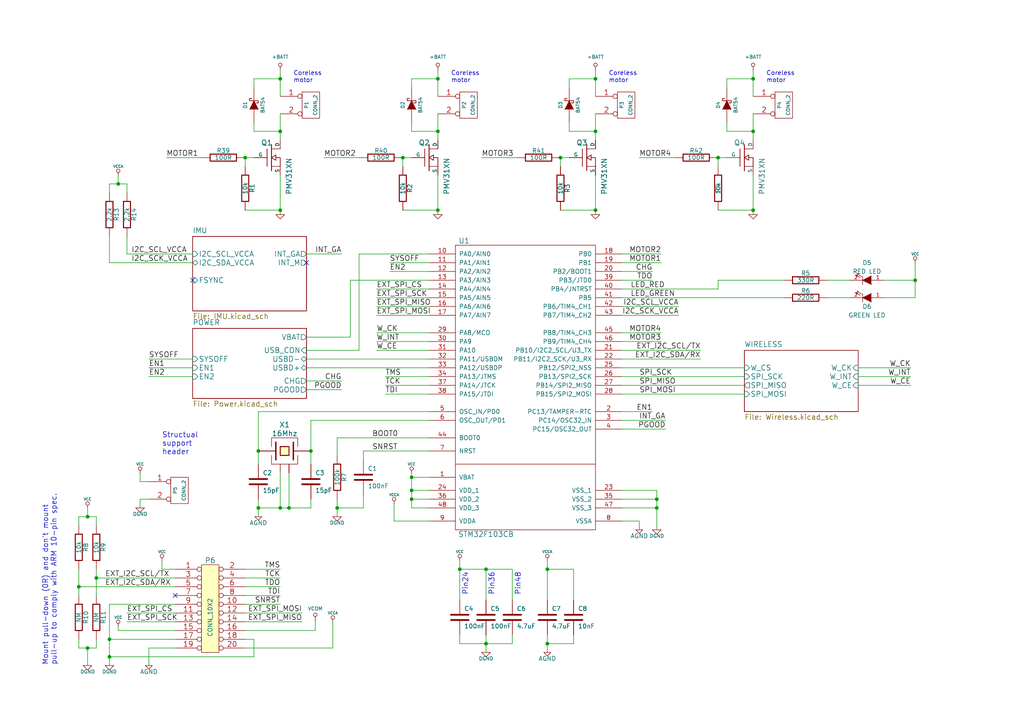
<source format=kicad_sch>
(kicad_sch (version 20211123) (generator eeschema)

  (uuid 097edb1b-8998-4e70-b670-bba125982348)

  (paper "A4")

  (title_block
    (title "Crazyflie control board")
    (date "3 feb 2013")
    (rev "F")
    (company "Bitcraze AB (CC BY-NC-SA)")
  )

  (lib_symbols
    (symbol "Crazyflie-contol-board-rescue:+BATT" (power) (pin_names (offset 0)) (in_bom yes) (on_board yes)
      (property "Reference" "#PWR" (id 0) (at 0 -1.27 0)
        (effects (font (size 0.508 0.508)) hide)
      )
      (property "Value" "+BATT" (id 1) (at 0 2.54 0)
        (effects (font (size 0.762 0.762)))
      )
      (property "Footprint" "" (id 2) (at 0 0 0)
        (effects (font (size 1.27 1.27)) hide)
      )
      (property "Datasheet" "" (id 3) (at 0 0 0)
        (effects (font (size 1.27 1.27)) hide)
      )
      (symbol "+BATT_0_0"
        (pin power_in line (at 0 0 90) (length 0) hide
          (name "+BATT" (effects (font (size 0.508 0.508))))
          (number "1" (effects (font (size 0.508 0.508))))
        )
      )
      (symbol "+BATT_0_1"
        (polyline
          (pts
            (xy 0 0)
            (xy 0 1.016)
            (xy 0 1.016)
          )
          (stroke (width 0) (type default) (color 0 0 0 0))
          (fill (type none))
        )
        (circle (center 0 1.524) (radius 0.508)
          (stroke (width 0) (type default) (color 0 0 0 0))
          (fill (type none))
        )
      )
    )
    (symbol "Crazyflie-contol-board-rescue:AGND" (power) (pin_names (offset 0.254)) (in_bom yes) (on_board yes)
      (property "Reference" "#PWR" (id 0) (at 0 0 0)
        (effects (font (size 1.016 1.016)) hide)
      )
      (property "Value" "AGND" (id 1) (at 0 -1.778 0)
        (effects (font (size 1.27 1.27)))
      )
      (property "Footprint" "" (id 2) (at 0 0 0)
        (effects (font (size 1.27 1.27)) hide)
      )
      (property "Datasheet" "" (id 3) (at 0 0 0)
        (effects (font (size 1.27 1.27)) hide)
      )
      (symbol "AGND_0_1"
        (polyline
          (pts
            (xy -1.016 0)
            (xy 1.016 0)
            (xy 0 -1.016)
            (xy -1.016 0)
          )
          (stroke (width 0) (type default) (color 0 0 0 0))
          (fill (type none))
        )
      )
      (symbol "AGND_1_1"
        (pin power_in line (at 0 0 90) (length 0) hide
          (name "AGND" (effects (font (size 1.016 1.016))))
          (number "1" (effects (font (size 1.016 1.016))))
        )
      )
    )
    (symbol "Crazyflie-contol-board-rescue:C" (pin_numbers hide) (pin_names (offset 0.254)) (in_bom yes) (on_board yes)
      (property "Reference" "C" (id 0) (at 1.27 2.54 0)
        (effects (font (size 1.27 1.27)) (justify left))
      )
      (property "Value" "C" (id 1) (at 1.27 -2.54 0)
        (effects (font (size 1.27 1.27)) (justify left))
      )
      (property "Footprint" "" (id 2) (at 0 0 0)
        (effects (font (size 1.27 1.27)) hide)
      )
      (property "Datasheet" "" (id 3) (at 0 0 0)
        (effects (font (size 1.27 1.27)) hide)
      )
      (property "ki_fp_filters" "SM* C? C1-1" (id 4) (at 0 0 0)
        (effects (font (size 1.27 1.27)) hide)
      )
      (symbol "C_0_1"
        (polyline
          (pts
            (xy -2.54 -0.762)
            (xy 2.54 -0.762)
          )
          (stroke (width 0.508) (type default) (color 0 0 0 0))
          (fill (type none))
        )
        (polyline
          (pts
            (xy -2.54 0.762)
            (xy 2.54 0.762)
          )
          (stroke (width 0.508) (type default) (color 0 0 0 0))
          (fill (type none))
        )
      )
      (symbol "C_1_1"
        (pin passive line (at 0 5.08 270) (length 4.318)
          (name "~" (effects (font (size 1.016 1.016))))
          (number "1" (effects (font (size 1.016 1.016))))
        )
        (pin passive line (at 0 -5.08 90) (length 4.318)
          (name "~" (effects (font (size 1.016 1.016))))
          (number "2" (effects (font (size 1.016 1.016))))
        )
      )
    )
    (symbol "Crazyflie-contol-board-rescue:CONN_10X2" (pin_names (offset 0.254) hide) (in_bom yes) (on_board yes)
      (property "Reference" "P" (id 0) (at 0 13.97 0)
        (effects (font (size 1.524 1.524)))
      )
      (property "Value" "CONN_10X2" (id 1) (at 0 -2.54 90)
        (effects (font (size 1.27 1.27)))
      )
      (property "Footprint" "" (id 2) (at 0 0 0)
        (effects (font (size 1.27 1.27)) hide)
      )
      (property "Datasheet" "" (id 3) (at 0 0 0)
        (effects (font (size 1.27 1.27)) hide)
      )
      (symbol "CONN_10X2_0_1"
        (rectangle (start -2.54 12.7) (end 2.54 -12.7)
          (stroke (width 0) (type default) (color 0 0 0 0))
          (fill (type background))
        )
      )
      (symbol "CONN_10X2_1_1"
        (pin passive inverted (at -10.16 11.43 0) (length 7.62)
          (name "P1" (effects (font (size 0.762 0.762))))
          (number "1" (effects (font (size 1.524 1.524))))
        )
        (pin passive inverted (at 10.16 1.27 180) (length 7.62)
          (name "P10" (effects (font (size 0.762 0.762))))
          (number "10" (effects (font (size 1.524 1.524))))
        )
        (pin passive inverted (at -10.16 -1.27 0) (length 7.62)
          (name "P11" (effects (font (size 0.762 0.762))))
          (number "11" (effects (font (size 1.524 1.524))))
        )
        (pin passive inverted (at 10.16 -1.27 180) (length 7.62)
          (name "P12" (effects (font (size 0.762 0.762))))
          (number "12" (effects (font (size 1.524 1.524))))
        )
        (pin passive inverted (at -10.16 -3.81 0) (length 7.62)
          (name "P13" (effects (font (size 0.762 0.762))))
          (number "13" (effects (font (size 1.524 1.524))))
        )
        (pin passive inverted (at 10.16 -3.81 180) (length 7.62)
          (name "P14" (effects (font (size 0.762 0.762))))
          (number "14" (effects (font (size 1.524 1.524))))
        )
        (pin passive inverted (at -10.16 -6.35 0) (length 7.62)
          (name "P15" (effects (font (size 0.762 0.762))))
          (number "15" (effects (font (size 1.524 1.524))))
        )
        (pin passive inverted (at 10.16 -6.35 180) (length 7.62)
          (name "P16" (effects (font (size 0.762 0.762))))
          (number "16" (effects (font (size 1.524 1.524))))
        )
        (pin passive inverted (at -10.16 -8.89 0) (length 7.62)
          (name "P17" (effects (font (size 0.762 0.762))))
          (number "17" (effects (font (size 1.524 1.524))))
        )
        (pin passive inverted (at 10.16 -8.89 180) (length 7.62)
          (name "P18" (effects (font (size 0.762 0.762))))
          (number "18" (effects (font (size 1.524 1.524))))
        )
        (pin passive inverted (at -10.16 -11.43 0) (length 7.62)
          (name "P19" (effects (font (size 0.762 0.762))))
          (number "19" (effects (font (size 1.524 1.524))))
        )
        (pin passive inverted (at 10.16 11.43 180) (length 7.62)
          (name "P2" (effects (font (size 0.762 0.762))))
          (number "2" (effects (font (size 1.524 1.524))))
        )
        (pin passive inverted (at 10.16 -11.43 180) (length 7.62)
          (name "P20" (effects (font (size 0.762 0.762))))
          (number "20" (effects (font (size 1.524 1.524))))
        )
        (pin passive inverted (at -10.16 8.89 0) (length 7.62)
          (name "P3" (effects (font (size 0.762 0.762))))
          (number "3" (effects (font (size 1.524 1.524))))
        )
        (pin passive inverted (at 10.16 8.89 180) (length 7.62)
          (name "P4" (effects (font (size 0.762 0.762))))
          (number "4" (effects (font (size 1.524 1.524))))
        )
        (pin passive inverted (at -10.16 6.35 0) (length 7.62)
          (name "P5" (effects (font (size 0.762 0.762))))
          (number "5" (effects (font (size 1.524 1.524))))
        )
        (pin passive inverted (at 10.16 6.35 180) (length 7.62)
          (name "P6" (effects (font (size 0.762 0.762))))
          (number "6" (effects (font (size 1.524 1.524))))
        )
        (pin passive inverted (at -10.16 3.81 0) (length 7.62)
          (name "P7" (effects (font (size 0.762 0.762))))
          (number "7" (effects (font (size 1.524 1.524))))
        )
        (pin passive inverted (at 10.16 3.81 180) (length 7.62)
          (name "P8" (effects (font (size 0.762 0.762))))
          (number "8" (effects (font (size 1.524 1.524))))
        )
        (pin passive inverted (at -10.16 1.27 0) (length 7.62)
          (name "P9" (effects (font (size 0.762 0.762))))
          (number "9" (effects (font (size 1.524 1.524))))
        )
      )
    )
    (symbol "Crazyflie-contol-board-rescue:CONN_2" (pin_names (offset 1.016) hide) (in_bom yes) (on_board yes)
      (property "Reference" "P" (id 0) (at -1.27 0 90)
        (effects (font (size 1.016 1.016)))
      )
      (property "Value" "CONN_2" (id 1) (at 1.27 0 90)
        (effects (font (size 1.016 1.016)))
      )
      (property "Footprint" "" (id 2) (at 0 0 0)
        (effects (font (size 1.27 1.27)) hide)
      )
      (property "Datasheet" "" (id 3) (at 0 0 0)
        (effects (font (size 1.27 1.27)) hide)
      )
      (symbol "CONN_2_0_1"
        (rectangle (start -2.54 3.81) (end 2.54 -3.81)
          (stroke (width 0) (type default) (color 0 0 0 0))
          (fill (type none))
        )
      )
      (symbol "CONN_2_1_1"
        (pin passive inverted (at -8.89 2.54 0) (length 6.35)
          (name "P1" (effects (font (size 1.524 1.524))))
          (number "1" (effects (font (size 1.524 1.524))))
        )
        (pin passive inverted (at -8.89 -2.54 0) (length 6.35)
          (name "PM" (effects (font (size 1.524 1.524))))
          (number "2" (effects (font (size 1.524 1.524))))
        )
      )
    )
    (symbol "Crazyflie-contol-board-rescue:CRYSTAL_SMD" (pin_numbers hide) (pin_names (offset 1.016) hide) (in_bom yes) (on_board yes)
      (property "Reference" "X" (id 0) (at 0 7.62 0)
        (effects (font (size 1.524 1.524)))
      )
      (property "Value" "CRYSTAL_SMD" (id 1) (at 0 5.08 0)
        (effects (font (size 1.524 1.524)))
      )
      (property "Footprint" "" (id 2) (at 0 0 0)
        (effects (font (size 1.27 1.27)) hide)
      )
      (property "Datasheet" "" (id 3) (at 0 0 0)
        (effects (font (size 1.27 1.27)) hide)
      )
      (property "ki_fp_filters" "XTAL-5.0x3.2" (id 4) (at 0 0 0)
        (effects (font (size 1.27 1.27)) hide)
      )
      (symbol "CRYSTAL_SMD_0_1"
        (polyline
          (pts
            (xy -2.54 2.54)
            (xy -2.54 -2.54)
          )
          (stroke (width 0.4064) (type default) (color 0 0 0 0))
          (fill (type none))
        )
        (polyline
          (pts
            (xy 2.54 2.54)
            (xy 2.54 -2.54)
          )
          (stroke (width 0.4064) (type default) (color 0 0 0 0))
          (fill (type none))
        )
        (polyline
          (pts
            (xy -3.81 -1.27)
            (xy -3.81 -3.81)
            (xy 3.81 -3.81)
            (xy 3.81 -1.27)
          )
          (stroke (width 0) (type default) (color 0 0 0 0))
          (fill (type none))
        )
        (polyline
          (pts
            (xy -3.81 1.27)
            (xy -3.81 3.81)
            (xy 3.81 3.81)
            (xy 3.81 1.27)
          )
          (stroke (width 0) (type default) (color 0 0 0 0))
          (fill (type none))
        )
        (polyline
          (pts
            (xy -1.27 1.27)
            (xy 1.27 1.27)
            (xy 1.27 -1.27)
            (xy -1.27 -1.27)
            (xy -1.27 1.27)
          )
          (stroke (width 0.3048) (type default) (color 0 0 0 0))
          (fill (type background))
        )
      )
      (symbol "CRYSTAL_SMD_1_1"
        (pin passive line (at -7.62 0 0) (length 5.08)
          (name "1" (effects (font (size 1.016 1.016))))
          (number "1" (effects (font (size 1.016 1.016))))
        )
        (pin passive line (at -1.27 -6.35 90) (length 2.54)
          (name "GND" (effects (font (size 1.27 1.27))))
          (number "2" (effects (font (size 1.27 1.27))))
        )
        (pin passive line (at 7.62 0 180) (length 5.08)
          (name "3" (effects (font (size 1.016 1.016))))
          (number "3" (effects (font (size 1.016 1.016))))
        )
        (pin passive line (at 1.27 -6.35 90) (length 2.54)
          (name "GND" (effects (font (size 1.27 1.27))))
          (number "4" (effects (font (size 1.27 1.27))))
        )
      )
    )
    (symbol "Crazyflie-contol-board-rescue:DGND" (power) (pin_names (offset 1.016)) (in_bom yes) (on_board yes)
      (property "Reference" "#PWR" (id 0) (at 0 0 0)
        (effects (font (size 1.016 1.016)) hide)
      )
      (property "Value" "DGND" (id 1) (at 0 -1.778 0)
        (effects (font (size 1.016 1.016)))
      )
      (property "Footprint" "" (id 2) (at 0 0 0)
        (effects (font (size 1.27 1.27)) hide)
      )
      (property "Datasheet" "" (id 3) (at 0 0 0)
        (effects (font (size 1.27 1.27)) hide)
      )
      (symbol "DGND_0_1"
        (polyline
          (pts
            (xy -1.27 0)
            (xy 0 -1.27)
            (xy 1.27 0)
            (xy -1.27 0)
          )
          (stroke (width 0) (type default) (color 0 0 0 0))
          (fill (type none))
        )
      )
      (symbol "DGND_1_1"
        (pin power_in line (at 0 0 90) (length 0) hide
          (name "DGND" (effects (font (size 1.016 1.016))))
          (number "1" (effects (font (size 1.016 1.016))))
        )
      )
    )
    (symbol "Crazyflie-contol-board-rescue:DIODESCH" (pin_numbers hide) (pin_names (offset 1.016) hide) (in_bom yes) (on_board yes)
      (property "Reference" "D" (id 0) (at 0 2.54 0)
        (effects (font (size 1.016 1.016)))
      )
      (property "Value" "DIODESCH" (id 1) (at 0 -2.54 0)
        (effects (font (size 1.016 1.016)))
      )
      (property "Footprint" "" (id 2) (at 0 0 0)
        (effects (font (size 1.27 1.27)) hide)
      )
      (property "Datasheet" "" (id 3) (at 0 0 0)
        (effects (font (size 1.27 1.27)) hide)
      )
      (property "ki_fp_filters" "D? S*" (id 4) (at 0 0 0)
        (effects (font (size 1.27 1.27)) hide)
      )
      (symbol "DIODESCH_0_1"
        (polyline
          (pts
            (xy -1.27 1.27)
            (xy 1.27 0)
            (xy -1.27 -1.27)
          )
          (stroke (width 0) (type default) (color 0 0 0 0))
          (fill (type outline))
        )
        (polyline
          (pts
            (xy 1.905 0.635)
            (xy 1.905 1.27)
            (xy 1.27 1.27)
            (xy 1.27 -1.27)
            (xy 0.635 -1.27)
            (xy 0.635 -0.635)
          )
          (stroke (width 0.2032) (type default) (color 0 0 0 0))
          (fill (type none))
        )
      )
      (symbol "DIODESCH_1_1"
        (pin passive line (at -5.08 0 0) (length 3.81)
          (name "A" (effects (font (size 1.016 1.016))))
          (number "1" (effects (font (size 1.016 1.016))))
        )
        (pin passive line (at 5.08 0 180) (length 3.81)
          (name "K" (effects (font (size 1.016 1.016))))
          (number "2" (effects (font (size 1.016 1.016))))
        )
      )
    )
    (symbol "Crazyflie-contol-board-rescue:GND" (power) (pin_names (offset 0)) (in_bom yes) (on_board yes)
      (property "Reference" "#PWR" (id 0) (at 0 0 0)
        (effects (font (size 0.762 0.762)) hide)
      )
      (property "Value" "GND" (id 1) (at 0 -1.778 0)
        (effects (font (size 0.762 0.762)) hide)
      )
      (property "Footprint" "" (id 2) (at 0 0 0)
        (effects (font (size 1.27 1.27)) hide)
      )
      (property "Datasheet" "" (id 3) (at 0 0 0)
        (effects (font (size 1.27 1.27)) hide)
      )
      (symbol "GND_0_1"
        (polyline
          (pts
            (xy -1.27 0)
            (xy 0 -1.27)
            (xy 1.27 0)
            (xy -1.27 0)
          )
          (stroke (width 0) (type default) (color 0 0 0 0))
          (fill (type none))
        )
      )
      (symbol "GND_1_1"
        (pin power_in line (at 0 0 90) (length 0) hide
          (name "GND" (effects (font (size 0.762 0.762))))
          (number "1" (effects (font (size 0.762 0.762))))
        )
      )
    )
    (symbol "Crazyflie-contol-board-rescue:LED" (pin_names (offset 1.016) hide) (in_bom yes) (on_board yes)
      (property "Reference" "D" (id 0) (at 0 2.54 0)
        (effects (font (size 1.27 1.27)))
      )
      (property "Value" "LED" (id 1) (at 0 -2.54 0)
        (effects (font (size 1.27 1.27)))
      )
      (property "Footprint" "" (id 2) (at 0 0 0)
        (effects (font (size 1.27 1.27)) hide)
      )
      (property "Datasheet" "" (id 3) (at 0 0 0)
        (effects (font (size 1.27 1.27)) hide)
      )
      (property "ki_fp_filters" "LED-3MM LED-5MM LED-10MM LED-0603 LED-0805 LED-1206 LEDV" (id 4) (at 0 0 0)
        (effects (font (size 1.27 1.27)) hide)
      )
      (symbol "LED_0_1"
        (polyline
          (pts
            (xy 1.27 1.27)
            (xy 1.27 -1.27)
          )
          (stroke (width 0) (type default) (color 0 0 0 0))
          (fill (type none))
        )
        (polyline
          (pts
            (xy -1.27 1.27)
            (xy 1.27 0)
            (xy -1.27 -1.27)
          )
          (stroke (width 0) (type default) (color 0 0 0 0))
          (fill (type outline))
        )
        (polyline
          (pts
            (xy 1.651 -1.016)
            (xy 2.794 -2.032)
            (xy 2.667 -1.397)
          )
          (stroke (width 0) (type default) (color 0 0 0 0))
          (fill (type none))
        )
        (polyline
          (pts
            (xy 2.032 -0.635)
            (xy 3.175 -1.651)
            (xy 3.048 -1.016)
          )
          (stroke (width 0) (type default) (color 0 0 0 0))
          (fill (type none))
        )
      )
      (symbol "LED_1_1"
        (pin passive line (at -5.08 0 0) (length 3.81)
          (name "A" (effects (font (size 1.016 1.016))))
          (number "1" (effects (font (size 1.016 1.016))))
        )
        (pin passive line (at 5.08 0 180) (length 3.81)
          (name "K" (effects (font (size 1.016 1.016))))
          (number "2" (effects (font (size 1.016 1.016))))
        )
      )
    )
    (symbol "Crazyflie-contol-board-rescue:MOSFET_N" (pin_numbers hide) (pin_names (offset 0)) (in_bom yes) (on_board yes)
      (property "Reference" "Q" (id 0) (at 0.254 4.318 0)
        (effects (font (size 1.524 1.524)) (justify right))
      )
      (property "Value" "MOSFET_N" (id 1) (at 0.254 -3.81 0)
        (effects (font (size 1.524 1.524)) (justify right))
      )
      (property "Footprint" "" (id 2) (at 0 0 0)
        (effects (font (size 1.27 1.27)) hide)
      )
      (property "Datasheet" "" (id 3) (at 0 0 0)
        (effects (font (size 1.27 1.27)) hide)
      )
      (symbol "MOSFET_N_0_1"
        (polyline
          (pts
            (xy -1.27 -2.54)
            (xy -1.27 2.54)
          )
          (stroke (width 0.2032) (type default) (color 0 0 0 0))
          (fill (type none))
        )
        (polyline
          (pts
            (xy 0 -3.81)
            (xy 0 3.81)
          )
          (stroke (width 0.254) (type default) (color 0 0 0 0))
          (fill (type none))
        )
        (polyline
          (pts
            (xy 2.54 -2.54)
            (xy 0 -2.54)
          )
          (stroke (width 0) (type default) (color 0 0 0 0))
          (fill (type none))
        )
        (polyline
          (pts
            (xy 2.54 2.54)
            (xy 0 2.54)
          )
          (stroke (width 0) (type default) (color 0 0 0 0))
          (fill (type none))
        )
        (polyline
          (pts
            (xy 2.54 -2.54)
            (xy 2.54 0)
            (xy 1.27 0)
          )
          (stroke (width 0.2032) (type default) (color 0 0 0 0))
          (fill (type none))
        )
        (polyline
          (pts
            (xy 1.27 0.762)
            (xy 1.27 -0.762)
            (xy 0 0)
            (xy 1.27 0.762)
            (xy 1.27 0.762)
          )
          (stroke (width 0.2032) (type default) (color 0 0 0 0))
          (fill (type none))
        )
      )
      (symbol "MOSFET_N_1_1"
        (pin passive line (at 2.54 5.08 270) (length 2.54)
          (name "D" (effects (font (size 1.016 1.016))))
          (number "D" (effects (font (size 1.016 1.016))))
        )
        (pin input line (at -5.08 0 0) (length 3.81)
          (name "G" (effects (font (size 1.016 1.016))))
          (number "G" (effects (font (size 1.016 1.016))))
        )
        (pin passive line (at 2.54 -5.08 90) (length 2.54)
          (name "S" (effects (font (size 1.016 1.016))))
          (number "S" (effects (font (size 1.016 1.016))))
        )
      )
    )
    (symbol "Crazyflie-contol-board-rescue:R" (pin_numbers hide) (pin_names (offset 0)) (in_bom yes) (on_board yes)
      (property "Reference" "R" (id 0) (at 2.032 0 90)
        (effects (font (size 1.27 1.27)))
      )
      (property "Value" "R" (id 1) (at 0 0 90)
        (effects (font (size 1.27 1.27)))
      )
      (property "Footprint" "" (id 2) (at 0 0 0)
        (effects (font (size 1.27 1.27)) hide)
      )
      (property "Datasheet" "" (id 3) (at 0 0 0)
        (effects (font (size 1.27 1.27)) hide)
      )
      (property "ki_fp_filters" "R? SM0603 SM0805 R?-* SM1206" (id 4) (at 0 0 0)
        (effects (font (size 1.27 1.27)) hide)
      )
      (symbol "R_0_1"
        (rectangle (start -1.016 3.81) (end 1.016 -3.81)
          (stroke (width 0.3048) (type default) (color 0 0 0 0))
          (fill (type none))
        )
      )
      (symbol "R_1_1"
        (pin passive line (at 0 6.35 270) (length 2.54)
          (name "~" (effects (font (size 1.524 1.524))))
          (number "1" (effects (font (size 1.524 1.524))))
        )
        (pin passive line (at 0 -6.35 90) (length 2.54)
          (name "~" (effects (font (size 1.524 1.524))))
          (number "2" (effects (font (size 1.524 1.524))))
        )
      )
    )
    (symbol "Crazyflie-contol-board-rescue:STM32F103CB" (pin_names (offset 1.016)) (in_bom yes) (on_board yes)
      (property "Reference" "U" (id 0) (at -17.78 44.45 0)
        (effects (font (size 1.524 1.524)))
      )
      (property "Value" "STM32F103CB" (id 1) (at -11.43 -40.64 0)
        (effects (font (size 1.524 1.524)))
      )
      (property "Footprint" "" (id 2) (at 0 0 0)
        (effects (font (size 1.27 1.27)) hide)
      )
      (property "Datasheet" "" (id 3) (at 0 0 0)
        (effects (font (size 1.27 1.27)) hide)
      )
      (property "ki_fp_filters" "LQFP-48 lqfp48 QFN-48 qfn48" (id 4) (at 0 0 0)
        (effects (font (size 1.27 1.27)) hide)
      )
      (symbol "STM32F103CB_0_1"
        (rectangle (start -20.32 43.18) (end 20.32 -39.37)
          (stroke (width 0) (type default) (color 0 0 0 0))
          (fill (type none))
        )
        (polyline
          (pts
            (xy -20.32 -20.32)
            (xy 20.32 -20.32)
            (xy 20.32 -20.32)
          )
          (stroke (width 0) (type default) (color 0 0 0 0))
          (fill (type none))
        )
      )
      (symbol "STM32F103CB_1_1"
        (pin power_in line (at -27.94 -24.13 0) (length 7.62)
          (name "VBAT" (effects (font (size 1.27 1.27))))
          (number "1" (effects (font (size 1.27 1.27))))
        )
        (pin bidirectional line (at -27.94 40.64 0) (length 7.62)
          (name "PA0/AIN0" (effects (font (size 1.27 1.27))))
          (number "10" (effects (font (size 1.27 1.27))))
        )
        (pin bidirectional line (at -27.94 38.1 0) (length 7.62)
          (name "PA1/AIN1" (effects (font (size 1.27 1.27))))
          (number "11" (effects (font (size 1.27 1.27))))
        )
        (pin bidirectional line (at -27.94 35.56 0) (length 7.62)
          (name "PA2/AIN2" (effects (font (size 1.27 1.27))))
          (number "12" (effects (font (size 1.27 1.27))))
        )
        (pin bidirectional line (at -27.94 33.02 0) (length 7.62)
          (name "PA3/AIN3" (effects (font (size 1.27 1.27))))
          (number "13" (effects (font (size 1.27 1.27))))
        )
        (pin bidirectional line (at -27.94 30.48 0) (length 7.62)
          (name "PA4/AIN4" (effects (font (size 1.27 1.27))))
          (number "14" (effects (font (size 1.27 1.27))))
        )
        (pin bidirectional line (at -27.94 27.94 0) (length 7.62)
          (name "PA5/AIN5" (effects (font (size 1.27 1.27))))
          (number "15" (effects (font (size 1.27 1.27))))
        )
        (pin bidirectional line (at -27.94 25.4 0) (length 7.62)
          (name "PA6/AIN6" (effects (font (size 1.27 1.27))))
          (number "16" (effects (font (size 1.27 1.27))))
        )
        (pin bidirectional line (at -27.94 22.86 0) (length 7.62)
          (name "PA7/AIN7" (effects (font (size 1.27 1.27))))
          (number "17" (effects (font (size 1.27 1.27))))
        )
        (pin bidirectional line (at 27.94 40.64 180) (length 7.62)
          (name "PB0" (effects (font (size 1.27 1.27))))
          (number "18" (effects (font (size 1.27 1.27))))
        )
        (pin bidirectional line (at 27.94 38.1 180) (length 7.62)
          (name "PB1" (effects (font (size 1.27 1.27))))
          (number "19" (effects (font (size 1.27 1.27))))
        )
        (pin bidirectional line (at 27.94 -5.08 180) (length 7.62)
          (name "PC13/TAMPER-RTC" (effects (font (size 1.27 1.27))))
          (number "2" (effects (font (size 1.27 1.27))))
        )
        (pin bidirectional line (at 27.94 35.56 180) (length 7.62)
          (name "PB2/BOOT1" (effects (font (size 1.27 1.27))))
          (number "20" (effects (font (size 1.27 1.27))))
        )
        (pin bidirectional line (at 27.94 12.7 180) (length 7.62)
          (name "PB10/I2C2_SCL/U3_TX" (effects (font (size 1.27 1.27))))
          (number "21" (effects (font (size 1.27 1.27))))
        )
        (pin bidirectional line (at 27.94 10.16 180) (length 7.62)
          (name "PB11/I2C2_SCK/U3_RX" (effects (font (size 1.27 1.27))))
          (number "22" (effects (font (size 1.27 1.27))))
        )
        (pin power_in line (at 27.94 -27.94 180) (length 7.62)
          (name "VSS_1" (effects (font (size 1.27 1.27))))
          (number "23" (effects (font (size 1.27 1.27))))
        )
        (pin power_in line (at -27.94 -27.94 0) (length 7.62)
          (name "VDD_1" (effects (font (size 1.27 1.27))))
          (number "24" (effects (font (size 1.27 1.27))))
        )
        (pin bidirectional line (at 27.94 7.62 180) (length 7.62)
          (name "PB12/SPI2_NSS" (effects (font (size 1.27 1.27))))
          (number "25" (effects (font (size 1.27 1.27))))
        )
        (pin bidirectional line (at 27.94 5.08 180) (length 7.62)
          (name "PB13/SPI2_SCK" (effects (font (size 1.27 1.27))))
          (number "26" (effects (font (size 1.27 1.27))))
        )
        (pin bidirectional line (at 27.94 2.54 180) (length 7.62)
          (name "PB14/SPI2_MISO" (effects (font (size 1.27 1.27))))
          (number "27" (effects (font (size 1.27 1.27))))
        )
        (pin bidirectional line (at 27.94 0 180) (length 7.62)
          (name "PB15/SPI2_MOSI" (effects (font (size 1.27 1.27))))
          (number "28" (effects (font (size 1.27 1.27))))
        )
        (pin bidirectional line (at -27.94 17.78 0) (length 7.62)
          (name "PA8/MCO" (effects (font (size 1.27 1.27))))
          (number "29" (effects (font (size 1.27 1.27))))
        )
        (pin bidirectional line (at 27.94 -7.62 180) (length 7.62)
          (name "PC14/OSC32_IN" (effects (font (size 1.27 1.27))))
          (number "3" (effects (font (size 1.27 1.27))))
        )
        (pin bidirectional line (at -27.94 15.24 0) (length 7.62)
          (name "PA9" (effects (font (size 1.27 1.27))))
          (number "30" (effects (font (size 1.27 1.27))))
        )
        (pin bidirectional line (at -27.94 12.7 0) (length 7.62)
          (name "PA10" (effects (font (size 1.27 1.27))))
          (number "31" (effects (font (size 1.27 1.27))))
        )
        (pin bidirectional line (at -27.94 10.16 0) (length 7.62)
          (name "PA11/USBDM" (effects (font (size 1.27 1.27))))
          (number "32" (effects (font (size 1.27 1.27))))
        )
        (pin bidirectional line (at -27.94 7.62 0) (length 7.62)
          (name "PA12/USBDP" (effects (font (size 1.27 1.27))))
          (number "33" (effects (font (size 1.27 1.27))))
        )
        (pin bidirectional line (at -27.94 5.08 0) (length 7.62)
          (name "PA13/JTMS" (effects (font (size 1.27 1.27))))
          (number "34" (effects (font (size 1.27 1.27))))
        )
        (pin power_in line (at 27.94 -30.48 180) (length 7.62)
          (name "VSS_2" (effects (font (size 1.27 1.27))))
          (number "35" (effects (font (size 1.27 1.27))))
        )
        (pin power_in line (at -27.94 -30.48 0) (length 7.62)
          (name "VDD_2" (effects (font (size 1.27 1.27))))
          (number "36" (effects (font (size 1.27 1.27))))
        )
        (pin bidirectional line (at -27.94 2.54 0) (length 7.62)
          (name "PA14/JTCK" (effects (font (size 1.27 1.27))))
          (number "37" (effects (font (size 1.27 1.27))))
        )
        (pin bidirectional line (at -27.94 0 0) (length 7.62)
          (name "PA15/JTDI" (effects (font (size 1.27 1.27))))
          (number "38" (effects (font (size 1.27 1.27))))
        )
        (pin bidirectional line (at 27.94 33.02 180) (length 7.62)
          (name "PB3/JTD0" (effects (font (size 1.27 1.27))))
          (number "39" (effects (font (size 1.27 1.27))))
        )
        (pin bidirectional line (at 27.94 -10.16 180) (length 7.62)
          (name "PC15/OSC32_OUT" (effects (font (size 1.27 1.27))))
          (number "4" (effects (font (size 1.27 1.27))))
        )
        (pin bidirectional line (at 27.94 30.48 180) (length 7.62)
          (name "PB4/JNTRST" (effects (font (size 1.27 1.27))))
          (number "40" (effects (font (size 1.27 1.27))))
        )
        (pin bidirectional line (at 27.94 27.94 180) (length 7.62)
          (name "PB5" (effects (font (size 1.27 1.27))))
          (number "41" (effects (font (size 1.27 1.27))))
        )
        (pin bidirectional line (at 27.94 25.4 180) (length 7.62)
          (name "PB6/TIM4_CH1" (effects (font (size 1.27 1.27))))
          (number "42" (effects (font (size 1.27 1.27))))
        )
        (pin bidirectional line (at 27.94 22.86 180) (length 7.62)
          (name "PB7/TIM4_CH2" (effects (font (size 1.27 1.27))))
          (number "43" (effects (font (size 1.27 1.27))))
        )
        (pin bidirectional line (at -27.94 -12.7 0) (length 7.62)
          (name "BOOT0" (effects (font (size 1.27 1.27))))
          (number "44" (effects (font (size 1.27 1.27))))
        )
        (pin bidirectional line (at 27.94 17.78 180) (length 7.62)
          (name "PB8/TIM4_CH3" (effects (font (size 1.27 1.27))))
          (number "45" (effects (font (size 1.27 1.27))))
        )
        (pin bidirectional line (at 27.94 15.24 180) (length 7.62)
          (name "PB9/TIM4_CH4" (effects (font (size 1.27 1.27))))
          (number "46" (effects (font (size 1.27 1.27))))
        )
        (pin power_in line (at 27.94 -33.02 180) (length 7.62)
          (name "VSS_3" (effects (font (size 1.27 1.27))))
          (number "47" (effects (font (size 1.27 1.27))))
        )
        (pin power_in line (at -27.94 -33.02 0) (length 7.62)
          (name "VDD_3" (effects (font (size 1.27 1.27))))
          (number "48" (effects (font (size 1.27 1.27))))
        )
        (pin bidirectional line (at -27.94 -5.08 0) (length 7.62)
          (name "OSC_IN/PD0" (effects (font (size 1.27 1.27))))
          (number "5" (effects (font (size 1.27 1.27))))
        )
        (pin bidirectional line (at -27.94 -7.62 0) (length 7.62)
          (name "OSC_OUT/PD1" (effects (font (size 1.27 1.27))))
          (number "6" (effects (font (size 1.27 1.27))))
        )
        (pin bidirectional line (at -27.94 -16.51 0) (length 7.62)
          (name "NRST" (effects (font (size 1.27 1.27))))
          (number "7" (effects (font (size 1.27 1.27))))
        )
        (pin power_in line (at 27.94 -36.83 180) (length 7.62)
          (name "VSSA" (effects (font (size 1.27 1.27))))
          (number "8" (effects (font (size 1.27 1.27))))
        )
        (pin power_in line (at -27.94 -36.83 0) (length 7.62)
          (name "VDDA" (effects (font (size 1.27 1.27))))
          (number "9" (effects (font (size 1.27 1.27))))
        )
      )
    )
    (symbol "Crazyflie-contol-board-rescue:VCC" (power) (pin_names (offset 0)) (in_bom yes) (on_board yes)
      (property "Reference" "#PWR" (id 0) (at 0 2.54 0)
        (effects (font (size 0.762 0.762)) hide)
      )
      (property "Value" "VCC" (id 1) (at 0 2.54 0)
        (effects (font (size 0.762 0.762)))
      )
      (property "Footprint" "" (id 2) (at 0 0 0)
        (effects (font (size 1.27 1.27)) hide)
      )
      (property "Datasheet" "" (id 3) (at 0 0 0)
        (effects (font (size 1.27 1.27)) hide)
      )
      (symbol "VCC_0_0"
        (pin power_in line (at 0 0 90) (length 0) hide
          (name "VCC" (effects (font (size 0.508 0.508))))
          (number "1" (effects (font (size 0.508 0.508))))
        )
      )
      (symbol "VCC_0_1"
        (polyline
          (pts
            (xy 0 0)
            (xy 0 0.762)
            (xy 0 0.762)
          )
          (stroke (width 0) (type default) (color 0 0 0 0))
          (fill (type none))
        )
        (circle (center 0 1.27) (radius 0.508)
          (stroke (width 0) (type default) (color 0 0 0 0))
          (fill (type none))
        )
      )
    )
    (symbol "Crazyflie-contol-board-rescue:VCCA" (power) (pin_names (offset 0)) (in_bom yes) (on_board yes)
      (property "Reference" "#PWR" (id 0) (at 0 2.54 0)
        (effects (font (size 0.762 0.762)) hide)
      )
      (property "Value" "VCCA" (id 1) (at 0 2.54 0)
        (effects (font (size 0.762 0.762)))
      )
      (property "Footprint" "" (id 2) (at 0 0 0)
        (effects (font (size 1.27 1.27)) hide)
      )
      (property "Datasheet" "" (id 3) (at 0 0 0)
        (effects (font (size 1.27 1.27)) hide)
      )
      (symbol "VCCA_0_0"
        (pin power_in line (at 0 0 90) (length 0) hide
          (name "VCCA" (effects (font (size 0.508 0.508))))
          (number "1" (effects (font (size 0.508 0.508))))
        )
      )
      (symbol "VCCA_0_1"
        (polyline
          (pts
            (xy 0 0)
            (xy 0 0.762)
            (xy 0 0.762)
          )
          (stroke (width 0) (type default) (color 0 0 0 0))
          (fill (type none))
        )
        (circle (center 0 1.27) (radius 0.508)
          (stroke (width 0) (type default) (color 0 0 0 0))
          (fill (type none))
        )
      )
    )
    (symbol "Crazyflie-contol-board-rescue:VCOM" (pin_names (offset 0)) (in_bom yes) (on_board yes)
      (property "Reference" "#PWR" (id 0) (at 0 5.08 0)
        (effects (font (size 1.016 1.016)) hide)
      )
      (property "Value" "VCOM" (id 1) (at 0 3.81 0)
        (effects (font (size 1.016 1.016)))
      )
      (property "Footprint" "" (id 2) (at 0 0 0)
        (effects (font (size 1.27 1.27)) hide)
      )
      (property "Datasheet" "" (id 3) (at 0 0 0)
        (effects (font (size 1.27 1.27)) hide)
      )
      (symbol "VCOM_0_0"
        (pin power_in line (at 0 0 90) (length 0) hide
          (name "VCOM" (effects (font (size 1.016 1.016))))
          (number "1" (effects (font (size 1.016 1.016))))
        )
      )
      (symbol "VCOM_0_1"
        (polyline
          (pts
            (xy 0 1.524)
            (xy 0 0)
          )
          (stroke (width 0) (type default) (color 0 0 0 0))
          (fill (type none))
        )
        (circle (center 0 2.032) (radius 0.508)
          (stroke (width 0) (type default) (color 0 0 0 0))
          (fill (type none))
        )
      )
    )
  )

  (junction (at 97.79 147.32) (diameter 0) (color 0 0 0 0)
    (uuid 026ac84e-b8b2-4dd2-b675-8323c24fd778)
  )
  (junction (at 172.72 22.86) (diameter 0) (color 0 0 0 0)
    (uuid 057af6bb-cf6f-4bfb-b0c0-2e92a2c09a47)
  )
  (junction (at 190.5 147.32) (diameter 0) (color 0 0 0 0)
    (uuid 071522c0-d0ed-49b9-906e-6295f67fb0dc)
  )
  (junction (at 83.82 147.32) (diameter 0) (color 0 0 0 0)
    (uuid 0f324b67-75ef-407f-8dbc-3c1fc5c2abba)
  )
  (junction (at 158.75 186.69) (diameter 0) (color 0 0 0 0)
    (uuid 109caac1-5036-4f23-9a66-f569d871501b)
  )
  (junction (at 25.4 187.96) (diameter 0) (color 0 0 0 0)
    (uuid 15fe8f3d-6077-4e0e-81d0-8ec3f4538981)
  )
  (junction (at 265.43 81.28) (diameter 0) (color 0 0 0 0)
    (uuid 2846428d-39de-4eae-8ce2-64955d56c493)
  )
  (junction (at 81.28 38.1) (diameter 0) (color 0 0 0 0)
    (uuid 29e058a7-50a3-43e5-81c3-bfee53da08be)
  )
  (junction (at 172.72 60.96) (diameter 0) (color 0 0 0 0)
    (uuid 2e842263-c0ba-46fd-a760-6624d4c78278)
  )
  (junction (at 31.75 185.42) (diameter 0) (color 0 0 0 0)
    (uuid 35a9f71f-ba35-47f6-814e-4106ac36c51e)
  )
  (junction (at 116.84 45.72) (diameter 0) (color 0 0 0 0)
    (uuid 3be5bd27-9454-4a5f-b633-97d435ecd4be)
  )
  (junction (at 172.72 38.1) (diameter 0) (color 0 0 0 0)
    (uuid 3fd54105-4b7e-4004-9801-76ec66108a22)
  )
  (junction (at 218.44 38.1) (diameter 0) (color 0 0 0 0)
    (uuid 4107d40a-e5df-4255-aacc-13f9928e090c)
  )
  (junction (at 34.29 53.34) (diameter 0) (color 0 0 0 0)
    (uuid 4a7e3849-3bc9-4bb3-b16a-fab2f5cee0e5)
  )
  (junction (at 119.38 142.24) (diameter 0) (color 0 0 0 0)
    (uuid 609b9e1b-4e3b-42b7-ac76-a62ec4d0e7c7)
  )
  (junction (at 162.56 45.72) (diameter 0) (color 0 0 0 0)
    (uuid 60e6d176-aade-439f-80d8-764c13ba9024)
  )
  (junction (at 158.75 165.1) (diameter 0) (color 0 0 0 0)
    (uuid 6e68f0cd-800e-4167-9553-71fc59da1eeb)
  )
  (junction (at 71.12 45.72) (diameter 0) (color 0 0 0 0)
    (uuid 6ec69bf0-bd27-4e31-8522-71d586cb9b08)
  )
  (junction (at 81.28 22.86) (diameter 0) (color 0 0 0 0)
    (uuid 700e8b73-5976-423f-a3f3-ab3d9f3e9760)
  )
  (junction (at 208.28 45.72) (diameter 0) (color 0 0 0 0)
    (uuid 7056f785-c3a5-4410-b6bb-e5d4b16e698a)
  )
  (junction (at 81.28 147.32) (diameter 0) (color 0 0 0 0)
    (uuid 7a4ce4b3-518a-4819-b8b2-5127b3347c64)
  )
  (junction (at 127 60.96) (diameter 0) (color 0 0 0 0)
    (uuid 7acd513a-187b-4936-9f93-2e521ce33ad5)
  )
  (junction (at 31.75 190.5) (diameter 0) (color 0 0 0 0)
    (uuid 7f2301df-e4bc-479e-a681-cc59c9a2dbbb)
  )
  (junction (at 74.93 130.81) (diameter 0) (color 0 0 0 0)
    (uuid 81a15393-727e-448b-a777-b18773023d89)
  )
  (junction (at 119.38 138.43) (diameter 0) (color 0 0 0 0)
    (uuid 91c1eb0a-67ae-4ef0-95ce-d060a03a7313)
  )
  (junction (at 127 22.86) (diameter 0) (color 0 0 0 0)
    (uuid 935f462d-8b1e-4005-9f1e-17f537ab1756)
  )
  (junction (at 190.5 144.78) (diameter 0) (color 0 0 0 0)
    (uuid 970e0f64-111f-41e3-9f5a-fb0d0f6fa101)
  )
  (junction (at 74.93 147.32) (diameter 0) (color 0 0 0 0)
    (uuid 9f80220c-1612-4589-b9ca-a5579617bdb8)
  )
  (junction (at 140.97 165.1) (diameter 0) (color 0 0 0 0)
    (uuid a24ddb4f-c217-42ca-b6cb-d12da84fb2b9)
  )
  (junction (at 140.97 186.69) (diameter 0) (color 0 0 0 0)
    (uuid a6ccc556-da88-4006-ae1a-cc35733efef3)
  )
  (junction (at 133.35 165.1) (diameter 0) (color 0 0 0 0)
    (uuid b1ddb058-f7b2-429c-9489-f4e2242ad7e5)
  )
  (junction (at 127 38.1) (diameter 0) (color 0 0 0 0)
    (uuid b9bb0e73-161a-4d06-b6eb-a9f66d8a95f5)
  )
  (junction (at 119.38 144.78) (diameter 0) (color 0 0 0 0)
    (uuid c24d6ac8-802d-4df3-a210-9cb1f693e865)
  )
  (junction (at 218.44 22.86) (diameter 0) (color 0 0 0 0)
    (uuid d0fb0864-e79b-4bdc-8e8e-eed0cabe6d56)
  )
  (junction (at 25.4 149.86) (diameter 0) (color 0 0 0 0)
    (uuid d2d7bea6-0c22-495f-8666-323b30e03150)
  )
  (junction (at 22.86 170.18) (diameter 0) (color 0 0 0 0)
    (uuid e65b62be-e01b-4688-a999-1d1be370c4ae)
  )
  (junction (at 218.44 60.96) (diameter 0) (color 0 0 0 0)
    (uuid ebd06df3-d52b-4cff-99a2-a771df6d3733)
  )
  (junction (at 90.17 130.81) (diameter 0) (color 0 0 0 0)
    (uuid f1447ad6-651c-45be-a2d6-33bddf672c2c)
  )
  (junction (at 27.94 167.64) (diameter 0) (color 0 0 0 0)
    (uuid f8fc38ec-0b98-40bc-ae2f-e5cc29973bca)
  )
  (junction (at 81.28 60.96) (diameter 0) (color 0 0 0 0)
    (uuid fb35e3b1-aff6-41a7-9cf0-52694b95edeb)
  )

  (no_connect (at 88.9 76.2) (uuid b794d099-f823-4d35-9755-ca1c45247ee9))
  (no_connect (at 50.8 172.72) (uuid c514e30c-e48e-4ca5-ab44-8b3afedef1f2))
  (no_connect (at 55.88 81.28) (uuid de370984-7922-4327-a0ba-7cd613995df4))

  (wire (pts (xy 119.38 142.24) (xy 124.46 142.24))
    (stroke (width 0) (type default) (color 0 0 0 0))
    (uuid 009a4fb4-fcc0-4623-ae5d-c1bae3219583)
  )
  (wire (pts (xy 99.06 73.66) (xy 88.9 73.66))
    (stroke (width 0) (type default) (color 0 0 0 0))
    (uuid 015f5586-ba76-4a98-9114-f5cd2c67134d)
  )
  (wire (pts (xy 119.38 25.4) (xy 119.38 22.86))
    (stroke (width 0) (type default) (color 0 0 0 0))
    (uuid 0325ec43-0390-4ae2-b055-b1ec6ce17b1c)
  )
  (wire (pts (xy 81.28 175.26) (xy 71.12 175.26))
    (stroke (width 0) (type default) (color 0 0 0 0))
    (uuid 03c7f780-fc1b-487a-b30d-567d6c09fdc8)
  )
  (wire (pts (xy 256.54 81.28) (xy 265.43 81.28))
    (stroke (width 0) (type default) (color 0 0 0 0))
    (uuid 065b9982-55f2-4822-977e-07e8a06e7b35)
  )
  (wire (pts (xy 97.79 147.32) (xy 97.79 149.86))
    (stroke (width 0) (type default) (color 0 0 0 0))
    (uuid 083becc8-e25d-4206-9636-55457650bbe3)
  )
  (wire (pts (xy 139.7 45.72) (xy 149.86 45.72))
    (stroke (width 0) (type default) (color 0 0 0 0))
    (uuid 088f77ba-fca9-42b3-876e-a6937267f957)
  )
  (wire (pts (xy 127 27.94) (xy 127 22.86))
    (stroke (width 0) (type default) (color 0 0 0 0))
    (uuid 0ae82096-0994-4fb0-9a2a-d4ac4804abac)
  )
  (wire (pts (xy 119.38 144.78) (xy 119.38 147.32))
    (stroke (width 0) (type default) (color 0 0 0 0))
    (uuid 0b9f21ed-3d41-4f23-ae45-74117a5f3153)
  )
  (wire (pts (xy 105.41 147.32) (xy 97.79 147.32))
    (stroke (width 0) (type default) (color 0 0 0 0))
    (uuid 0bcafe80-ffba-4f1e-ae51-95a595b006db)
  )
  (wire (pts (xy 97.79 127) (xy 124.46 127))
    (stroke (width 0) (type default) (color 0 0 0 0))
    (uuid 0cc45b5b-96b3-4284-9cae-a3a9e324a916)
  )
  (wire (pts (xy 36.83 180.34) (xy 50.8 180.34))
    (stroke (width 0) (type default) (color 0 0 0 0))
    (uuid 0ce8d3ab-2662-4158-8a2a-18b782908fc5)
  )
  (wire (pts (xy 81.28 170.18) (xy 71.12 170.18))
    (stroke (width 0) (type default) (color 0 0 0 0))
    (uuid 0e8f7fc0-2ef2-4b90-9c15-8a3a601ee459)
  )
  (wire (pts (xy 124.46 109.22) (xy 111.76 109.22))
    (stroke (width 0) (type default) (color 0 0 0 0))
    (uuid 0f31f11f-c374-4640-b9a4-07bbdba8d354)
  )
  (wire (pts (xy 81.28 40.64) (xy 81.28 38.1))
    (stroke (width 0) (type default) (color 0 0 0 0))
    (uuid 0fdc6f30-77bc-4e9b-8665-c8aa9acf5bf9)
  )
  (wire (pts (xy 73.66 185.42) (xy 71.12 185.42))
    (stroke (width 0) (type default) (color 0 0 0 0))
    (uuid 101ef598-601d-400e-9ef6-d655fbb1dbfa)
  )
  (wire (pts (xy 90.17 130.81) (xy 90.17 134.62))
    (stroke (width 0) (type default) (color 0 0 0 0))
    (uuid 10d8ad0e-6a08-4053-92aa-23a15910fd21)
  )
  (wire (pts (xy 83.82 147.32) (xy 81.28 147.32))
    (stroke (width 0) (type default) (color 0 0 0 0))
    (uuid 123968c6-74e7-4754-8c36-08ea08e42555)
  )
  (wire (pts (xy 172.72 50.8) (xy 172.72 60.96))
    (stroke (width 0) (type default) (color 0 0 0 0))
    (uuid 173f6f06-e7d0-42ac-ab03-ce6b79b9eeee)
  )
  (wire (pts (xy 180.34 121.92) (xy 193.04 121.92))
    (stroke (width 0) (type default) (color 0 0 0 0))
    (uuid 18b7e157-ae67-48ad-bd7c-9fef6fe45b22)
  )
  (wire (pts (xy 93.98 45.72) (xy 104.14 45.72))
    (stroke (width 0) (type default) (color 0 0 0 0))
    (uuid 18f1018d-5857-4c32-a072-f3de80352f74)
  )
  (wire (pts (xy 166.37 186.69) (xy 158.75 186.69))
    (stroke (width 0) (type default) (color 0 0 0 0))
    (uuid 19b0959e-a79b-43b2-a5ad-525ced7e9131)
  )
  (wire (pts (xy 74.93 130.81) (xy 74.93 119.38))
    (stroke (width 0) (type default) (color 0 0 0 0))
    (uuid 1b023dd4-5185-4576-b544-68a05b9c360b)
  )
  (wire (pts (xy 81.28 147.32) (xy 81.28 137.16))
    (stroke (width 0) (type default) (color 0 0 0 0))
    (uuid 1c68b844-c861-46b7-b734-0242168a4220)
  )
  (wire (pts (xy 180.34 96.52) (xy 191.77 96.52))
    (stroke (width 0) (type default) (color 0 0 0 0))
    (uuid 1e518c2a-4cb7-4599-a1fa-5b9f847da7d3)
  )
  (wire (pts (xy 264.16 109.22) (xy 248.92 109.22))
    (stroke (width 0) (type default) (color 0 0 0 0))
    (uuid 1f8b2c0c-b042-4e2e-80f6-4959a27b238f)
  )
  (wire (pts (xy 27.94 152.4) (xy 27.94 149.86))
    (stroke (width 0) (type default) (color 0 0 0 0))
    (uuid 20c315f4-1e4f-49aa-8d61-778a7389df7e)
  )
  (wire (pts (xy 124.46 101.6) (xy 109.22 101.6))
    (stroke (width 0) (type default) (color 0 0 0 0))
    (uuid 20cca02e-4c4d-4961-b6b4-b40a1731b220)
  )
  (wire (pts (xy 71.12 60.96) (xy 81.28 60.96))
    (stroke (width 0) (type default) (color 0 0 0 0))
    (uuid 21492bcd-343a-4b2b-b55a-b4586c11bdeb)
  )
  (wire (pts (xy 90.17 147.32) (xy 83.82 147.32))
    (stroke (width 0) (type default) (color 0 0 0 0))
    (uuid 224768bc-6009-43ba-aa4a-70cbaa15b5a3)
  )
  (wire (pts (xy 74.93 119.38) (xy 124.46 119.38))
    (stroke (width 0) (type default) (color 0 0 0 0))
    (uuid 22999e73-da32-43a5-9163-4b3a41614f25)
  )
  (wire (pts (xy 180.34 73.66) (xy 191.77 73.66))
    (stroke (width 0) (type default) (color 0 0 0 0))
    (uuid 240c10af-51b5-420e-a6f4-a2c8f5db1db5)
  )
  (wire (pts (xy 140.97 173.99) (xy 140.97 165.1))
    (stroke (width 0) (type default) (color 0 0 0 0))
    (uuid 25e5aa8e-2696-44a3-8d3c-c2c53f2923cf)
  )
  (wire (pts (xy 248.92 106.68) (xy 264.16 106.68))
    (stroke (width 0) (type default) (color 0 0 0 0))
    (uuid 262f1ea9-0133-4b43-be36-456207ea857c)
  )
  (wire (pts (xy 227.33 81.28) (xy 208.28 81.28))
    (stroke (width 0) (type default) (color 0 0 0 0))
    (uuid 26801cfb-b53b-4a6a-a2f4-5f4986565765)
  )
  (wire (pts (xy 172.72 27.94) (xy 172.72 22.86))
    (stroke (width 0) (type default) (color 0 0 0 0))
    (uuid 27d56953-c620-4d5b-9c1c-e48bc3d9684a)
  )
  (wire (pts (xy 105.41 143.51) (xy 105.41 147.32))
    (stroke (width 0) (type default) (color 0 0 0 0))
    (uuid 29195ea4-8218-44a1-b4bf-466bee0082e4)
  )
  (wire (pts (xy 81.28 22.86) (xy 81.28 27.94))
    (stroke (width 0) (type default) (color 0 0 0 0))
    (uuid 2b64d2cb-d62a-4762-97ea-f1b0d4293c4f)
  )
  (wire (pts (xy 119.38 142.24) (xy 119.38 144.78))
    (stroke (width 0) (type default) (color 0 0 0 0))
    (uuid 2c95b9a6-9c71-4108-9cde-57ddfdd2dd19)
  )
  (wire (pts (xy 180.34 76.2) (xy 191.77 76.2))
    (stroke (width 0) (type default) (color 0 0 0 0))
    (uuid 2d697cf0-e02e-4ed1-a048-a704dab0ee43)
  )
  (wire (pts (xy 240.03 86.36) (xy 246.38 86.36))
    (stroke (width 0) (type default) (color 0 0 0 0))
    (uuid 2dc54bac-8640-4dd7-b8ed-3c7acb01a8ea)
  )
  (wire (pts (xy 124.46 78.74) (xy 113.03 78.74))
    (stroke (width 0) (type default) (color 0 0 0 0))
    (uuid 2f424da3-8fae-4941-bc6d-20044787372f)
  )
  (wire (pts (xy 172.72 38.1) (xy 165.1 38.1))
    (stroke (width 0) (type default) (color 0 0 0 0))
    (uuid 309b3bff-19c8-41ec-a84d-63399c649f46)
  )
  (wire (pts (xy 124.46 121.92) (xy 90.17 121.92))
    (stroke (width 0) (type default) (color 0 0 0 0))
    (uuid 31540a7e-dc9e-4e4d-96b1-dab15efa5f4b)
  )
  (wire (pts (xy 218.44 60.96) (xy 218.44 62.23))
    (stroke (width 0) (type default) (color 0 0 0 0))
    (uuid 3249bd81-9fd4-4194-9b4f-2e333b2195b8)
  )
  (wire (pts (xy 172.72 38.1) (xy 172.72 40.64))
    (stroke (width 0) (type default) (color 0 0 0 0))
    (uuid 347562f5-b152-4e7b-8a69-40ca6daaaad4)
  )
  (wire (pts (xy 208.28 48.26) (xy 208.28 45.72))
    (stroke (width 0) (type default) (color 0 0 0 0))
    (uuid 34a74736-156e-4bf3-9200-cd137cfa59da)
  )
  (wire (pts (xy 40.64 139.7) (xy 40.64 137.16))
    (stroke (width 0) (type default) (color 0 0 0 0))
    (uuid 34cdc1c9-c9e2-44c4-9677-c1c7d7efd83d)
  )
  (wire (pts (xy 22.86 185.42) (xy 22.86 187.96))
    (stroke (width 0) (type default) (color 0 0 0 0))
    (uuid 34d03349-6d78-4165-a683-2d8b76f2bae8)
  )
  (wire (pts (xy 27.94 187.96) (xy 27.94 185.42))
    (stroke (width 0) (type default) (color 0 0 0 0))
    (uuid 37b6c6d6-3e12-4736-912a-ea6e2bf06721)
  )
  (wire (pts (xy 119.38 147.32) (xy 124.46 147.32))
    (stroke (width 0) (type default) (color 0 0 0 0))
    (uuid 37f31dec-63fc-4634-a141-5dc5d2b60fe4)
  )
  (wire (pts (xy 91.44 180.34) (xy 91.44 182.88))
    (stroke (width 0) (type default) (color 0 0 0 0))
    (uuid 382ca670-6ae8-4de6-90f9-f241d1337171)
  )
  (wire (pts (xy 43.18 187.96) (xy 43.18 193.04))
    (stroke (width 0) (type default) (color 0 0 0 0))
    (uuid 3a52f112-cb97-43db-aaeb-20afe27664d7)
  )
  (wire (pts (xy 124.46 73.66) (xy 104.14 73.66))
    (stroke (width 0) (type default) (color 0 0 0 0))
    (uuid 3bca658b-a598-4669-a7cb-3f9b5f47bb5a)
  )
  (wire (pts (xy 101.6 97.79) (xy 101.6 81.28))
    (stroke (width 0) (type default) (color 0 0 0 0))
    (uuid 3d552623-2969-4b15-8623-368144f225e9)
  )
  (wire (pts (xy 74.93 147.32) (xy 74.93 144.78))
    (stroke (width 0) (type default) (color 0 0 0 0))
    (uuid 3e3d55c8-e0ea-48fb-8421-a84b7cb7055b)
  )
  (wire (pts (xy 25.4 187.96) (xy 27.94 187.96))
    (stroke (width 0) (type default) (color 0 0 0 0))
    (uuid 3efa2ece-8f3f-4a8c-96e9-6ab3ec6f1f70)
  )
  (wire (pts (xy 166.37 165.1) (xy 166.37 173.99))
    (stroke (width 0) (type default) (color 0 0 0 0))
    (uuid 40b14a16-fb82-4b9d-89dd-55cd98abb5cc)
  )
  (wire (pts (xy 104.14 73.66) (xy 104.14 101.6))
    (stroke (width 0) (type default) (color 0 0 0 0))
    (uuid 41485de5-6ed3-4c83-b69e-ef83ae18093c)
  )
  (wire (pts (xy 50.8 187.96) (xy 43.18 187.96))
    (stroke (width 0) (type default) (color 0 0 0 0))
    (uuid 41acfe41-fac7-432a-a7a3-946566e2d504)
  )
  (wire (pts (xy 31.75 185.42) (xy 31.75 175.26))
    (stroke (width 0) (type default) (color 0 0 0 0))
    (uuid 430d6d73-9de6-41ca-b788-178d709f4aae)
  )
  (wire (pts (xy 162.56 60.96) (xy 172.72 60.96))
    (stroke (width 0) (type default) (color 0 0 0 0))
    (uuid 4632212f-13ce-4392-bc68-ccb9ba333770)
  )
  (wire (pts (xy 124.46 76.2) (xy 113.03 76.2))
    (stroke (width 0) (type default) (color 0 0 0 0))
    (uuid 46cbe85d-ff47-428e-b187-4ebd50a66e0c)
  )
  (wire (pts (xy 190.5 144.78) (xy 190.5 147.32))
    (stroke (width 0) (type default) (color 0 0 0 0))
    (uuid 475ed8b3-90bf-48cd-bce5-d8f48b689541)
  )
  (wire (pts (xy 215.9 109.22) (xy 180.34 109.22))
    (stroke (width 0) (type default) (color 0 0 0 0))
    (uuid 4a850cb6-bb24-4274-a902-e49f34f0a0e3)
  )
  (wire (pts (xy 73.66 22.86) (xy 81.28 22.86))
    (stroke (width 0) (type default) (color 0 0 0 0))
    (uuid 4b03e854-02fe-44cc-bece-f8268b7cae54)
  )
  (wire (pts (xy 190.5 142.24) (xy 190.5 144.78))
    (stroke (width 0) (type default) (color 0 0 0 0))
    (uuid 4e315e69-0417-463a-8b7f-469a08d1496e)
  )
  (wire (pts (xy 256.54 86.36) (xy 265.43 86.36))
    (stroke (width 0) (type default) (color 0 0 0 0))
    (uuid 4fa10683-33cd-4dcd-8acc-2415cd63c62a)
  )
  (wire (pts (xy 180.34 81.28) (xy 189.23 81.28))
    (stroke (width 0) (type default) (color 0 0 0 0))
    (uuid 503dbd88-3e6b-48cc-a2ea-a6e28b52a1f7)
  )
  (wire (pts (xy 36.83 53.34) (xy 36.83 55.88))
    (stroke (width 0) (type default) (color 0 0 0 0))
    (uuid 541721d1-074b-496e-a833-813044b3e8ca)
  )
  (wire (pts (xy 124.46 96.52) (xy 109.22 96.52))
    (stroke (width 0) (type default) (color 0 0 0 0))
    (uuid 5487601b-81d3-4c70-8f3d-cf9df9c63302)
  )
  (wire (pts (xy 119.38 38.1) (xy 127 38.1))
    (stroke (width 0) (type default) (color 0 0 0 0))
    (uuid 576c6616-e95d-4f1e-8ead-dea30fcdc8c2)
  )
  (wire (pts (xy 124.46 111.76) (xy 111.76 111.76))
    (stroke (width 0) (type default) (color 0 0 0 0))
    (uuid 592f25e6-a01b-47fd-8172-3da01117d00a)
  )
  (wire (pts (xy 88.9 106.68) (xy 124.46 106.68))
    (stroke (width 0) (type default) (color 0 0 0 0))
    (uuid 597a11f2-5d2c-4a65-ac95-38ad106e1367)
  )
  (wire (pts (xy 148.59 186.69) (xy 140.97 186.69))
    (stroke (width 0) (type default) (color 0 0 0 0))
    (uuid 59ec3156-036e-4049-89db-91a9dd07095f)
  )
  (wire (pts (xy 97.79 144.78) (xy 97.79 147.32))
    (stroke (width 0) (type default) (color 0 0 0 0))
    (uuid 5b34a16c-5a14-4291-8242-ea6d6ac54372)
  )
  (wire (pts (xy 180.34 101.6) (xy 203.2 101.6))
    (stroke (width 0) (type default) (color 0 0 0 0))
    (uuid 5cf2db29-f7ab-499a-9907-cdeba64bf0f3)
  )
  (wire (pts (xy 81.28 38.1) (xy 73.66 38.1))
    (stroke (width 0) (type default) (color 0 0 0 0))
    (uuid 5edcefbe-9766-42c8-9529-28d0ec865573)
  )
  (wire (pts (xy 218.44 38.1) (xy 218.44 40.64))
    (stroke (width 0) (type default) (color 0 0 0 0))
    (uuid 5f312b85-6822-40a3-b417-2df49696ca2d)
  )
  (wire (pts (xy 124.46 99.06) (xy 109.22 99.06))
    (stroke (width 0) (type default) (color 0 0 0 0))
    (uuid 5fc9acb6-6dbb-4598-825b-4b9e7c4c67c4)
  )
  (wire (pts (xy 104.14 101.6) (xy 88.9 101.6))
    (stroke (width 0) (type default) (color 0 0 0 0))
    (uuid 644ae9fc-3c8e-4089-866e-a12bf371c3e9)
  )
  (wire (pts (xy 31.75 53.34) (xy 34.29 53.34))
    (stroke (width 0) (type default) (color 0 0 0 0))
    (uuid 65134029-dbd2-409a-85a8-13c2a33ff019)
  )
  (wire (pts (xy 158.75 165.1) (xy 166.37 165.1))
    (stroke (width 0) (type default) (color 0 0 0 0))
    (uuid 658dad07-97fd-466c-8b49-21892ac96ea4)
  )
  (wire (pts (xy 40.64 147.32) (xy 40.64 144.78))
    (stroke (width 0) (type default) (color 0 0 0 0))
    (uuid 6781326c-6e0d-4753-8f28-0f5c687e01f9)
  )
  (wire (pts (xy 180.34 142.24) (xy 190.5 142.24))
    (stroke (width 0) (type default) (color 0 0 0 0))
    (uuid 6a2b20ae-096c-4d9f-92f8-2087c865914f)
  )
  (wire (pts (xy 73.66 25.4) (xy 73.66 22.86))
    (stroke (width 0) (type default) (color 0 0 0 0))
    (uuid 6b7c1048-12b6-46b2-b762-fa3ad30472dd)
  )
  (wire (pts (xy 158.75 162.56) (xy 158.75 165.1))
    (stroke (width 0) (type default) (color 0 0 0 0))
    (uuid 6bf05d19-ba3e-4ba6-8a6f-4e0bc45ea3b2)
  )
  (wire (pts (xy 124.46 104.14) (xy 88.9 104.14))
    (stroke (width 0) (type default) (color 0 0 0 0))
    (uuid 6d1d60ff-408a-47a7-892f-c5cf9ef6ca75)
  )
  (wire (pts (xy 180.34 83.82) (xy 208.28 83.82))
    (stroke (width 0) (type default) (color 0 0 0 0))
    (uuid 6f80f798-dc24-438f-a1eb-4ee2936267c8)
  )
  (wire (pts (xy 81.28 20.32) (xy 81.28 22.86))
    (stroke (width 0) (type default) (color 0 0 0 0))
    (uuid 6fd4442e-30b3-428b-9306-61418a63d311)
  )
  (wire (pts (xy 22.86 170.18) (xy 22.86 172.72))
    (stroke (width 0) (type default) (color 0 0 0 0))
    (uuid 70d34adf-9bd8-469e-8c77-5c0d7adf511e)
  )
  (wire (pts (xy 119.38 138.43) (xy 124.46 138.43))
    (stroke (width 0) (type default) (color 0 0 0 0))
    (uuid 70fb572d-d5ec-41e7-9482-63d4578b4f47)
  )
  (wire (pts (xy 172.72 60.96) (xy 172.72 62.23))
    (stroke (width 0) (type default) (color 0 0 0 0))
    (uuid 718e5c6d-0e4c-46d8-a149-2f2bfc54c7f1)
  )
  (wire (pts (xy 162.56 45.72) (xy 165.1 45.72))
    (stroke (width 0) (type default) (color 0 0 0 0))
    (uuid 71989e06-8659-4605-b2da-4f729cc41263)
  )
  (wire (pts (xy 215.9 106.68) (xy 180.34 106.68))
    (stroke (width 0) (type default) (color 0 0 0 0))
    (uuid 721d1be9-236e-470b-ba69-f1cc6c43faf9)
  )
  (wire (pts (xy 27.94 167.64) (xy 27.94 172.72))
    (stroke (width 0) (type default) (color 0 0 0 0))
    (uuid 725cdf26-4b92-46db-bca9-10d930002dda)
  )
  (wire (pts (xy 210.82 22.86) (xy 218.44 22.86))
    (stroke (width 0) (type default) (color 0 0 0 0))
    (uuid 752417ee-7d0b-4ac8-a22c-26669881a2ab)
  )
  (wire (pts (xy 265.43 81.28) (xy 265.43 76.2))
    (stroke (width 0) (type default) (color 0 0 0 0))
    (uuid 76afa8e0-9b3a-439d-843c-ad039d3b6354)
  )
  (wire (pts (xy 127 50.8) (xy 127 60.96))
    (stroke (width 0) (type default) (color 0 0 0 0))
    (uuid 79451892-db6b-4999-916d-6392174ee493)
  )
  (wire (pts (xy 105.41 130.81) (xy 124.46 130.81))
    (stroke (width 0) (type default) (color 0 0 0 0))
    (uuid 79e31048-072a-4a40-a625-26bb0b5f046b)
  )
  (wire (pts (xy 124.46 144.78) (xy 119.38 144.78))
    (stroke (width 0) (type default) (color 0 0 0 0))
    (uuid 7afa54c4-2181-41d3-81f7-39efc497ecae)
  )
  (wire (pts (xy 119.38 35.56) (xy 119.38 38.1))
    (stroke (width 0) (type default) (color 0 0 0 0))
    (uuid 7b044939-8c4d-444f-b9e0-a15fcdeb5a86)
  )
  (wire (pts (xy 140.97 186.69) (xy 133.35 186.69))
    (stroke (width 0) (type default) (color 0 0 0 0))
    (uuid 7b766787-7689-40b8-9ef5-c0b1af45a9ae)
  )
  (wire (pts (xy 180.34 91.44) (xy 196.85 91.44))
    (stroke (width 0) (type default) (color 0 0 0 0))
    (uuid 7c04618d-9115-4179-b234-a8faf854ea92)
  )
  (wire (pts (xy 27.94 149.86) (xy 25.4 149.86))
    (stroke (width 0) (type default) (color 0 0 0 0))
    (uuid 7e0a03ae-d054-4f76-a131-5c09b8dc1636)
  )
  (wire (pts (xy 73.66 190.5) (xy 73.66 185.42))
    (stroke (width 0) (type default) (color 0 0 0 0))
    (uuid 7f52d787-caa3-4a92-b1b2-19d554dc29a4)
  )
  (wire (pts (xy 34.29 50.8) (xy 34.29 53.34))
    (stroke (width 0) (type default) (color 0 0 0 0))
    (uuid 8087f566-a94d-4bbc-985b-e49ee7762296)
  )
  (wire (pts (xy 25.4 193.04) (xy 25.4 187.96))
    (stroke (width 0) (type default) (color 0 0 0 0))
    (uuid 814763c2-92e5-4a2c-941c-9bbd073f6e87)
  )
  (wire (pts (xy 218.44 33.02) (xy 218.44 38.1))
    (stroke (width 0) (type default) (color 0 0 0 0))
    (uuid 8195a7cf-4576-44dd-9e0e-ee048fdb93dd)
  )
  (wire (pts (xy 50.8 170.18) (xy 22.86 170.18))
    (stroke (width 0) (type default) (color 0 0 0 0))
    (uuid 82be7aae-5d06-4178-8c3e-98760c41b054)
  )
  (wire (pts (xy 119.38 138.43) (xy 119.38 142.24))
    (stroke (width 0) (type default) (color 0 0 0 0))
    (uuid 8486c294-aa7e-43c3-b257-1ca3356dd17a)
  )
  (wire (pts (xy 71.12 177.8) (xy 87.63 177.8))
    (stroke (width 0) (type default) (color 0 0 0 0))
    (uuid 86dc7a78-7d51-4111-9eea-8a8f7977eb16)
  )
  (wire (pts (xy 185.42 45.72) (xy 195.58 45.72))
    (stroke (width 0) (type default) (color 0 0 0 0))
    (uuid 87d7448e-e139-4209-ae0b-372f805267da)
  )
  (wire (pts (xy 119.38 137.16) (xy 119.38 138.43))
    (stroke (width 0) (type default) (color 0 0 0 0))
    (uuid 88668202-3f0b-4d07-84d4-dcd790f57272)
  )
  (wire (pts (xy 81.28 60.96) (xy 81.28 62.23))
    (stroke (width 0) (type default) (color 0 0 0 0))
    (uuid 888fd7cb-2fc6-480c-bcfa-0b71303087d3)
  )
  (wire (pts (xy 22.86 165.1) (xy 22.86 170.18))
    (stroke (width 0) (type default) (color 0 0 0 0))
    (uuid 88d2c4b8-79f2-4e8b-9f70-b7e0ed9c70f8)
  )
  (wire (pts (xy 91.44 182.88) (xy 71.12 182.88))
    (stroke (width 0) (type default) (color 0 0 0 0))
    (uuid 89c0bc4d-eee5-4a77-ac35-d30b35db5cbe)
  )
  (wire (pts (xy 88.9 97.79) (xy 101.6 97.79))
    (stroke (width 0) (type default) (color 0 0 0 0))
    (uuid 89e83c2e-e90a-4a50-b278-880bac0cfb49)
  )
  (wire (pts (xy 124.46 91.44) (xy 109.22 91.44))
    (stroke (width 0) (type default) (color 0 0 0 0))
    (uuid 8aeae536-fd36-430e-be47-1a856eced2fc)
  )
  (wire (pts (xy 133.35 186.69) (xy 133.35 184.15))
    (stroke (width 0) (type default) (color 0 0 0 0))
    (uuid 8bc2c25a-a1f1-4ce8-b96a-a4f8f4c35079)
  )
  (wire (pts (xy 116.84 45.72) (xy 116.84 48.26))
    (stroke (width 0) (type default) (color 0 0 0 0))
    (uuid 8bd46048-cab7-4adf-af9a-bc2710c1894c)
  )
  (wire (pts (xy 165.1 38.1) (xy 165.1 35.56))
    (stroke (width 0) (type default) (color 0 0 0 0))
    (uuid 8c0807a7-765b-4fa5-baaa-e09a2b610e6b)
  )
  (wire (pts (xy 90.17 121.92) (xy 90.17 130.81))
    (stroke (width 0) (type default) (color 0 0 0 0))
    (uuid 8c1605f9-6c91-4701-96bf-e753661d5e23)
  )
  (wire (pts (xy 127 33.02) (xy 127 38.1))
    (stroke (width 0) (type default) (color 0 0 0 0))
    (uuid 8d0c1d66-35ef-4a53-a28f-436a11b54f42)
  )
  (wire (pts (xy 127 60.96) (xy 127 62.23))
    (stroke (width 0) (type default) (color 0 0 0 0))
    (uuid 8e295ed4-82cb-4d9f-8888-7ad2dd4d5129)
  )
  (wire (pts (xy 127 22.86) (xy 127 20.32))
    (stroke (width 0) (type default) (color 0 0 0 0))
    (uuid 90f81af1-b6de-44aa-a46b-6504a157ce6c)
  )
  (wire (pts (xy 218.44 27.94) (xy 218.44 22.86))
    (stroke (width 0) (type default) (color 0 0 0 0))
    (uuid 9193c41e-d425-447d-b95c-6986d66ea01c)
  )
  (wire (pts (xy 158.75 189.23) (xy 158.75 186.69))
    (stroke (width 0) (type default) (color 0 0 0 0))
    (uuid 926001fd-2747-4639-8c0f-4fc46ff7218d)
  )
  (wire (pts (xy 36.83 73.66) (xy 55.88 73.66))
    (stroke (width 0) (type default) (color 0 0 0 0))
    (uuid 92848721-49b5-4e4c-b042-6fd51e1d562f)
  )
  (wire (pts (xy 190.5 147.32) (xy 190.5 153.67))
    (stroke (width 0) (type default) (color 0 0 0 0))
    (uuid 946404ba-9297-43ec-9d67-30184041145f)
  )
  (wire (pts (xy 124.46 83.82) (xy 109.22 83.82))
    (stroke (width 0) (type default) (color 0 0 0 0))
    (uuid 96315415-cfed-47d2-b3dd-d782358bd0df)
  )
  (wire (pts (xy 31.75 55.88) (xy 31.75 53.34))
    (stroke (width 0) (type default) (color 0 0 0 0))
    (uuid 98c78427-acd5-4f90-9ad6-9f61c4809aec)
  )
  (wire (pts (xy 127 38.1) (xy 127 40.64))
    (stroke (width 0) (type default) (color 0 0 0 0))
    (uuid 99186658-0361-40ba-ae93-62f23c5622e6)
  )
  (wire (pts (xy 71.12 45.72) (xy 71.12 48.26))
    (stroke (width 0) (type default) (color 0 0 0 0))
    (uuid 992a2b00-5e28-4edd-88b5-994891512d8d)
  )
  (wire (pts (xy 124.46 114.3) (xy 111.76 114.3))
    (stroke (width 0) (type default) (color 0 0 0 0))
    (uuid 998b7fa5-31a5-472e-9572-49d5226d6098)
  )
  (wire (pts (xy 208.28 45.72) (xy 210.82 45.72))
    (stroke (width 0) (type default) (color 0 0 0 0))
    (uuid 9a0b74a5-4879-4b51-8e8e-6d85a0107422)
  )
  (wire (pts (xy 87.63 180.34) (xy 71.12 180.34))
    (stroke (width 0) (type default) (color 0 0 0 0))
    (uuid 9b3c58a7-a9b9-4498-abc0-f9f43e4f0292)
  )
  (wire (pts (xy 148.59 186.69) (xy 148.59 184.15))
    (stroke (width 0) (type default) (color 0 0 0 0))
    (uuid 9cbf35b8-f4d3-42a3-bb16-04ffd03fd8fd)
  )
  (wire (pts (xy 172.72 22.86) (xy 172.72 20.32))
    (stroke (width 0) (type default) (color 0 0 0 0))
    (uuid 9e0e6fc0-a269-4822-b93d-4c5e6689ff11)
  )
  (wire (pts (xy 31.75 190.5) (xy 31.75 185.42))
    (stroke (width 0) (type default) (color 0 0 0 0))
    (uuid a0e7a81b-2259-4f8d-8368-ba75f2004714)
  )
  (wire (pts (xy 55.88 106.68) (xy 43.18 106.68))
    (stroke (width 0) (type default) (color 0 0 0 0))
    (uuid a29f8df0-3fae-4edf-8d9c-bd5a875b13e3)
  )
  (wire (pts (xy 74.93 134.62) (xy 74.93 130.81))
    (stroke (width 0) (type default) (color 0 0 0 0))
    (uuid a4f86a46-3bc8-4daa-9125-a63f297eb114)
  )
  (wire (pts (xy 55.88 109.22) (xy 43.18 109.22))
    (stroke (width 0) (type default) (color 0 0 0 0))
    (uuid a53767ed-bb28-4f90-abe0-e0ea734812a4)
  )
  (wire (pts (xy 264.16 111.76) (xy 248.92 111.76))
    (stroke (width 0) (type default) (color 0 0 0 0))
    (uuid a5e521b9-814e-4853-a5ac-f158785c6269)
  )
  (wire (pts (xy 158.75 165.1) (xy 158.75 173.99))
    (stroke (width 0) (type default) (color 0 0 0 0))
    (uuid a64aeb89-c24a-493b-9aab-87a6be930bde)
  )
  (wire (pts (xy 74.93 149.86) (xy 74.93 147.32))
    (stroke (width 0) (type default) (color 0 0 0 0))
    (uuid a6b7df29-bcf8-46a9-b623-7eaac47f5110)
  )
  (wire (pts (xy 50.8 167.64) (xy 27.94 167.64))
    (stroke (width 0) (type default) (color 0 0 0 0))
    (uuid a7531a95-7ca1-4f34-955e-18120cec99e6)
  )
  (wire (pts (xy 133.35 165.1) (xy 133.35 162.56))
    (stroke (width 0) (type default) (color 0 0 0 0))
    (uuid a76a574b-1cac-43eb-81e6-0e2e278cea39)
  )
  (wire (pts (xy 31.75 190.5) (xy 73.66 190.5))
    (stroke (width 0) (type default) (color 0 0 0 0))
    (uuid a8447faf-e0a0-4c4a-ae53-4d4b28669151)
  )
  (wire (pts (xy 34.29 53.34) (xy 36.83 53.34))
    (stroke (width 0) (type default) (color 0 0 0 0))
    (uuid a92f3b72-ed6d-4d99-9da6-35771bec3c77)
  )
  (wire (pts (xy 83.82 137.16) (xy 83.82 147.32))
    (stroke (width 0) (type default) (color 0 0 0 0))
    (uuid a9b3f6e4-7a6d-4ae8-ad28-3d8458e0ca1a)
  )
  (wire (pts (xy 140.97 189.23) (xy 140.97 186.69))
    (stroke (width 0) (type default) (color 0 0 0 0))
    (uuid aa79024d-ca7e-4c24-b127-7df08bbd0c75)
  )
  (wire (pts (xy 140.97 165.1) (xy 148.59 165.1))
    (stroke (width 0) (type default) (color 0 0 0 0))
    (uuid aee7520e-3bfc-435f-a66b-1dd1f5aa6a87)
  )
  (wire (pts (xy 81.28 167.64) (xy 71.12 167.64))
    (stroke (width 0) (type default) (color 0 0 0 0))
    (uuid b0906e10-2fbc-4309-a8b4-6fc4cd1a5490)
  )
  (wire (pts (xy 105.41 133.35) (xy 105.41 130.81))
    (stroke (width 0) (type default) (color 0 0 0 0))
    (uuid b4300db7-1220-431a-b7c3-2edbdf8fa6fc)
  )
  (wire (pts (xy 119.38 22.86) (xy 127 22.86))
    (stroke (width 0) (type default) (color 0 0 0 0))
    (uuid b5071759-a4d7-4769-be02-251f23cd4454)
  )
  (wire (pts (xy 190.5 144.78) (xy 180.34 144.78))
    (stroke (width 0) (type default) (color 0 0 0 0))
    (uuid b6135480-ace6-42b2-9c47-856ef57cded1)
  )
  (wire (pts (xy 114.3 151.13) (xy 114.3 146.05))
    (stroke (width 0) (type default) (color 0 0 0 0))
    (uuid b7867831-ef82-4f33-a926-59e5c1c09b91)
  )
  (wire (pts (xy 119.38 45.72) (xy 116.84 45.72))
    (stroke (width 0) (type default) (color 0 0 0 0))
    (uuid b7aa0362-7c9e-4a42-b191-ab15a38bf3c5)
  )
  (wire (pts (xy 81.28 172.72) (xy 71.12 172.72))
    (stroke (width 0) (type default) (color 0 0 0 0))
    (uuid b873bc5d-a9af-4bd9-afcb-87ce4d417120)
  )
  (wire (pts (xy 22.86 187.96) (xy 25.4 187.96))
    (stroke (width 0) (type default) (color 0 0 0 0))
    (uuid bb4b1afc-c46e-451d-8dad-36b7dec82f26)
  )
  (wire (pts (xy 124.46 88.9) (xy 109.22 88.9))
    (stroke (width 0) (type default) (color 0 0 0 0))
    (uuid bc3b3f93-69e0-44a5-b919-319b81d13095)
  )
  (wire (pts (xy 210.82 38.1) (xy 218.44 38.1))
    (stroke (width 0) (type default) (color 0 0 0 0))
    (uuid bd9595a1-04f3-4fda-8f1b-e65ad874edd3)
  )
  (wire (pts (xy 210.82 35.56) (xy 210.82 38.1))
    (stroke (width 0) (type default) (color 0 0 0 0))
    (uuid be645d0f-8568-47a0-a152-e3ddd33563eb)
  )
  (wire (pts (xy 58.42 45.72) (xy 48.26 45.72))
    (stroke (width 0) (type default) (color 0 0 0 0))
    (uuid bef2abc2-bf3e-4a72-ad03-f8da3cd893cb)
  )
  (wire (pts (xy 180.34 104.14) (xy 203.2 104.14))
    (stroke (width 0) (type default) (color 0 0 0 0))
    (uuid c04386e0-b49e-4fff-b380-675af13a62cb)
  )
  (wire (pts (xy 36.83 68.58) (xy 36.83 73.66))
    (stroke (width 0) (type default) (color 0 0 0 0))
    (uuid c07eebcc-30d2-439d-8030-faea6ade4486)
  )
  (wire (pts (xy 31.75 185.42) (xy 50.8 185.42))
    (stroke (width 0) (type default) (color 0 0 0 0))
    (uuid c094494a-f6f7-43fc-a007-4951484ddf3a)
  )
  (wire (pts (xy 180.34 88.9) (xy 196.85 88.9))
    (stroke (width 0) (type default) (color 0 0 0 0))
    (uuid c09938fd-06b9-4771-9f63-2311626243b3)
  )
  (wire (pts (xy 133.35 173.99) (xy 133.35 165.1))
    (stroke (width 0) (type default) (color 0 0 0 0))
    (uuid c106154f-d948-43e5-abfa-e1b96055d91b)
  )
  (wire (pts (xy 215.9 111.76) (xy 180.34 111.76))
    (stroke (width 0) (type default) (color 0 0 0 0))
    (uuid c1c799a0-3c93-493a-9ad7-8a0561bc69ee)
  )
  (wire (pts (xy 34.29 182.88) (xy 34.29 181.61))
    (stroke (width 0) (type default) (color 0 0 0 0))
    (uuid c49d23ab-146d-4089-864f-2d22b5b414b9)
  )
  (wire (pts (xy 40.64 144.78) (xy 43.18 144.78))
    (stroke (width 0) (type default) (color 0 0 0 0))
    (uuid c701ee8e-1214-4781-a973-17bef7b6e3eb)
  )
  (wire (pts (xy 36.83 177.8) (xy 50.8 177.8))
    (stroke (width 0) (type default) (color 0 0 0 0))
    (uuid c76d4423-ef1b-4a6f-8176-33d65f2877bb)
  )
  (wire (pts (xy 185.42 151.13) (xy 180.34 151.13))
    (stroke (width 0) (type default) (color 0 0 0 0))
    (uuid c7af8405-da2e-4a34-b9b8-518f342f8995)
  )
  (wire (pts (xy 50.8 182.88) (xy 34.29 182.88))
    (stroke (width 0) (type default) (color 0 0 0 0))
    (uuid c8029a4c-945d-42ca-871a-dd73ff50a1a3)
  )
  (wire (pts (xy 218.44 50.8) (xy 218.44 60.96))
    (stroke (width 0) (type default) (color 0 0 0 0))
    (uuid c9667181-b3c7-4b01-b8b4-baa29a9aea63)
  )
  (wire (pts (xy 165.1 22.86) (xy 172.72 22.86))
    (stroke (width 0) (type default) (color 0 0 0 0))
    (uuid cada57e2-1fa7-4b9d-a2a0-2218773d5c50)
  )
  (wire (pts (xy 81.28 147.32) (xy 74.93 147.32))
    (stroke (width 0) (type default) (color 0 0 0 0))
    (uuid cb083d38-4f11-4a80-8b19-ab751c405e4a)
  )
  (wire (pts (xy 165.1 25.4) (xy 165.1 22.86))
    (stroke (width 0) (type default) (color 0 0 0 0))
    (uuid cb16d05e-318b-4e51-867b-70d791d75bea)
  )
  (wire (pts (xy 180.34 124.46) (xy 193.04 124.46))
    (stroke (width 0) (type default) (color 0 0 0 0))
    (uuid cb614b23-9af3-4aec-bed8-c1374e001510)
  )
  (wire (pts (xy 218.44 22.86) (xy 218.44 20.32))
    (stroke (width 0) (type default) (color 0 0 0 0))
    (uuid cbde200f-1075-469a-89f8-abbdcf30e36a)
  )
  (wire (pts (xy 240.03 81.28) (xy 246.38 81.28))
    (stroke (width 0) (type default) (color 0 0 0 0))
    (uuid cf386a39-fc62-49dd-8ec5-e044f6bd67ce)
  )
  (wire (pts (xy 210.82 25.4) (xy 210.82 22.86))
    (stroke (width 0) (type default) (color 0 0 0 0))
    (uuid cff34251-839c-4da9-a0ad-85d0fc4e32af)
  )
  (wire (pts (xy 31.75 76.2) (xy 55.88 76.2))
    (stroke (width 0) (type default) (color 0 0 0 0))
    (uuid d05faa1f-5f69-41bf-86d3-2cd224432e1b)
  )
  (wire (pts (xy 162.56 48.26) (xy 162.56 45.72))
    (stroke (width 0) (type default) (color 0 0 0 0))
    (uuid d0d2eee9-31f6-44fa-8149-ebb4dc2dc0dc)
  )
  (wire (pts (xy 46.99 165.1) (xy 46.99 162.56))
    (stroke (width 0) (type default) (color 0 0 0 0))
    (uuid d21cc5e4-177a-4e1d-a8d5-060ed33e5b8e)
  )
  (wire (pts (xy 190.5 147.32) (xy 180.34 147.32))
    (stroke (width 0) (type default) (color 0 0 0 0))
    (uuid d39d813e-3e64-490c-ba5c-a64bb5ad6bd0)
  )
  (wire (pts (xy 208.28 60.96) (xy 218.44 60.96))
    (stroke (width 0) (type default) (color 0 0 0 0))
    (uuid d5b800ca-1ab6-4b66-b5f7-2dda5658b504)
  )
  (wire (pts (xy 22.86 149.86) (xy 22.86 152.4))
    (stroke (width 0) (type default) (color 0 0 0 0))
    (uuid d6fb27cf-362d-4568-967c-a5bf49d5931b)
  )
  (wire (pts (xy 90.17 144.78) (xy 90.17 147.32))
    (stroke (width 0) (type default) (color 0 0 0 0))
    (uuid d9c6d5d2-0b49-49ba-a970-cd2c32f74c54)
  )
  (wire (pts (xy 43.18 139.7) (xy 40.64 139.7))
    (stroke (width 0) (type default) (color 0 0 0 0))
    (uuid da25bf79-0abb-4fac-a221-ca5c574dfc29)
  )
  (wire (pts (xy 101.6 81.28) (xy 124.46 81.28))
    (stroke (width 0) (type default) (color 0 0 0 0))
    (uuid db1ed10a-ef86-43bf-93dc-9be76327f6d2)
  )
  (wire (pts (xy 185.42 153.67) (xy 185.42 151.13))
    (stroke (width 0) (type default) (color 0 0 0 0))
    (uuid dc2801a1-d539-4721-b31f-fe196b9f13df)
  )
  (wire (pts (xy 73.66 45.72) (xy 71.12 45.72))
    (stroke (width 0) (type default) (color 0 0 0 0))
    (uuid dd1edfbb-5fb6-42cd-b740-fd54ab3ef1f1)
  )
  (wire (pts (xy 140.97 186.69) (xy 140.97 184.15))
    (stroke (width 0) (type default) (color 0 0 0 0))
    (uuid df2a6036-7274-4398-9365-148b6ddab90d)
  )
  (wire (pts (xy 172.72 33.02) (xy 172.72 38.1))
    (stroke (width 0) (type default) (color 0 0 0 0))
    (uuid e0f06b5c-de63-4833-a591-ca9e19217a35)
  )
  (wire (pts (xy 27.94 165.1) (xy 27.94 167.64))
    (stroke (width 0) (type default) (color 0 0 0 0))
    (uuid e1535036-5d36-405f-bb86-3819621c4f23)
  )
  (wire (pts (xy 96.52 187.96) (xy 71.12 187.96))
    (stroke (width 0) (type default) (color 0 0 0 0))
    (uuid e1c30a32-820e-4b17-aec9-5cb8b76f0ccc)
  )
  (wire (pts (xy 31.75 175.26) (xy 50.8 175.26))
    (stroke (width 0) (type default) (color 0 0 0 0))
    (uuid e32ee344-1030-4498-9cac-bfbf7540faf4)
  )
  (wire (pts (xy 88.9 113.03) (xy 99.06 113.03))
    (stroke (width 0) (type default) (color 0 0 0 0))
    (uuid e3fc1e69-a11c-4c84-8952-fefb9372474e)
  )
  (wire (pts (xy 31.75 193.04) (xy 31.75 190.5))
    (stroke (width 0) (type default) (color 0 0 0 0))
    (uuid e40e8cef-4fb0-4fc3-be09-3875b2cc8469)
  )
  (wire (pts (xy 88.9 110.49) (xy 99.06 110.49))
    (stroke (width 0) (type default) (color 0 0 0 0))
    (uuid e4aa537c-eb9d-4dbb-ac87-fae46af42391)
  )
  (wire (pts (xy 265.43 86.36) (xy 265.43 81.28))
    (stroke (width 0) (type default) (color 0 0 0 0))
    (uuid e4d2f565-25a0-48c6-be59-f4bf31ad2558)
  )
  (wire (pts (xy 180.34 78.74) (xy 189.23 78.74))
    (stroke (width 0) (type default) (color 0 0 0 0))
    (uuid e502d1d5-04b0-4d4b-b5c3-8c52d09668e7)
  )
  (wire (pts (xy 215.9 114.3) (xy 180.34 114.3))
    (stroke (width 0) (type default) (color 0 0 0 0))
    (uuid e5203297-b913-4288-a576-12a92185cb52)
  )
  (wire (pts (xy 124.46 151.13) (xy 114.3 151.13))
    (stroke (width 0) (type default) (color 0 0 0 0))
    (uuid e54e5e19-1deb-49a9-8629-617db8e434c0)
  )
  (wire (pts (xy 124.46 86.36) (xy 109.22 86.36))
    (stroke (width 0) (type default) (color 0 0 0 0))
    (uuid e65bab67-68b7-4b22-a939-6f2c05164d2a)
  )
  (wire (pts (xy 166.37 184.15) (xy 166.37 186.69))
    (stroke (width 0) (type default) (color 0 0 0 0))
    (uuid e67b9f8c-019b-4145-98a4-96545f6bb128)
  )
  (wire (pts (xy 25.4 147.32) (xy 25.4 149.86))
    (stroke (width 0) (type default) (color 0 0 0 0))
    (uuid e7bb7815-0d52-4bb8-b29a-8cf960bd2905)
  )
  (wire (pts (xy 180.34 119.38) (xy 189.23 119.38))
    (stroke (width 0) (type default) (color 0 0 0 0))
    (uuid eae0ab9f-65b2-44d3-aba7-873c3227fba7)
  )
  (wire (pts (xy 81.28 50.8) (xy 81.28 60.96))
    (stroke (width 0) (type default) (color 0 0 0 0))
    (uuid eb473bfd-fc2d-4cf0-8714-6b7dd95b0a03)
  )
  (wire (pts (xy 73.66 38.1) (xy 73.66 35.56))
    (stroke (width 0) (type default) (color 0 0 0 0))
    (uuid ec5c2062-3a41-4636-8803-069e60a1641a)
  )
  (wire (pts (xy 25.4 149.86) (xy 22.86 149.86))
    (stroke (width 0) (type default) (color 0 0 0 0))
    (uuid ee29d712-3378-4507-a00b-003526b29bb1)
  )
  (wire (pts (xy 180.34 86.36) (xy 227.33 86.36))
    (stroke (width 0) (type default) (color 0 0 0 0))
    (uuid ee41cb8e-512d-41d2-81e1-3c50fff32aeb)
  )
  (wire (pts (xy 133.35 165.1) (xy 140.97 165.1))
    (stroke (width 0) (type default) (color 0 0 0 0))
    (uuid eee16674-2d21-45b6-ab5e-d669125df26c)
  )
  (wire (pts (xy 148.59 165.1) (xy 148.59 173.99))
    (stroke (width 0) (type default) (color 0 0 0 0))
    (uuid f449bd37-cc90-4487-aee6-2a20b8d2843a)
  )
  (wire (pts (xy 31.75 68.58) (xy 31.75 76.2))
    (stroke (width 0) (type default) (color 0 0 0 0))
    (uuid f4eb0267-179f-46c9-b516-9bfb06bac1ba)
  )
  (wire (pts (xy 81.28 38.1) (xy 81.28 33.02))
    (stroke (width 0) (type default) (color 0 0 0 0))
    (uuid f50dae73-c5b5-475d-ac8c-5b555be54fa3)
  )
  (wire (pts (xy 208.28 83.82) (xy 208.28 81.28))
    (stroke (width 0) (type default) (color 0 0 0 0))
    (uuid f66398f1-1ae7-4d4d-939f-958c174c6bce)
  )
  (wire (pts (xy 97.79 132.08) (xy 97.79 127))
    (stroke (width 0) (type default) (color 0 0 0 0))
    (uuid f6c644f4-3036-41a6-9e14-2c08c079c6cd)
  )
  (wire (pts (xy 81.28 165.1) (xy 71.12 165.1))
    (stroke (width 0) (type default) (color 0 0 0 0))
    (uuid f7667b23-296e-4362-a7e3-949632c8954b)
  )
  (wire (pts (xy 180.34 99.06) (xy 191.77 99.06))
    (stroke (width 0) (type default) (color 0 0 0 0))
    (uuid f78e02cd-9600-4173-be8d-67e530b5d19f)
  )
  (wire (pts (xy 55.88 104.14) (xy 43.18 104.14))
    (stroke (width 0) (type default) (color 0 0 0 0))
    (uuid f9403623-c00c-4b71-bc5c-d763ff009386)
  )
  (wire (pts (xy 116.84 60.96) (xy 127 60.96))
    (stroke (width 0) (type default) (color 0 0 0 0))
    (uuid fa20e708-ec85-4e0b-8402-f74a2724f920)
  )
  (wire (pts (xy 158.75 186.69) (xy 158.75 184.15))
    (stroke (width 0) (type default) (color 0 0 0 0))
    (uuid fc83cd71-1198-4019-87a1-dc154bceead3)
  )
  (wire (pts (xy 96.52 180.34) (xy 96.52 187.96))
    (stroke (width 0) (type default) (color 0 0 0 0))
    (uuid feb26ecb-9193-46ea-a41b-d09305bf0a3e)
  )
  (wire (pts (xy 50.8 165.1) (xy 46.99 165.1))
    (stroke (width 0) (type default) (color 0 0 0 0))
    (uuid fef37e8b-0ff0-4da2-8a57-acaf19551d1a)
  )

  (text "Mount pull-down (0R) and don't mount \npull-up to comply with ARM 10-pin spec."
    (at 16.51 193.04 90)
    (effects (font (size 1.524 1.524)) (justify left bottom))
    (uuid 196a8dd5-5fd6-4c7f-ae4a-0104bd82e61b)
  )
  (text "Coreless\nmotor" (at 130.81 24.13 0)
    (effects (font (size 1.27 1.27)) (justify left bottom))
    (uuid 2e90e294-82e1-45da-9bf1-b91dfe0dc8f6)
  )
  (text "Pin24" (at 135.89 172.72 90)
    (effects (font (size 1.524 1.524)) (justify left bottom))
    (uuid 626679e8-6101-4722-ac57-5b8d9dab4c8b)
  )
  (text "Coreless\nmotor" (at 176.53 24.13 0)
    (effects (font (size 1.27 1.27)) (justify left bottom))
    (uuid 7e1217ba-8a3d-4079-8d7b-b45f90cfbf53)
  )
  (text "Structual \nsupport \nheader" (at 46.99 132.08 0)
    (effects (font (size 1.524 1.524)) (justify left bottom))
    (uuid 9186dae5-6dc3-4744-9f90-e697559c6ac8)
  )
  (text "Coreless\nmotor" (at 222.25 24.13 0)
    (effects (font (size 1.27 1.27)) (justify left bottom))
    (uuid a5be2cb8-c68d-4180-8412-69a6b4c5b1d4)
  )
  (text "Pin48" (at 151.13 172.72 90)
    (effects (font (size 1.524 1.524)) (justify left bottom))
    (uuid b59f18ce-2e34-4b6e-b14d-8d73b8268179)
  )
  (text "Pin36" (at 143.51 172.72 90)
    (effects (font (size 1.524 1.524)) (justify left bottom))
    (uuid b7bf6e08-7978-4190-aff5-c90d967f0f9c)
  )
  (text "Coreless\nmotor" (at 85.09 24.13 0)
    (effects (font (size 1.27 1.27)) (justify left bottom))
    (uuid ba6fc20e-7eff-4d5f-81e4-d1fad93be155)
  )

  (label "TMS" (at 81.28 165.1 180)
    (effects (font (size 1.524 1.524)) (justify right bottom))
    (uuid 0ceb97d6-1b0f-4b71-921e-b0955c30c998)
  )
  (label "MOTOR1" (at 191.77 76.2 180)
    (effects (font (size 1.524 1.524)) (justify right bottom))
    (uuid 0dfdfa9f-1e3f-4e14-b64b-12bde76a80c7)
  )
  (label "EN1" (at 43.18 106.68 0)
    (effects (font (size 1.524 1.524)) (justify left bottom))
    (uuid 0fc5db66-6188-4c1f-bb14-0868bef113eb)
  )
  (label "W_CE" (at 109.22 101.6 0)
    (effects (font (size 1.524 1.524)) (justify left bottom))
    (uuid 10e52e95-44f3-4059-a86d-dcda603e0623)
  )
  (label "I2C_SCK_VCCA" (at 196.85 91.44 180)
    (effects (font (size 1.524 1.524)) (justify right bottom))
    (uuid 1199146e-a60b-416a-b503-e77d6d2892f9)
  )
  (label "EXT_SPI_MISO" (at 87.63 180.34 180)
    (effects (font (size 1.524 1.524)) (justify right bottom))
    (uuid 1241b7f2-e266-4f5c-8a97-9f0f9d0eef37)
  )
  (label "EXT_I2C_SCL/TX" (at 30.48 167.64 0)
    (effects (font (size 1.524 1.524)) (justify left bottom))
    (uuid 12a24e86-2c38-4685-bba9-fff8dddb4cb0)
  )
  (label "CHG" (at 99.06 110.49 180)
    (effects (font (size 1.524 1.524)) (justify right bottom))
    (uuid 142dd724-2a9f-4eea-ab21-209b1bc7ec65)
  )
  (label "EN2" (at 43.18 109.22 0)
    (effects (font (size 1.524 1.524)) (justify left bottom))
    (uuid 15a82541-58d8-45b5-99c5-fb52e017e3ea)
  )
  (label "INT_GA" (at 99.06 73.66 180)
    (effects (font (size 1.524 1.524)) (justify right bottom))
    (uuid 1c052668-6749-425a-9a77-35f046c8aa39)
  )
  (label "SPI_MISO" (at 185.42 111.76 0)
    (effects (font (size 1.524 1.524)) (justify left bottom))
    (uuid 2035ea48-3ef5-4d7f-8c3c-50981b30c89a)
  )
  (label "TMS" (at 111.76 109.22 0)
    (effects (font (size 1.524 1.524)) (justify left bottom))
    (uuid 252f1275-081d-4d77-8bd5-3b9e6916ef42)
  )
  (label "TDO" (at 81.28 170.18 180)
    (effects (font (size 1.524 1.524)) (justify right bottom))
    (uuid 35ef9c4a-35f6-467b-a704-b1d9354880cf)
  )
  (label "MOTOR2" (at 191.77 73.66 180)
    (effects (font (size 1.524 1.524)) (justify right bottom))
    (uuid 3a41dd27-ec14-44d5-b505-aad1d829f79a)
  )
  (label "PGOOD" (at 99.06 113.03 180)
    (effects (font (size 1.524 1.524)) (justify right bottom))
    (uuid 3c8d03bf-f31d-4aa0-b8db-a227ffd7d8d6)
  )
  (label "SYSOFF" (at 43.18 104.14 0)
    (effects (font (size 1.524 1.524)) (justify left bottom))
    (uuid 3d6cdd62-5634-4e30-acf8-1b9c1dbf6653)
  )
  (label "LED_RED" (at 182.88 83.82 0)
    (effects (font (size 1.524 1.524)) (justify left bottom))
    (uuid 45884597-7014-4461-83ee-9975c42b9a53)
  )
  (label "SNRST" (at 107.95 130.81 0)
    (effects (font (size 1.524 1.524)) (justify left bottom))
    (uuid 59fc765e-1357-4c94-9529-5635418c7d73)
  )
  (label "BOOT0" (at 107.95 127 0)
    (effects (font (size 1.524 1.524)) (justify left bottom))
    (uuid 5b0a5a46-7b51-4262-a80e-d33dd1806615)
  )
  (label "EXT_I2C_SDA/RX" (at 203.2 104.14 180)
    (effects (font (size 1.524 1.524)) (justify right bottom))
    (uuid 5c7d6eaf-f256-4349-8203-d2e836872231)
  )
  (label "EXT_SPI_SCK" (at 36.83 180.34 0)
    (effects (font (size 1.524 1.524)) (justify left bottom))
    (uuid 6241e6d3-a754-45b6-9f7c-e43019b93226)
  )
  (label "TCK" (at 111.76 111.76 0)
    (effects (font (size 1.524 1.524)) (justify left bottom))
    (uuid 62e8c4d4-266c-4e53-8981-1028251d724c)
  )
  (label "EXT_I2C_SDA/RX" (at 30.48 170.18 0)
    (effects (font (size 1.524 1.524)) (justify left bottom))
    (uuid 6513181c-0a6a-4560-9a18-17450c36ae2a)
  )
  (label "PGOOD" (at 193.04 124.46 180)
    (effects (font (size 1.524 1.524)) (justify right bottom))
    (uuid 6b91a3ee-fdcd-4bfe-ad57-c8d5ea9903a8)
  )
  (label "I2C_SCL_VCCA" (at 38.1 73.66 0)
    (effects (font (size 1.524 1.524)) (justify left bottom))
    (uuid 6bd46644-7209-4d4d-acd8-f4c0d045bc61)
  )
  (label "MOTOR2" (at 93.98 45.72 0)
    (effects (font (size 1.524 1.524)) (justify left bottom))
    (uuid 73fbe87f-3928-49c2-bf87-839d907c6aef)
  )
  (label "W_INT" (at 109.22 99.06 0)
    (effects (font (size 1.524 1.524)) (justify left bottom))
    (uuid 74f5ec08-7600-4a0b-a9e4-aae29f9ea08a)
  )
  (label "SPI_MOSI" (at 185.42 114.3 0)
    (effects (font (size 1.524 1.524)) (justify left bottom))
    (uuid 7a2f50f6-0c99-4e8d-9c2a-8f2f961d2e6d)
  )
  (label "EXT_SPI_MOSI" (at 87.63 177.8 180)
    (effects (font (size 1.524 1.524)) (justify right bottom))
    (uuid 7d0dab95-9e7a-486e-a1d7-fc48860fd57d)
  )
  (label "MOTOR1" (at 48.26 45.72 0)
    (effects (font (size 1.524 1.524)) (justify left bottom))
    (uuid 86ad0555-08b3-4dde-9a3e-c1e5e29b6615)
  )
  (label "LED_GREEN" (at 182.88 86.36 0)
    (effects (font (size 1.524 1.524)) (justify left bottom))
    (uuid 8ac400bf-c9b3-4af4-b0a7-9aa9ab4ad17e)
  )
  (label "W_CK" (at 264.16 106.68 180)
    (effects (font (size 1.524 1.524)) (justify right bottom))
    (uuid 901440f4-e2a6-4447-83cc-f58a2b26f5c4)
  )
  (label "MOTOR3" (at 139.7 45.72 0)
    (effects (font (size 1.524 1.524)) (justify left bottom))
    (uuid 90e761f6-1432-4f73-ad28-fa8869b7ec31)
  )
  (label "EN2" (at 113.03 78.74 0)
    (effects (font (size 1.524 1.524)) (justify left bottom))
    (uuid 974c48bf-534e-4335-98e1-b0426c783e99)
  )
  (label "TDO" (at 189.23 81.28 180)
    (effects (font (size 1.524 1.524)) (justify right bottom))
    (uuid 98fe66f3-ec8b-4515-ae34-617f2124a7ec)
  )
  (label "I2C_SCL_VCCA" (at 196.85 88.9 180)
    (effects (font (size 1.524 1.524)) (justify right bottom))
    (uuid 997c2f12-73ba-4c01-9ee0-42e37cbab790)
  )
  (label "W_CE" (at 264.16 111.76 180)
    (effects (font (size 1.524 1.524)) (justify right bottom))
    (uuid a0dee8e6-f88a-4f05-aba0-bab3aafdf2bc)
  )
  (label "TCK" (at 81.28 167.64 180)
    (effects (font (size 1.524 1.524)) (justify right bottom))
    (uuid a7f25f41-0b4c-4430-b6cd-b2160b2db099)
  )
  (label "SYSOFF" (at 113.03 76.2 0)
    (effects (font (size 1.524 1.524)) (justify left bottom))
    (uuid aa1c6f47-cbd4-4cbd-8265-e5ac08b7ffc8)
  )
  (label "SPI_SCK" (at 185.42 109.22 0)
    (effects (font (size 1.524 1.524)) (justify left bottom))
    (uuid ae0e6b31-27d7-4383-a4fc-7557b0a19382)
  )
  (label "EXT_SPI_MOSI" (at 109.22 91.44 0)
    (effects (font (size 1.524 1.524)) (justify left bottom))
    (uuid b0b4c3cb-e7ea-49c0-8162-be3bbab3e4ec)
  )
  (label "MOTOR4" (at 185.42 45.72 0)
    (effects (font (size 1.524 1.524)) (justify left bottom))
    (uuid b78cb2c1-ae4b-4d9b-acd8-d7fe342342f2)
  )
  (label "TDI" (at 81.28 172.72 180)
    (effects (font (size 1.524 1.524)) (justify right bottom))
    (uuid b8b961e9-8a60-45fc-999a-a7a3baff4e0d)
  )
  (label "CHG" (at 189.23 78.74 180)
    (effects (font (size 1.524 1.524)) (justify right bottom))
    (uuid bd793ae5-cde5-43f6-8def-1f95f35b1be6)
  )
  (label "I2C_SCK_VCCA" (at 38.1 76.2 0)
    (effects (font (size 1.524 1.524)) (justify left bottom))
    (uuid befdfbe5-f3e5-423b-a34e-7bba3f218536)
  )
  (label "MOTOR3" (at 191.77 99.06 180)
    (effects (font (size 1.524 1.524)) (justify right bottom))
    (uuid c7df8431-dcf5-4ab4-b8f8-21c1cafc5246)
  )
  (label "EXT_SPI_CS" (at 36.83 177.8 0)
    (effects (font (size 1.524 1.524)) (justify left bottom))
    (uuid c8a44971-63c1-4a19-879d-b6647b2dc08d)
  )
  (label "INT_GA" (at 193.04 121.92 180)
    (effects (font (size 1.524 1.524)) (justify right bottom))
    (uuid cc15f583-a41b-43af-ba94-a75455506a96)
  )
  (label "MOTOR4" (at 191.77 96.52 180)
    (effects (font (size 1.524 1.524)) (justify right bottom))
    (uuid d38aa458-d7c4-47af-ba08-2b6be506a3fd)
  )
  (label "W_INT" (at 264.16 109.22 180)
    (effects (font (size 1.524 1.524)) (justify right bottom))
    (uuid d7e5a060-eb57-4238-9312-26bc885fc97d)
  )
  (label "EXT_I2C_SCL/TX" (at 203.2 101.6 180)
    (effects (font (size 1.524 1.524)) (justify right bottom))
    (uuid dde8619c-5a8c-40eb-9845-65e6a654222d)
  )
  (label "EXT_SPI_SCK" (at 109.22 86.36 0)
    (effects (font (size 1.524 1.524)) (justify left bottom))
    (uuid df3dc9a2-ba40-4c3a-87fe-61cc8e23d71b)
  )
  (label "W_CK" (at 109.22 96.52 0)
    (effects (font (size 1.524 1.524)) (justify left bottom))
    (uuid e70b6168-f98e-4322-bc55-500948ef7b77)
  )
  (label "EN1" (at 189.23 119.38 180)
    (effects (font (size 1.524 1.524)) (justify right bottom))
    (uuid e7d81bce-286e-41e4-9181-3511e9c0455e)
  )
  (label "EXT_SPI_MISO" (at 109.22 88.9 0)
    (effects (font (size 1.524 1.524)) (justify left bottom))
    (uuid e87a6f80-914f-4f62-9c9f-9ba62a88ee3d)
  )
  (label "EXT_SPI_CS" (at 109.22 83.82 0)
    (effects (font (size 1.524 1.524)) (justify left bottom))
    (uuid f28e56e7-283b-4b9a-ae27-95e89770fbf8)
  )
  (label "SNRST" (at 81.28 175.26 180)
    (effects (font (size 1.524 1.524)) (justify right bottom))
    (uuid f357ddb5-3f44-43b0-b00d-d64f5c62ba4a)
  )
  (label "TDI" (at 111.76 114.3 0)
    (effects (font (size 1.524 1.524)) (justify left bottom))
    (uuid fc3d51c1-8b35-4da3-a742-0ebe104989d7)
  )

  (symbol (lib_id "Crazyflie-contol-board-rescue:STM32F103CB") (at 152.4 114.3 0) (unit 1)
    (in_bom yes) (on_board yes)
    (uuid 00000000-0000-0000-0000-00004de12725)
    (property "Reference" "U1" (id 0) (at 134.62 69.85 0)
      (effects (font (size 1.524 1.524)))
    )
    (property "Value" "STM32F103CB" (id 1) (at 140.97 154.94 0)
      (effects (font (size 1.524 1.524)))
    )
    (property "Footprint" "LQFP-48" (id 2) (at 152.4 114.3 0)
      (effects (font (size 1.524 1.524)) hide)
    )
    (property "Datasheet" "" (id 3) (at 152.4 114.3 0)
      (effects (font (size 1.27 1.27)) hide)
    )
    (property "Field4" "ST Microelectronics" (id 4) (at 152.4 114.3 0)
      (effects (font (size 1.524 1.524)) hide)
    )
    (property "Field5" "STM32F103CB" (id 5) (at 152.4 114.3 0)
      (effects (font (size 1.524 1.524)) hide)
    )
    (pin "1" (uuid 82771776-27f6-4c8a-8652-f67ca7a2b4f5))
    (pin "10" (uuid 9e00edb4-f0f4-46bc-a82d-075ebfd0d3ed))
    (pin "11" (uuid 292c02f1-523d-4844-90f0-a744ec5ae311))
    (pin "12" (uuid 283ed2be-f188-4938-9d07-b9e8bad5f0d4))
    (pin "13" (uuid 4b3ca595-07d8-471d-a599-10e87e77b20e))
    (pin "14" (uuid 29c8820e-a6aa-4b1b-a048-868ed62704c1))
    (pin "15" (uuid 6213c200-cc8a-481c-883f-35278b9518d8))
    (pin "16" (uuid 7d595168-bd99-442a-961b-c33b87293e60))
    (pin "17" (uuid c0520a89-1ce8-4759-a56c-c54f903f83db))
    (pin "18" (uuid 4a1069b5-b54d-43c2-8699-49962b3c7a7c))
    (pin "19" (uuid 13a33b3d-968c-43e3-9f2a-66108de201d4))
    (pin "2" (uuid b9cddc00-5d9b-447c-bc13-6730f163df7a))
    (pin "20" (uuid 7a86bf7d-69ff-410f-8ee7-d09db8d8408f))
    (pin "21" (uuid bc3f6e1f-c81e-4889-865a-0e223a5a22e2))
    (pin "22" (uuid ab276e50-f838-4362-9aac-7d16f40393c4))
    (pin "23" (uuid 0eaea668-c353-4e5e-8f10-4648bd7737ed))
    (pin "24" (uuid 005f6ea1-3526-4e97-86e4-41388e3bc145))
    (pin "25" (uuid a82c7da7-6077-4900-b925-87315eda8158))
    (pin "26" (uuid 70b53718-ed58-494c-b8a6-19eb974c07c4))
    (pin "27" (uuid 54cae88e-0c1e-4c17-9589-ea6ab2d12694))
    (pin "28" (uuid 5946461c-3619-4297-ada8-808db114b5fb))
    (pin "29" (uuid 3de27c1c-897a-4a6c-b0f7-6b3c6fd91fd1))
    (pin "3" (uuid 3dd67e23-151f-4030-9f89-07540f8b3bb5))
    (pin "30" (uuid e16db058-fa43-40bf-9cff-c2ed4fab6ab5))
    (pin "31" (uuid 60b868e3-a9f8-4d20-ae5a-40ca53af4adb))
    (pin "32" (uuid c47c1013-522e-4afa-9dd5-776b2bbec89a))
    (pin "33" (uuid 56ba8f65-c244-4416-8ed2-b5691db880ab))
    (pin "34" (uuid 1b0f55f9-5fa5-489c-9db2-e63c29ecdd31))
    (pin "35" (uuid 95a9cb1b-c155-4d37-a2b5-cecc3f928209))
    (pin "36" (uuid 44d6780b-0f7d-4066-bfb2-bff50f00afa0))
    (pin "37" (uuid eb8e38cd-dc17-4593-889c-e9f58005f6e7))
    (pin "38" (uuid f01a08c4-d9f1-4838-af18-b59bca81082c))
    (pin "39" (uuid 74d431fd-cb2a-4a57-b8ad-03906426963d))
    (pin "4" (uuid e584f27e-45dd-4fdd-8c50-c7400e4b2ab2))
    (pin "40" (uuid 92832a32-dcb2-4058-8ad9-237ebe5ab0e8))
    (pin "41" (uuid 0c83fcb5-bcc7-4f84-8394-d4fc9899e233))
    (pin "42" (uuid 3da2a955-efa4-4cba-97bf-5c3895b6ca21))
    (pin "43" (uuid 784b6458-3ae8-48f4-9482-731714d7927e))
    (pin "44" (uuid 939bb0a1-244e-4741-90f1-d06027d85c51))
    (pin "45" (uuid a4372ae3-288f-4a9a-96e7-306ddba718f6))
    (pin "46" (uuid e2c309e4-b8cd-4d42-b61b-673943cf082a))
    (pin "47" (uuid 719303cc-9ddf-4f19-9751-b8db3875f499))
    (pin "48" (uuid 202e566d-5dd9-4e58-8d82-bf96da938851))
    (pin "5" (uuid 0c9e7917-e0a0-46fb-b233-2640231d0e2c))
    (pin "6" (uuid 2b670198-954c-4e3b-b1b0-4485bbd2f4ee))
    (pin "7" (uuid e671ffe9-4ebb-42bd-be8d-cda9a798e138))
    (pin "8" (uuid a43ae97f-ff8c-43dd-8d6d-82a22f1be9b5))
    (pin "9" (uuid 89b81b16-224b-4483-a357-720a8e6eb208))
  )

  (symbol (lib_id "Crazyflie-contol-board-rescue:R") (at 233.68 86.36 90) (unit 1)
    (in_bom yes) (on_board yes)
    (uuid 00000000-0000-0000-0000-00004de2157c)
    (property "Reference" "R6" (id 0) (at 233.68 84.328 90))
    (property "Value" "220R" (id 1) (at 233.68 86.36 90))
    (property "Footprint" "SM0603" (id 2) (at 233.68 86.36 0)
      (effects (font (size 1.524 1.524)) hide)
    )
    (property "Datasheet" "" (id 3) (at 233.68 86.36 0)
      (effects (font (size 1.27 1.27)) hide)
    )
    (pin "1" (uuid 1b642110-eaa8-451d-b449-e92e71e75978))
    (pin "2" (uuid be52ce9f-4498-483f-a791-994a787b7224))
  )

  (symbol (lib_id "Crazyflie-contol-board-rescue:R") (at 233.68 81.28 90) (unit 1)
    (in_bom yes) (on_board yes)
    (uuid 00000000-0000-0000-0000-00004de21585)
    (property "Reference" "R5" (id 0) (at 233.68 79.248 90))
    (property "Value" "330R" (id 1) (at 233.68 81.28 90))
    (property "Footprint" "SM0603" (id 2) (at 233.68 81.28 0)
      (effects (font (size 1.524 1.524)) hide)
    )
    (property "Datasheet" "" (id 3) (at 233.68 81.28 0)
      (effects (font (size 1.27 1.27)) hide)
    )
    (property "Field4" "General" (id 4) (at 233.68 81.28 90)
      (effects (font (size 1.524 1.524)) hide)
    )
    (property "Field5" "+/-1%, 0.125W, 25V" (id 5) (at 233.68 81.28 90)
      (effects (font (size 1.524 1.524)) hide)
    )
    (pin "1" (uuid 61b6f2c4-b226-47d6-bbd8-9d67fcaf35c3))
    (pin "2" (uuid ed74c2b7-a3ac-4886-84f5-377b5e1bbbfc))
  )

  (symbol (lib_id "Crazyflie-contol-board-rescue:LED") (at 251.46 86.36 180) (unit 1)
    (in_bom yes) (on_board yes)
    (uuid 00000000-0000-0000-0000-00004de215c4)
    (property "Reference" "D6" (id 0) (at 251.46 88.9 0))
    (property "Value" "GREEN LED" (id 1) (at 251.46 91.44 0))
    (property "Footprint" "SMDLED-0603" (id 2) (at 251.46 86.36 0)
      (effects (font (size 1.524 1.524)) hide)
    )
    (property "Datasheet" "" (id 3) (at 251.46 86.36 0)
      (effects (font (size 1.27 1.27)) hide)
    )
    (property "Field4" "General" (id 4) (at 251.46 86.36 0)
      (effects (font (size 1.524 1.524)) hide)
    )
    (property "Field5" "Green, If:20mA, vf:2-2.2V, >40mcd" (id 5) (at 251.46 86.36 0)
      (effects (font (size 1.524 1.524)) hide)
    )
    (pin "1" (uuid 268c6477-051a-4631-8f4a-c86c47bf5102))
    (pin "2" (uuid 39a58874-d2bf-449b-9f58-07b2f1a46d16))
  )

  (symbol (lib_id "Crazyflie-contol-board-rescue:LED") (at 251.46 81.28 180) (unit 1)
    (in_bom yes) (on_board yes)
    (uuid 00000000-0000-0000-0000-00004de215ca)
    (property "Reference" "D5" (id 0) (at 251.46 76.2 0))
    (property "Value" "RED LED" (id 1) (at 251.46 78.74 0))
    (property "Footprint" "SMDLED-0603" (id 2) (at 251.46 81.28 0)
      (effects (font (size 1.524 1.524)) hide)
    )
    (property "Datasheet" "" (id 3) (at 251.46 81.28 0)
      (effects (font (size 1.27 1.27)) hide)
    )
    (property "Field4" "General" (id 4) (at 251.46 81.28 0)
      (effects (font (size 1.524 1.524)) hide)
    )
    (property "Field5" "Red, If:20mA, vf:2-2.2V, >40mcd" (id 5) (at 251.46 81.28 0)
      (effects (font (size 1.524 1.524)) hide)
    )
    (pin "1" (uuid 20fac508-78eb-4aa5-add1-1566151feb66))
    (pin "2" (uuid 9c3dbdfa-1d03-4398-9be7-f28a12c9bf19))
  )

  (symbol (lib_id "Crazyflie-contol-board-rescue:VCC") (at 119.38 137.16 0) (unit 1)
    (in_bom yes) (on_board yes)
    (uuid 00000000-0000-0000-0000-00004de215f6)
    (property "Reference" "#PWR029" (id 0) (at 119.38 134.62 0)
      (effects (font (size 0.762 0.762)) hide)
    )
    (property "Value" "VCC" (id 1) (at 119.38 134.62 0)
      (effects (font (size 0.762 0.762)))
    )
    (property "Footprint" "" (id 2) (at 119.38 137.16 0)
      (effects (font (size 1.27 1.27)) hide)
    )
    (property "Datasheet" "" (id 3) (at 119.38 137.16 0)
      (effects (font (size 1.27 1.27)) hide)
    )
    (pin "1" (uuid 3f72330a-26a9-4809-a923-58f7e3cfd4de))
  )

  (symbol (lib_id "Crazyflie-contol-board-rescue:VCCA") (at 114.3 146.05 0) (unit 1)
    (in_bom yes) (on_board yes)
    (uuid 00000000-0000-0000-0000-00004de21628)
    (property "Reference" "#PWR028" (id 0) (at 114.3 143.51 0)
      (effects (font (size 0.762 0.762)) hide)
    )
    (property "Value" "VCCA" (id 1) (at 114.3 143.51 0)
      (effects (font (size 0.762 0.762)))
    )
    (property "Footprint" "" (id 2) (at 114.3 146.05 0)
      (effects (font (size 1.27 1.27)) hide)
    )
    (property "Datasheet" "" (id 3) (at 114.3 146.05 0)
      (effects (font (size 1.27 1.27)) hide)
    )
    (pin "1" (uuid fb66491d-bc49-47b5-a124-d31f60ba1b6d))
  )

  (symbol (lib_id "Crazyflie-contol-board-rescue:C") (at 133.35 179.07 0) (unit 1)
    (in_bom yes) (on_board yes)
    (uuid 00000000-0000-0000-0000-00004de21656)
    (property "Reference" "C4" (id 0) (at 134.62 176.53 0)
      (effects (font (size 1.27 1.27)) (justify left))
    )
    (property "Value" "100nF" (id 1) (at 134.62 181.61 0)
      (effects (font (size 1.27 1.27)) (justify left))
    )
    (property "Footprint" "SM0603_Capa" (id 2) (at 133.35 179.07 0)
      (effects (font (size 1.524 1.524)) hide)
    )
    (property "Datasheet" "" (id 3) (at 133.35 179.07 0)
      (effects (font (size 1.27 1.27)) hide)
    )
    (pin "1" (uuid 1b03311f-6d16-4213-808a-96597816d097))
    (pin "2" (uuid 3e85f78b-004a-4a21-9691-8920952aaa64))
  )

  (symbol (lib_id "Crazyflie-contol-board-rescue:C") (at 140.97 179.07 0) (unit 1)
    (in_bom yes) (on_board yes)
    (uuid 00000000-0000-0000-0000-00004de21662)
    (property "Reference" "C5" (id 0) (at 142.24 176.53 0)
      (effects (font (size 1.27 1.27)) (justify left))
    )
    (property "Value" "100nF" (id 1) (at 142.24 181.61 0)
      (effects (font (size 1.27 1.27)) (justify left))
    )
    (property "Footprint" "SM0603_Capa" (id 2) (at 140.97 179.07 0)
      (effects (font (size 1.524 1.524)) hide)
    )
    (property "Datasheet" "" (id 3) (at 140.97 179.07 0)
      (effects (font (size 1.27 1.27)) hide)
    )
    (pin "1" (uuid a3a95987-dbc7-46c3-9b74-39d0bc0f6070))
    (pin "2" (uuid 25dcf1b7-43fe-4f66-9cb1-3580284f763b))
  )

  (symbol (lib_id "Crazyflie-contol-board-rescue:C") (at 148.59 179.07 0) (unit 1)
    (in_bom yes) (on_board yes)
    (uuid 00000000-0000-0000-0000-00004de21664)
    (property "Reference" "C6" (id 0) (at 149.86 176.53 0)
      (effects (font (size 1.27 1.27)) (justify left))
    )
    (property "Value" "4.7uF" (id 1) (at 149.86 181.61 0)
      (effects (font (size 1.27 1.27)) (justify left))
    )
    (property "Footprint" "SM0603_Capa" (id 2) (at 148.59 179.07 0)
      (effects (font (size 1.524 1.524)) hide)
    )
    (property "Datasheet" "" (id 3) (at 148.59 179.07 0)
      (effects (font (size 1.27 1.27)) hide)
    )
    (pin "1" (uuid d16f4efb-8280-42d4-b6f7-9241e542014e))
    (pin "2" (uuid 5d19829e-e95d-4ae6-bbd1-c9f884742daf))
  )

  (symbol (lib_id "Crazyflie-contol-board-rescue:C") (at 158.75 179.07 0) (unit 1)
    (in_bom yes) (on_board yes)
    (uuid 00000000-0000-0000-0000-00004de21665)
    (property "Reference" "C7" (id 0) (at 160.02 176.53 0)
      (effects (font (size 1.27 1.27)) (justify left))
    )
    (property "Value" "4.7uF" (id 1) (at 160.02 181.61 0)
      (effects (font (size 1.27 1.27)) (justify left))
    )
    (property "Footprint" "SM0603_Capa" (id 2) (at 158.75 179.07 0)
      (effects (font (size 1.524 1.524)) hide)
    )
    (property "Datasheet" "" (id 3) (at 158.75 179.07 0)
      (effects (font (size 1.27 1.27)) hide)
    )
    (pin "1" (uuid 8bdd2fb5-8fc3-46f1-ade7-9687b983a86b))
    (pin "2" (uuid 7d7305a7-c7da-4881-b215-37c7f2ad171a))
  )

  (symbol (lib_id "Crazyflie-contol-board-rescue:VCCA") (at 158.75 162.56 0) (unit 1)
    (in_bom yes) (on_board yes)
    (uuid 00000000-0000-0000-0000-00004de2167e)
    (property "Reference" "#PWR027" (id 0) (at 158.75 160.02 0)
      (effects (font (size 0.762 0.762)) hide)
    )
    (property "Value" "VCCA" (id 1) (at 158.75 160.02 0)
      (effects (font (size 0.762 0.762)))
    )
    (property "Footprint" "" (id 2) (at 158.75 162.56 0)
      (effects (font (size 1.27 1.27)) hide)
    )
    (property "Datasheet" "" (id 3) (at 158.75 162.56 0)
      (effects (font (size 1.27 1.27)) hide)
    )
    (pin "1" (uuid 2c3fea3e-cdf1-4761-ab1e-fc29ca86c948))
  )

  (symbol (lib_id "Crazyflie-contol-board-rescue:VCC") (at 133.35 162.56 0) (unit 1)
    (in_bom yes) (on_board yes)
    (uuid 00000000-0000-0000-0000-00004de21681)
    (property "Reference" "#PWR026" (id 0) (at 133.35 160.02 0)
      (effects (font (size 0.762 0.762)) hide)
    )
    (property "Value" "VCC" (id 1) (at 133.35 160.02 0)
      (effects (font (size 0.762 0.762)))
    )
    (property "Footprint" "" (id 2) (at 133.35 162.56 0)
      (effects (font (size 1.27 1.27)) hide)
    )
    (property "Datasheet" "" (id 3) (at 133.35 162.56 0)
      (effects (font (size 1.27 1.27)) hide)
    )
    (pin "1" (uuid 2f274d35-c819-4fa4-bf08-0f05441a1514))
  )

  (symbol (lib_id "Crazyflie-contol-board-rescue:AGND") (at 185.42 153.67 0) (unit 1)
    (in_bom yes) (on_board yes)
    (uuid 00000000-0000-0000-0000-00004de76d63)
    (property "Reference" "#PWR025" (id 0) (at 185.42 153.67 0)
      (effects (font (size 1.016 1.016)) hide)
    )
    (property "Value" "AGND" (id 1) (at 185.42 155.448 0))
    (property "Footprint" "" (id 2) (at 185.42 153.67 0)
      (effects (font (size 1.27 1.27)) hide)
    )
    (property "Datasheet" "" (id 3) (at 185.42 153.67 0)
      (effects (font (size 1.27 1.27)) hide)
    )
    (pin "1" (uuid 999a9de1-b184-4a7a-88ce-e26d61a272e3))
  )

  (symbol (lib_id "Crazyflie-contol-board-rescue:DGND") (at 190.5 153.67 0) (unit 1)
    (in_bom yes) (on_board yes)
    (uuid 00000000-0000-0000-0000-00004de76db6)
    (property "Reference" "#PWR024" (id 0) (at 190.5 153.67 0)
      (effects (font (size 1.016 1.016)) hide)
    )
    (property "Value" "DGND" (id 1) (at 190.5 155.448 0)
      (effects (font (size 1.016 1.016)))
    )
    (property "Footprint" "" (id 2) (at 190.5 153.67 0)
      (effects (font (size 1.27 1.27)) hide)
    )
    (property "Datasheet" "" (id 3) (at 190.5 153.67 0)
      (effects (font (size 1.27 1.27)) hide)
    )
    (pin "1" (uuid 59a4dc33-016c-4cea-b648-6fe1c8836f68))
  )

  (symbol (lib_id "Crazyflie-contol-board-rescue:DGND") (at 140.97 189.23 0) (unit 1)
    (in_bom yes) (on_board yes)
    (uuid 00000000-0000-0000-0000-00004de77083)
    (property "Reference" "#PWR023" (id 0) (at 140.97 189.23 0)
      (effects (font (size 1.016 1.016)) hide)
    )
    (property "Value" "DGND" (id 1) (at 140.97 191.008 0)
      (effects (font (size 1.016 1.016)))
    )
    (property "Footprint" "" (id 2) (at 140.97 189.23 0)
      (effects (font (size 1.27 1.27)) hide)
    )
    (property "Datasheet" "" (id 3) (at 140.97 189.23 0)
      (effects (font (size 1.27 1.27)) hide)
    )
    (pin "1" (uuid 4b4dab82-e313-4c7a-b63b-b5f6b48d648b))
  )

  (symbol (lib_id "Crazyflie-contol-board-rescue:AGND") (at 158.75 189.23 0) (unit 1)
    (in_bom yes) (on_board yes)
    (uuid 00000000-0000-0000-0000-00004de77091)
    (property "Reference" "#PWR022" (id 0) (at 158.75 189.23 0)
      (effects (font (size 1.016 1.016)) hide)
    )
    (property "Value" "AGND" (id 1) (at 158.75 191.008 0))
    (property "Footprint" "" (id 2) (at 158.75 189.23 0)
      (effects (font (size 1.27 1.27)) hide)
    )
    (property "Datasheet" "" (id 3) (at 158.75 189.23 0)
      (effects (font (size 1.27 1.27)) hide)
    )
    (pin "1" (uuid 51e64652-1e71-4dd7-be6f-f96020dbcaac))
  )

  (symbol (lib_id "Crazyflie-contol-board-rescue:VCC") (at 265.43 76.2 0) (unit 1)
    (in_bom yes) (on_board yes)
    (uuid 00000000-0000-0000-0000-00004de770bf)
    (property "Reference" "#PWR021" (id 0) (at 265.43 73.66 0)
      (effects (font (size 0.762 0.762)) hide)
    )
    (property "Value" "VCC" (id 1) (at 265.43 73.66 0)
      (effects (font (size 0.762 0.762)))
    )
    (property "Footprint" "" (id 2) (at 265.43 76.2 0)
      (effects (font (size 1.27 1.27)) hide)
    )
    (property "Datasheet" "" (id 3) (at 265.43 76.2 0)
      (effects (font (size 1.27 1.27)) hide)
    )
    (pin "1" (uuid bdf9dfdb-3e3e-46cc-8bb8-4372561c164b))
  )

  (symbol (lib_id "Crazyflie-contol-board-rescue:C") (at 166.37 179.07 0) (unit 1)
    (in_bom yes) (on_board yes)
    (uuid 00000000-0000-0000-0000-00004de8a938)
    (property "Reference" "C8" (id 0) (at 167.64 176.53 0)
      (effects (font (size 1.27 1.27)) (justify left))
    )
    (property "Value" "10nF" (id 1) (at 167.64 181.61 0)
      (effects (font (size 1.27 1.27)) (justify left))
    )
    (property "Footprint" "SM0603_Capa" (id 2) (at 166.37 179.07 0)
      (effects (font (size 1.524 1.524)) hide)
    )
    (property "Datasheet" "" (id 3) (at 166.37 179.07 0)
      (effects (font (size 1.27 1.27)) hide)
    )
    (pin "1" (uuid 35a1a735-588f-4c50-9b46-cb8744ae8f02))
    (pin "2" (uuid 7eaae2d7-b4ad-4554-8c8a-2037170131bd))
  )

  (symbol (lib_id "Crazyflie-contol-board-rescue:C") (at 74.93 139.7 0) (unit 1)
    (in_bom yes) (on_board yes)
    (uuid 00000000-0000-0000-0000-00004de8bf55)
    (property "Reference" "C2" (id 0) (at 76.2 137.16 0)
      (effects (font (size 1.27 1.27)) (justify left))
    )
    (property "Value" "15pF" (id 1) (at 76.2 142.24 0)
      (effects (font (size 1.27 1.27)) (justify left))
    )
    (property "Footprint" "SM0603_Capa" (id 2) (at 74.93 139.7 0)
      (effects (font (size 1.524 1.524)) hide)
    )
    (property "Datasheet" "" (id 3) (at 74.93 139.7 0)
      (effects (font (size 1.27 1.27)) hide)
    )
    (pin "1" (uuid 3eb6166e-d2a4-4778-a9e3-fd9ea19f972e))
    (pin "2" (uuid c36f7147-bc6f-4cbe-8b56-617ae1aaead3))
  )

  (symbol (lib_id "Crazyflie-contol-board-rescue:C") (at 90.17 139.7 0) (unit 1)
    (in_bom yes) (on_board yes)
    (uuid 00000000-0000-0000-0000-00004de8bf59)
    (property "Reference" "C3" (id 0) (at 91.44 137.16 0)
      (effects (font (size 1.27 1.27)) (justify left))
    )
    (property "Value" "15pF" (id 1) (at 91.44 142.24 0)
      (effects (font (size 1.27 1.27)) (justify left))
    )
    (property "Footprint" "SM0603_Capa" (id 2) (at 90.17 139.7 0)
      (effects (font (size 1.524 1.524)) hide)
    )
    (property "Datasheet" "" (id 3) (at 90.17 139.7 0)
      (effects (font (size 1.27 1.27)) hide)
    )
    (property "Field4" "General" (id 4) (at 90.17 139.7 0)
      (effects (font (size 1.524 1.524)) hide)
    )
    (property "Field5" "NP0, +/-5%, 50V" (id 5) (at 90.17 139.7 0)
      (effects (font (size 1.524 1.524)) hide)
    )
    (pin "1" (uuid 825e7db8-0294-426e-853c-3be31e57f559))
    (pin "2" (uuid 54c2b029-df21-4268-9a74-8433670031c7))
  )

  (symbol (lib_id "Crazyflie-contol-board-rescue:R") (at 97.79 138.43 0) (unit 1)
    (in_bom yes) (on_board yes)
    (uuid 00000000-0000-0000-0000-00004de8bfac)
    (property "Reference" "R7" (id 0) (at 99.822 138.43 90))
    (property "Value" "100k" (id 1) (at 97.79 138.43 90))
    (property "Footprint" "SM0603" (id 2) (at 97.79 138.43 0)
      (effects (font (size 1.524 1.524)) hide)
    )
    (property "Datasheet" "" (id 3) (at 97.79 138.43 0)
      (effects (font (size 1.27 1.27)) hide)
    )
    (pin "1" (uuid e9f702de-b437-4ae2-a03e-b707e9309898))
    (pin "2" (uuid 9fdbccc2-2f8e-4736-8eda-6be5762e5cd4))
  )

  (symbol (lib_id "Crazyflie-contol-board-rescue:DGND") (at 97.79 149.86 0) (unit 1)
    (in_bom yes) (on_board yes)
    (uuid 00000000-0000-0000-0000-00004de8bfc4)
    (property "Reference" "#PWR020" (id 0) (at 97.79 149.86 0)
      (effects (font (size 1.016 1.016)) hide)
    )
    (property "Value" "DGND" (id 1) (at 97.79 151.638 0)
      (effects (font (size 1.016 1.016)))
    )
    (property "Footprint" "" (id 2) (at 97.79 149.86 0)
      (effects (font (size 1.27 1.27)) hide)
    )
    (property "Datasheet" "" (id 3) (at 97.79 149.86 0)
      (effects (font (size 1.27 1.27)) hide)
    )
    (pin "1" (uuid 150efa79-228d-47e2-89bf-fd8363924d0f))
  )

  (symbol (lib_id "Crazyflie-contol-board-rescue:MOSFET_N") (at 78.74 45.72 0) (unit 1)
    (in_bom yes) (on_board yes)
    (uuid 00000000-0000-0000-0000-00004de8c074)
    (property "Reference" "Q1" (id 0) (at 78.994 41.402 0)
      (effects (font (size 1.524 1.524)) (justify right))
    )
    (property "Value" "PMV31XN" (id 1) (at 83.82 45.72 90)
      (effects (font (size 1.524 1.524)) (justify right))
    )
    (property "Footprint" "SOT23GDS" (id 2) (at 78.74 45.72 0)
      (effects (font (size 1.524 1.524)) hide)
    )
    (property "Datasheet" "" (id 3) (at 78.74 45.72 0)
      (effects (font (size 1.27 1.27)) hide)
    )
    (property "Field4" "NXP" (id 4) (at 78.74 45.72 0)
      (effects (font (size 1.524 1.524)) hide)
    )
    (property "Field5" "PMV31XN" (id 5) (at 78.74 45.72 0)
      (effects (font (size 1.524 1.524)) hide)
    )
    (pin "D" (uuid ac975f7b-5c1b-42e6-a54b-1829692bd60c))
    (pin "G" (uuid 6af91ec1-f5c6-4c49-998d-22cb7b1bdc03))
    (pin "S" (uuid e92c974a-b07f-4799-a79e-f281f85dbc1a))
  )

  (symbol (lib_id "Crazyflie-contol-board-rescue:R") (at 71.12 54.61 0) (unit 1)
    (in_bom yes) (on_board yes)
    (uuid 00000000-0000-0000-0000-00004de8c08e)
    (property "Reference" "R1" (id 0) (at 73.152 54.61 90))
    (property "Value" "10k" (id 1) (at 71.12 54.61 90))
    (property "Footprint" "SM0402" (id 2) (at 71.12 54.61 0)
      (effects (font (size 1.524 1.524)) hide)
    )
    (property "Datasheet" "" (id 3) (at 71.12 54.61 0)
      (effects (font (size 1.27 1.27)) hide)
    )
    (pin "1" (uuid 68d14432-223b-47bb-bd26-18873cfb3df2))
    (pin "2" (uuid 1cd4cd25-b3d1-4eb2-9ee3-b812e12c968e))
  )

  (symbol (lib_id "Crazyflie-contol-board-rescue:GND") (at 81.28 62.23 0) (unit 1)
    (in_bom yes) (on_board yes)
    (uuid 00000000-0000-0000-0000-00004de8c0b1)
    (property "Reference" "#PWR011" (id 0) (at 81.28 62.23 0)
      (effects (font (size 0.762 0.762)) hide)
    )
    (property "Value" "GND" (id 1) (at 81.28 64.008 0)
      (effects (font (size 0.762 0.762)) hide)
    )
    (property "Footprint" "" (id 2) (at 81.28 62.23 0)
      (effects (font (size 1.27 1.27)) hide)
    )
    (property "Datasheet" "" (id 3) (at 81.28 62.23 0)
      (effects (font (size 1.27 1.27)) hide)
    )
    (pin "1" (uuid 719e34f3-a935-4f7b-982b-9c19691e49e1))
  )

  (symbol (lib_id "Crazyflie-contol-board-rescue:+BATT") (at 81.28 20.32 0) (unit 1)
    (in_bom yes) (on_board yes)
    (uuid 00000000-0000-0000-0000-00004de8c1fd)
    (property "Reference" "#PWR01" (id 0) (at 81.28 15.24 0)
      (effects (font (size 1.016 1.016)) hide)
    )
    (property "Value" "+BATT" (id 1) (at 81.28 16.51 0)
      (effects (font (size 1.016 1.016)))
    )
    (property "Footprint" "" (id 2) (at 81.28 20.32 0)
      (effects (font (size 1.27 1.27)) hide)
    )
    (property "Datasheet" "" (id 3) (at 81.28 20.32 0)
      (effects (font (size 1.27 1.27)) hide)
    )
    (pin "1" (uuid 7da9f5c8-a062-40f4-88c6-61890bbc359f))
  )

  (symbol (lib_id "Crazyflie-contol-board-rescue:DIODESCH") (at 73.66 30.48 90) (unit 1)
    (in_bom yes) (on_board yes)
    (uuid 00000000-0000-0000-0000-00004de8c24e)
    (property "Reference" "D1" (id 0) (at 71.12 30.48 0)
      (effects (font (size 1.016 1.016)))
    )
    (property "Value" "BAT54" (id 1) (at 76.2 30.48 0)
      (effects (font (size 1.016 1.016)))
    )
    (property "Footprint" "SOD323" (id 2) (at 73.66 30.48 0)
      (effects (font (size 1.524 1.524)) hide)
    )
    (property "Datasheet" "" (id 3) (at 73.66 30.48 0)
      (effects (font (size 1.27 1.27)) hide)
    )
    (property "Field4" "ST Microelectronics" (id 4) (at 73.66 30.48 0)
      (effects (font (size 1.524 1.524)) hide)
    )
    (property "Field5" "BAT54JFILM" (id 5) (at 73.66 30.48 0)
      (effects (font (size 1.524 1.524)) hide)
    )
    (pin "1" (uuid 6e18bff7-8b21-4bb4-8a05-3a319b07518f))
    (pin "2" (uuid 95a40d19-41c6-4680-9b37-9cb1bed1a413))
  )

  (symbol (lib_id "Crazyflie-contol-board-rescue:DIODESCH") (at 119.38 30.48 90) (unit 1)
    (in_bom yes) (on_board yes)
    (uuid 00000000-0000-0000-0000-00004dea60e5)
    (property "Reference" "D2" (id 0) (at 116.84 30.48 0)
      (effects (font (size 1.016 1.016)))
    )
    (property "Value" "BAT54" (id 1) (at 121.92 30.48 0)
      (effects (font (size 1.016 1.016)))
    )
    (property "Footprint" "SOD323" (id 2) (at 119.38 30.48 0)
      (effects (font (size 1.524 1.524)) hide)
    )
    (property "Datasheet" "" (id 3) (at 119.38 30.48 0)
      (effects (font (size 1.27 1.27)) hide)
    )
    (pin "1" (uuid f138c51d-0ee0-424a-a154-6e86a60a846b))
    (pin "2" (uuid 0afa5357-c57e-42cd-b476-72d99f39fe9f))
  )

  (symbol (lib_id "Crazyflie-contol-board-rescue:+BATT") (at 127 20.32 0) (unit 1)
    (in_bom yes) (on_board yes)
    (uuid 00000000-0000-0000-0000-00004dea60e7)
    (property "Reference" "#PWR02" (id 0) (at 127 15.24 0)
      (effects (font (size 1.016 1.016)) hide)
    )
    (property "Value" "+BATT" (id 1) (at 127 16.51 0)
      (effects (font (size 1.016 1.016)))
    )
    (property "Footprint" "" (id 2) (at 127 20.32 0)
      (effects (font (size 1.27 1.27)) hide)
    )
    (property "Datasheet" "" (id 3) (at 127 20.32 0)
      (effects (font (size 1.27 1.27)) hide)
    )
    (pin "1" (uuid 55dcb42c-b26a-49b8-8a1f-cc80851d2e4d))
  )

  (symbol (lib_id "Crazyflie-contol-board-rescue:GND") (at 127 62.23 0) (unit 1)
    (in_bom yes) (on_board yes)
    (uuid 00000000-0000-0000-0000-00004dea60e8)
    (property "Reference" "#PWR012" (id 0) (at 127 62.23 0)
      (effects (font (size 0.762 0.762)) hide)
    )
    (property "Value" "GND" (id 1) (at 127 64.008 0)
      (effects (font (size 0.762 0.762)) hide)
    )
    (property "Footprint" "" (id 2) (at 127 62.23 0)
      (effects (font (size 1.27 1.27)) hide)
    )
    (property "Datasheet" "" (id 3) (at 127 62.23 0)
      (effects (font (size 1.27 1.27)) hide)
    )
    (pin "1" (uuid 5e27c7e3-130d-477a-b693-9d7d6d05e3e3))
  )

  (symbol (lib_id "Crazyflie-contol-board-rescue:R") (at 116.84 54.61 0) (unit 1)
    (in_bom yes) (on_board yes)
    (uuid 00000000-0000-0000-0000-00004dea60e9)
    (property "Reference" "R2" (id 0) (at 118.872 54.61 90))
    (property "Value" "10k" (id 1) (at 116.84 54.61 90))
    (property "Footprint" "SM0402" (id 2) (at 116.84 54.61 0)
      (effects (font (size 1.524 1.524)) hide)
    )
    (property "Datasheet" "" (id 3) (at 116.84 54.61 0)
      (effects (font (size 1.27 1.27)) hide)
    )
    (pin "1" (uuid 446bf57c-8a66-4199-8c1c-73dc66bbce20))
    (pin "2" (uuid e8a669b7-c663-4fa5-9b1f-ce9eb01dc726))
  )

  (symbol (lib_id "Crazyflie-contol-board-rescue:MOSFET_N") (at 124.46 45.72 0) (unit 1)
    (in_bom yes) (on_board yes)
    (uuid 00000000-0000-0000-0000-00004dea60ea)
    (property "Reference" "Q2" (id 0) (at 124.714 41.402 0)
      (effects (font (size 1.524 1.524)) (justify right))
    )
    (property "Value" "PMV31XN" (id 1) (at 129.54 45.72 90)
      (effects (font (size 1.524 1.524)) (justify right))
    )
    (property "Footprint" "SOT23GDS" (id 2) (at 124.46 45.72 0)
      (effects (font (size 1.524 1.524)) hide)
    )
    (property "Datasheet" "" (id 3) (at 124.46 45.72 0)
      (effects (font (size 1.27 1.27)) hide)
    )
    (pin "D" (uuid 63a30107-e64a-4f1f-b117-b90cb84b149e))
    (pin "G" (uuid cacc113d-885e-464c-bed1-96200200e5f6))
    (pin "S" (uuid a43a5da1-e224-4f65-b747-f67973f2af88))
  )

  (symbol (lib_id "Crazyflie-contol-board-rescue:MOSFET_N") (at 170.18 45.72 0) (unit 1)
    (in_bom yes) (on_board yes)
    (uuid 00000000-0000-0000-0000-00004dea60f4)
    (property "Reference" "Q3" (id 0) (at 170.434 41.402 0)
      (effects (font (size 1.524 1.524)) (justify right))
    )
    (property "Value" "PMV31XN" (id 1) (at 175.26 45.72 90)
      (effects (font (size 1.524 1.524)) (justify right))
    )
    (property "Footprint" "SOT23GDS" (id 2) (at 170.18 45.72 0)
      (effects (font (size 1.524 1.524)) hide)
    )
    (property "Datasheet" "" (id 3) (at 170.18 45.72 0)
      (effects (font (size 1.27 1.27)) hide)
    )
    (pin "D" (uuid d0bca7c3-16fb-43b6-91c1-9db8fac52cb2))
    (pin "G" (uuid 0c9b9dd2-dc58-4681-9b25-b9c3d020fbdc))
    (pin "S" (uuid 9d7add1e-d22e-4c3c-ab8e-6362e975e5d0))
  )

  (symbol (lib_id "Crazyflie-contol-board-rescue:R") (at 162.56 54.61 0) (unit 1)
    (in_bom yes) (on_board yes)
    (uuid 00000000-0000-0000-0000-00004dea60f5)
    (property "Reference" "R3" (id 0) (at 164.592 54.61 90))
    (property "Value" "10k" (id 1) (at 162.56 54.61 90))
    (property "Footprint" "SM0402" (id 2) (at 162.56 54.61 0)
      (effects (font (size 1.524 1.524)) hide)
    )
    (property "Datasheet" "" (id 3) (at 162.56 54.61 0)
      (effects (font (size 1.27 1.27)) hide)
    )
    (pin "1" (uuid b9086bc6-f594-4bed-870a-3805d2b7840b))
    (pin "2" (uuid f3948324-ce3a-4786-8e6f-06525e602a33))
  )

  (symbol (lib_id "Crazyflie-contol-board-rescue:GND") (at 172.72 62.23 0) (unit 1)
    (in_bom yes) (on_board yes)
    (uuid 00000000-0000-0000-0000-00004dea60f6)
    (property "Reference" "#PWR013" (id 0) (at 172.72 62.23 0)
      (effects (font (size 0.762 0.762)) hide)
    )
    (property "Value" "GND" (id 1) (at 172.72 64.008 0)
      (effects (font (size 0.762 0.762)) hide)
    )
    (property "Footprint" "" (id 2) (at 172.72 62.23 0)
      (effects (font (size 1.27 1.27)) hide)
    )
    (property "Datasheet" "" (id 3) (at 172.72 62.23 0)
      (effects (font (size 1.27 1.27)) hide)
    )
    (pin "1" (uuid ec51372b-772c-40c6-ad58-bf05ad60b91d))
  )

  (symbol (lib_id "Crazyflie-contol-board-rescue:+BATT") (at 172.72 20.32 0) (unit 1)
    (in_bom yes) (on_board yes)
    (uuid 00000000-0000-0000-0000-00004dea60f7)
    (property "Reference" "#PWR03" (id 0) (at 172.72 15.24 0)
      (effects (font (size 1.016 1.016)) hide)
    )
    (property "Value" "+BATT" (id 1) (at 172.72 16.51 0)
      (effects (font (size 1.016 1.016)))
    )
    (property "Footprint" "" (id 2) (at 172.72 20.32 0)
      (effects (font (size 1.27 1.27)) hide)
    )
    (property "Datasheet" "" (id 3) (at 172.72 20.32 0)
      (effects (font (size 1.27 1.27)) hide)
    )
    (pin "1" (uuid de119e3e-b85f-435d-9e15-bdebccebd1c5))
  )

  (symbol (lib_id "Crazyflie-contol-board-rescue:DIODESCH") (at 165.1 30.48 90) (unit 1)
    (in_bom yes) (on_board yes)
    (uuid 00000000-0000-0000-0000-00004dea60f9)
    (property "Reference" "D3" (id 0) (at 162.56 30.48 0)
      (effects (font (size 1.016 1.016)))
    )
    (property "Value" "BAT54" (id 1) (at 167.64 30.48 0)
      (effects (font (size 1.016 1.016)))
    )
    (property "Footprint" "SOD323" (id 2) (at 165.1 30.48 0)
      (effects (font (size 1.524 1.524)) hide)
    )
    (property "Datasheet" "" (id 3) (at 165.1 30.48 0)
      (effects (font (size 1.27 1.27)) hide)
    )
    (pin "1" (uuid 69b62df2-080c-4fbc-a9ff-a83e6181a480))
    (pin "2" (uuid 007d1aa0-0a35-4c79-bc8d-e834bd3664f0))
  )

  (symbol (lib_id "Crazyflie-contol-board-rescue:DIODESCH") (at 210.82 30.48 90) (unit 1)
    (in_bom yes) (on_board yes)
    (uuid 00000000-0000-0000-0000-00004dea6102)
    (property "Reference" "D4" (id 0) (at 208.28 30.48 0)
      (effects (font (size 1.016 1.016)))
    )
    (property "Value" "BAT54" (id 1) (at 213.36 30.48 0)
      (effects (font (size 1.016 1.016)))
    )
    (property "Footprint" "SOD323" (id 2) (at 210.82 30.48 0)
      (effects (font (size 1.524 1.524)) hide)
    )
    (property "Datasheet" "" (id 3) (at 210.82 30.48 0)
      (effects (font (size 1.27 1.27)) hide)
    )
    (pin "1" (uuid 301727b6-248b-4eb4-8c37-cb369ee1a241))
    (pin "2" (uuid f5ee5341-69c8-428a-a259-66f576fa2d08))
  )

  (symbol (lib_id "Crazyflie-contol-board-rescue:+BATT") (at 218.44 20.32 0) (unit 1)
    (in_bom yes) (on_board yes)
    (uuid 00000000-0000-0000-0000-00004dea6104)
    (property "Reference" "#PWR04" (id 0) (at 218.44 15.24 0)
      (effects (font (size 1.016 1.016)) hide)
    )
    (property "Value" "+BATT" (id 1) (at 218.44 16.51 0)
      (effects (font (size 1.016 1.016)))
    )
    (property "Footprint" "" (id 2) (at 218.44 20.32 0)
      (effects (font (size 1.27 1.27)) hide)
    )
    (property "Datasheet" "" (id 3) (at 218.44 20.32 0)
      (effects (font (size 1.27 1.27)) hide)
    )
    (pin "1" (uuid 6b732b9b-51f6-479d-b29b-3f7cb9c273ef))
  )

  (symbol (lib_id "Crazyflie-contol-board-rescue:GND") (at 218.44 62.23 0) (unit 1)
    (in_bom yes) (on_board yes)
    (uuid 00000000-0000-0000-0000-00004dea6105)
    (property "Reference" "#PWR014" (id 0) (at 218.44 62.23 0)
      (effects (font (size 0.762 0.762)) hide)
    )
    (property "Value" "GND" (id 1) (at 218.44 64.008 0)
      (effects (font (size 0.762 0.762)) hide)
    )
    (property "Footprint" "" (id 2) (at 218.44 62.23 0)
      (effects (font (size 1.27 1.27)) hide)
    )
    (property "Datasheet" "" (id 3) (at 218.44 62.23 0)
      (effects (font (size 1.27 1.27)) hide)
    )
    (pin "1" (uuid a4813917-c395-4e03-b658-4133a12249cd))
  )

  (symbol (lib_id "Crazyflie-contol-board-rescue:R") (at 208.28 54.61 0) (unit 1)
    (in_bom yes) (on_board yes)
    (uuid 00000000-0000-0000-0000-00004dea6106)
    (property "Reference" "R4" (id 0) (at 208.28 54.61 90))
    (property "Value" "10k" (id 1) (at 208.28 54.61 90))
    (property "Footprint" "SM0402" (id 2) (at 208.28 54.61 0)
      (effects (font (size 1.524 1.524)) hide)
    )
    (property "Datasheet" "" (id 3) (at 208.28 54.61 0)
      (effects (font (size 1.27 1.27)) hide)
    )
    (pin "1" (uuid 30f27120-8919-4f22-a0e2-49bd0c1104a0))
    (pin "2" (uuid ae121872-4c9f-495f-b631-8204082b9825))
  )

  (symbol (lib_id "Crazyflie-contol-board-rescue:MOSFET_N") (at 215.9 45.72 0) (unit 1)
    (in_bom yes) (on_board yes)
    (uuid 00000000-0000-0000-0000-00004dea6107)
    (property "Reference" "Q4" (id 0) (at 216.154 41.402 0)
      (effects (font (size 1.524 1.524)) (justify right))
    )
    (property "Value" "PMV31XN" (id 1) (at 220.98 45.72 90)
      (effects (font (size 1.524 1.524)) (justify right))
    )
    (property "Footprint" "SOT23GDS" (id 2) (at 215.9 45.72 0)
      (effects (font (size 1.524 1.524)) hide)
    )
    (property "Datasheet" "" (id 3) (at 215.9 45.72 0)
      (effects (font (size 1.27 1.27)) hide)
    )
    (pin "D" (uuid 61d63f1b-dbdf-4e18-9e78-d70eac21ae65))
    (pin "G" (uuid 23d0e929-f5a1-4c62-b387-0887d9659f38))
    (pin "S" (uuid cf02db11-2ff8-4f79-b3e9-9802575ab786))
  )

  (symbol (lib_id "Crazyflie-contol-board-rescue:C") (at 105.41 138.43 0) (unit 1)
    (in_bom yes) (on_board yes)
    (uuid 00000000-0000-0000-0000-00004defc258)
    (property "Reference" "C1" (id 0) (at 106.68 135.89 0)
      (effects (font (size 1.27 1.27)) (justify left))
    )
    (property "Value" "100nF" (id 1) (at 106.68 140.97 0)
      (effects (font (size 1.27 1.27)) (justify left))
    )
    (property "Footprint" "SM0603_Capa" (id 2) (at 105.41 138.43 0)
      (effects (font (size 1.524 1.524)) hide)
    )
    (property "Datasheet" "" (id 3) (at 105.41 138.43 0)
      (effects (font (size 1.27 1.27)) hide)
    )
    (pin "1" (uuid 7d1347db-292a-4095-85d4-76da0d3f5524))
    (pin "2" (uuid 6647797e-9035-4291-9495-e7c7119a3fd1))
  )

  (symbol (lib_id "Crazyflie-contol-board-rescue:VCOM") (at 91.44 180.34 0) (unit 1)
    (in_bom yes) (on_board yes)
    (uuid 00000000-0000-0000-0000-00004defc502)
    (property "Reference" "#PWR23" (id 0) (at 91.44 175.26 0)
      (effects (font (size 1.016 1.016)) hide)
    )
    (property "Value" "VCOM" (id 1) (at 91.44 180.34 0)
      (effects (font (size 1.524 1.524)) hide)
    )
    (property "Footprint" "" (id 2) (at 91.44 180.34 0)
      (effects (font (size 1.27 1.27)) hide)
    )
    (property "Datasheet" "" (id 3) (at 91.44 180.34 0)
      (effects (font (size 1.27 1.27)) hide)
    )
    (property "Value" "VCOM" (id 4) (at 91.44 176.53 0)
      (effects (font (size 1.016 1.016)))
    )
    (pin "1" (uuid d039718a-5f93-4d2d-b957-a40b11652989))
  )

  (symbol (lib_id "Crazyflie-contol-board-rescue:VCC") (at 34.29 181.61 0) (unit 1)
    (in_bom yes) (on_board yes)
    (uuid 00000000-0000-0000-0000-00004defc50e)
    (property "Reference" "#PWR019" (id 0) (at 34.29 179.07 0)
      (effects (font (size 0.762 0.762)) hide)
    )
    (property "Value" "VCC" (id 1) (at 34.29 181.61 0)
      (effects (font (size 1.524 1.524)) hide)
    )
    (property "Footprint" "" (id 2) (at 34.29 181.61 0)
      (effects (font (size 1.27 1.27)) hide)
    )
    (property "Datasheet" "" (id 3) (at 34.29 181.61 0)
      (effects (font (size 1.27 1.27)) hide)
    )
    (property "Value" "VCC" (id 4) (at 34.29 179.07 0)
      (effects (font (size 0.762 0.762)))
    )
    (pin "1" (uuid 520fd06c-b6b9-4c42-9bfc-5c3d2d29f14b))
  )

  (symbol (lib_id "Crazyflie-contol-board-rescue:VCCA") (at 96.52 180.34 0) (unit 1)
    (in_bom yes) (on_board yes)
    (uuid 00000000-0000-0000-0000-00004defc513)
    (property "Reference" "#PWR018" (id 0) (at 96.52 177.8 0)
      (effects (font (size 0.762 0.762)) hide)
    )
    (property "Value" "VCCA" (id 1) (at 96.52 180.34 0)
      (effects (font (size 1.524 1.524)) hide)
    )
    (property "Footprint" "" (id 2) (at 96.52 180.34 0)
      (effects (font (size 1.27 1.27)) hide)
    )
    (property "Datasheet" "" (id 3) (at 96.52 180.34 0)
      (effects (font (size 1.27 1.27)) hide)
    )
    (property "Value" "VCCA" (id 4) (at 96.52 177.8 0)
      (effects (font (size 0.762 0.762)))
    )
    (pin "1" (uuid 0270c5c4-c68e-47b7-a6f1-50651981be2d))
  )

  (symbol (lib_id "Crazyflie-contol-board-rescue:DGND") (at 31.75 193.04 0) (unit 1)
    (in_bom yes) (on_board yes)
    (uuid 00000000-0000-0000-0000-00004defc541)
    (property "Reference" "#PWR017" (id 0) (at 31.75 193.04 0)
      (effects (font (size 1.016 1.016)) hide)
    )
    (property "Value" "DGND" (id 1) (at 31.75 194.818 0)
      (effects (font (size 1.016 1.016)))
    )
    (property "Footprint" "" (id 2) (at 31.75 193.04 0)
      (effects (font (size 1.27 1.27)) hide)
    )
    (property "Datasheet" "" (id 3) (at 31.75 193.04 0)
      (effects (font (size 1.27 1.27)) hide)
    )
    (pin "1" (uuid b55f6fd6-b5a9-46c1-9ccf-a9b9dbedb0ae))
  )

  (symbol (lib_id "Crazyflie-contol-board-rescue:AGND") (at 43.18 193.04 0) (unit 1)
    (in_bom yes) (on_board yes)
    (uuid 00000000-0000-0000-0000-00004defc54d)
    (property "Reference" "#PWR016" (id 0) (at 43.18 193.04 0)
      (effects (font (size 1.016 1.016)) hide)
    )
    (property "Value" "AGND" (id 1) (at 43.18 194.818 0))
    (property "Footprint" "" (id 2) (at 43.18 193.04 0)
      (effects (font (size 1.27 1.27)) hide)
    )
    (property "Datasheet" "" (id 3) (at 43.18 193.04 0)
      (effects (font (size 1.27 1.27)) hide)
    )
    (pin "1" (uuid 2cad3fe2-0f3b-467e-9c49-f271aa1ec49b))
  )

  (symbol (lib_id "Crazyflie-contol-board-rescue:R") (at 22.86 158.75 0) (unit 1)
    (in_bom yes) (on_board yes)
    (uuid 00000000-0000-0000-0000-00004dfc8b16)
    (property "Reference" "R8" (id 0) (at 24.892 158.75 90))
    (property "Value" "10k" (id 1) (at 22.86 158.75 90))
    (property "Footprint" "SM0603" (id 2) (at 22.86 158.75 0)
      (effects (font (size 1.524 1.524)) hide)
    )
    (property "Datasheet" "" (id 3) (at 22.86 158.75 0)
      (effects (font (size 1.27 1.27)) hide)
    )
    (pin "1" (uuid 1d64fb24-a192-4276-96bc-30811b5dbebf))
    (pin "2" (uuid fb847691-a236-48f0-9f44-65a418dab540))
  )

  (symbol (lib_id "Crazyflie-contol-board-rescue:R") (at 27.94 158.75 0) (unit 1)
    (in_bom yes) (on_board yes)
    (uuid 00000000-0000-0000-0000-00004dfc8b1d)
    (property "Reference" "R9" (id 0) (at 29.972 158.75 90))
    (property "Value" "10k" (id 1) (at 27.94 158.75 90))
    (property "Footprint" "SM0603" (id 2) (at 27.94 158.75 0)
      (effects (font (size 1.524 1.524)) hide)
    )
    (property "Datasheet" "" (id 3) (at 27.94 158.75 0)
      (effects (font (size 1.27 1.27)) hide)
    )
    (pin "1" (uuid 372eb80c-116e-4b19-abae-92abb6d35e81))
    (pin "2" (uuid e4da03fa-98df-4f6e-905c-6338b6b66b7e))
  )

  (symbol (lib_id "Crazyflie-contol-board-rescue:VCC") (at 25.4 147.32 0) (unit 1)
    (in_bom yes) (on_board yes)
    (uuid 00000000-0000-0000-0000-00004dfc8b51)
    (property "Reference" "#PWR015" (id 0) (at 25.4 144.78 0)
      (effects (font (size 0.762 0.762)) hide)
    )
    (property "Value" "VCC" (id 1) (at 25.4 147.32 0)
      (effects (font (size 1.524 1.524)) hide)
    )
    (property "Footprint" "" (id 2) (at 25.4 147.32 0)
      (effects (font (size 1.27 1.27)) hide)
    )
    (property "Datasheet" "" (id 3) (at 25.4 147.32 0)
      (effects (font (size 1.27 1.27)) hide)
    )
    (property "Value" "VCC" (id 4) (at 25.4 144.78 0)
      (effects (font (size 0.762 0.762)))
    )
    (pin "1" (uuid 6832f754-a6e6-478a-bd86-858502b6adf6))
  )

  (symbol (lib_id "Crazyflie-contol-board-rescue:CRYSTAL_SMD") (at 82.55 130.81 0) (unit 1)
    (in_bom yes) (on_board yes)
    (uuid 00000000-0000-0000-0000-00004e0390d5)
    (property "Reference" "X1" (id 0) (at 82.55 123.19 0)
      (effects (font (size 1.524 1.524)))
    )
    (property "Value" "16Mhz" (id 1) (at 82.55 125.73 0)
      (effects (font (size 1.524 1.524)))
    )
    (property "Footprint" "XTAL-5.0x3.2" (id 2) (at 82.55 130.81 0)
      (effects (font (size 1.524 1.524)) hide)
    )
    (property "Datasheet" "" (id 3) (at 82.55 130.81 0)
      (effects (font (size 1.27 1.27)) hide)
    )
    (property "Field4" "TXC" (id 4) (at 82.55 130.81 0)
      (effects (font (size 1.524 1.524)) hide)
    )
    (property "Field5" "7B-16.000MEEQ-T" (id 5) (at 82.55 130.81 0)
      (effects (font (size 1.524 1.524)) hide)
    )
    (pin "1" (uuid f4f8401f-00e2-4058-8b4d-acf3075d7f77))
    (pin "2" (uuid 198a2a45-a86c-4371-8a75-c6e4c84fad3d))
    (pin "3" (uuid 77482be5-b12a-41cb-b345-89c6c297fbe1))
    (pin "4" (uuid 0a7da8e8-4a29-4619-8c2a-45042f49f661))
  )

  (symbol (lib_id "Crazyflie-contol-board-rescue:CONN_2") (at 90.17 30.48 0) (unit 1)
    (in_bom yes) (on_board yes)
    (uuid 00000000-0000-0000-0000-00004e2bf29c)
    (property "Reference" "P1" (id 0) (at 88.9 30.48 90)
      (effects (font (size 1.016 1.016)))
    )
    (property "Value" "CONN_2" (id 1) (at 91.44 30.48 90)
      (effects (font (size 1.016 1.016)))
    )
    (property "Footprint" "PINHEADER_127_2X1" (id 2) (at 90.17 30.48 0)
      (effects (font (size 1.524 1.524)) hide)
    )
    (property "Datasheet" "" (id 3) (at 90.17 30.48 0)
      (effects (font (size 1.27 1.27)) hide)
    )
    (pin "1" (uuid 4e861688-f76d-4846-81a3-359bef1f427a))
    (pin "2" (uuid c548aac3-2100-48bf-a57e-c299f9466e79))
  )

  (symbol (lib_id "Crazyflie-contol-board-rescue:CONN_2") (at 135.89 30.48 0) (unit 1)
    (in_bom yes) (on_board yes)
    (uuid 00000000-0000-0000-0000-00004e2bf32c)
    (property "Reference" "P2" (id 0) (at 134.62 30.48 90)
      (effects (font (size 1.016 1.016)))
    )
    (property "Value" "CONN_2" (id 1) (at 137.16 30.48 90)
      (effects (font (size 1.016 1.016)))
    )
    (property "Footprint" "PINHEADER_127_2X1" (id 2) (at 135.89 30.48 0)
      (effects (font (size 1.524 1.524)) hide)
    )
    (property "Datasheet" "" (id 3) (at 135.89 30.48 0)
      (effects (font (size 1.27 1.27)) hide)
    )
    (pin "1" (uuid 8338e846-812b-41c6-ad83-c397e10d62a8))
    (pin "2" (uuid 8dc0cb95-6a64-4146-a98b-201faa29efcd))
  )

  (symbol (lib_id "Crazyflie-contol-board-rescue:CONN_2") (at 181.61 30.48 0) (unit 1)
    (in_bom yes) (on_board yes)
    (uuid 00000000-0000-0000-0000-00004e2bf38b)
    (property "Reference" "P3" (id 0) (at 180.34 30.48 90)
      (effects (font (size 1.016 1.016)))
    )
    (property "Value" "CONN_2" (id 1) (at 182.88 30.48 90)
      (effects (font (size 1.016 1.016)))
    )
    (property "Footprint" "PINHEADER_127_2X1" (id 2) (at 181.61 30.48 0)
      (effects (font (size 1.524 1.524)) hide)
    )
    (property "Datasheet" "" (id 3) (at 181.61 30.48 0)
      (effects (font (size 1.27 1.27)) hide)
    )
    (pin "1" (uuid d26a8420-78a3-4a9e-b4f4-5a9910f59c4d))
    (pin "2" (uuid 1afdd221-608b-420b-8eb2-861de263adb5))
  )

  (symbol (lib_id "Crazyflie-contol-board-rescue:CONN_2") (at 227.33 30.48 0) (unit 1)
    (in_bom yes) (on_board yes)
    (uuid 00000000-0000-0000-0000-00004e2bf3d0)
    (property "Reference" "P4" (id 0) (at 226.06 30.48 90)
      (effects (font (size 1.016 1.016)))
    )
    (property "Value" "CONN_2" (id 1) (at 228.6 30.48 90)
      (effects (font (size 1.016 1.016)))
    )
    (property "Footprint" "PINHEADER_127_2X1" (id 2) (at 227.33 30.48 0)
      (effects (font (size 1.524 1.524)) hide)
    )
    (property "Datasheet" "" (id 3) (at 227.33 30.48 0)
      (effects (font (size 1.27 1.27)) hide)
    )
    (pin "1" (uuid 2330617f-82c2-43f9-8a7c-826ddfdbb89f))
    (pin "2" (uuid 4ed25a91-62bc-460f-b416-f09c2b72ae30))
  )

  (symbol (lib_id "Crazyflie-contol-board-rescue:AGND") (at 74.93 149.86 0) (unit 1)
    (in_bom yes) (on_board yes)
    (uuid 00000000-0000-0000-0000-00004e2c4e10)
    (property "Reference" "#PWR010" (id 0) (at 74.93 149.86 0)
      (effects (font (size 1.016 1.016)) hide)
    )
    (property "Value" "AGND" (id 1) (at 74.93 151.638 0))
    (property "Footprint" "" (id 2) (at 74.93 149.86 0)
      (effects (font (size 1.27 1.27)) hide)
    )
    (property "Datasheet" "" (id 3) (at 74.93 149.86 0)
      (effects (font (size 1.27 1.27)) hide)
    )
    (pin "1" (uuid bdd60e70-d069-432f-96bc-1e17050cb723))
  )

  (symbol (lib_id "Crazyflie-contol-board-rescue:CONN_10X2") (at 60.96 176.53 0) (unit 1)
    (in_bom yes) (on_board yes)
    (uuid 00000000-0000-0000-0000-00004e326997)
    (property "Reference" "P6" (id 0) (at 60.96 162.56 0)
      (effects (font (size 1.524 1.524)))
    )
    (property "Value" "CONN_10X2" (id 1) (at 60.96 179.07 90))
    (property "Footprint" "PINHEADER_127_2X10" (id 2) (at 60.96 176.53 0)
      (effects (font (size 1.524 1.524)) hide)
    )
    (property "Datasheet" "" (id 3) (at 60.96 176.53 0)
      (effects (font (size 1.27 1.27)) hide)
    )
    (pin "1" (uuid 2022f2c2-2d52-4762-8871-c3aaafed73b6))
    (pin "10" (uuid c78f65fa-a030-469f-965a-f81d8f3afba6))
    (pin "11" (uuid 1df88bde-ee9c-4b31-90f5-5e91fa88d17a))
    (pin "12" (uuid b73bc21e-e4fc-434c-9782-67f831579d00))
    (pin "13" (uuid cc0d08d7-1c65-4883-9efb-f30fa51da8b0))
    (pin "14" (uuid 5fc32f47-b50c-49bd-8a82-dd68c0426109))
    (pin "15" (uuid 1a8a76a0-6023-468a-bf57-4aeb52d09b1d))
    (pin "16" (uuid 9661476a-e3cc-43ad-bbdf-24b6874ef400))
    (pin "17" (uuid 713f8bf8-d771-4862-bb18-7b6f3b027ba3))
    (pin "18" (uuid 0c64a8a2-476d-4ce5-9a4f-cce66f41d837))
    (pin "19" (uuid c21b20df-9e93-4f8b-bf07-89242b210ced))
    (pin "2" (uuid 7f5c5a33-bffa-44be-b723-f59e60ea9e4b))
    (pin "20" (uuid 165068c6-cae0-4fb2-b201-2f3f8a0b28a0))
    (pin "3" (uuid 806b945e-fc59-4641-ae29-5257d31d3d70))
    (pin "4" (uuid 5df1d574-4ca4-471a-801a-bb2b89833513))
    (pin "5" (uuid 4208e0be-10e2-4b80-a414-1519879271b4))
    (pin "6" (uuid 3fb2e8e3-7579-49ea-8f1f-0415e04bfd8d))
    (pin "7" (uuid 56de11c8-54d5-46a3-86f3-42d9503bfc91))
    (pin "8" (uuid 22b36c73-46e7-4496-8b98-f69a5955de22))
    (pin "9" (uuid 658cbe5a-e7f5-4f80-bc14-54c2ecfeca7c))
  )

  (symbol (lib_id "Crazyflie-contol-board-rescue:VCC") (at 46.99 162.56 0) (unit 1)
    (in_bom yes) (on_board yes)
    (uuid 00000000-0000-0000-0000-00004e3269b5)
    (property "Reference" "#PWR09" (id 0) (at 46.99 160.02 0)
      (effects (font (size 0.762 0.762)) hide)
    )
    (property "Value" "VCC" (id 1) (at 46.99 162.56 0)
      (effects (font (size 1.524 1.524)) hide)
    )
    (property "Footprint" "" (id 2) (at 46.99 162.56 0)
      (effects (font (size 1.27 1.27)) hide)
    )
    (property "Datasheet" "" (id 3) (at 46.99 162.56 0)
      (effects (font (size 1.27 1.27)) hide)
    )
    (property "Value" "VCC" (id 4) (at 46.99 160.02 0)
      (effects (font (size 0.762 0.762)))
    )
    (pin "1" (uuid d3a51349-28f4-4529-a091-383e21c10a0b))
  )

  (symbol (lib_id "Crazyflie-contol-board-rescue:R") (at 22.86 179.07 0) (unit 1)
    (in_bom yes) (on_board yes)
    (uuid 00000000-0000-0000-0000-00004e326c8c)
    (property "Reference" "R10" (id 0) (at 24.892 179.07 90))
    (property "Value" "NM" (id 1) (at 22.86 179.07 90))
    (property "Footprint" "SM0603" (id 2) (at 22.86 179.07 0)
      (effects (font (size 1.524 1.524)) hide)
    )
    (property "Datasheet" "" (id 3) (at 22.86 179.07 0)
      (effects (font (size 1.27 1.27)) hide)
    )
    (pin "1" (uuid 4df412ae-87c4-4ec7-8738-a6a72291cb75))
    (pin "2" (uuid 5c946c69-aabf-45dc-9f47-f37983b2dc53))
  )

  (symbol (lib_id "Crazyflie-contol-board-rescue:R") (at 27.94 179.07 0) (unit 1)
    (in_bom yes) (on_board yes)
    (uuid 00000000-0000-0000-0000-00004e326c96)
    (property "Reference" "R11" (id 0) (at 29.972 179.07 90))
    (property "Value" "NM" (id 1) (at 27.94 179.07 90))
    (property "Footprint" "SM0603" (id 2) (at 27.94 179.07 0)
      (effects (font (size 1.524 1.524)) hide)
    )
    (property "Datasheet" "" (id 3) (at 27.94 179.07 0)
      (effects (font (size 1.27 1.27)) hide)
    )
    (pin "1" (uuid 6ddca9c6-d93f-48af-8707-e3012416640e))
    (pin "2" (uuid 951f92e3-c509-40e8-964b-37dd7e0e82bf))
  )

  (symbol (lib_id "Crazyflie-contol-board-rescue:DGND") (at 25.4 193.04 0) (unit 1)
    (in_bom yes) (on_board yes)
    (uuid 00000000-0000-0000-0000-00004e326cd8)
    (property "Reference" "#PWR08" (id 0) (at 25.4 193.04 0)
      (effects (font (size 1.016 1.016)) hide)
    )
    (property "Value" "DGND" (id 1) (at 25.4 194.818 0)
      (effects (font (size 1.016 1.016)))
    )
    (property "Footprint" "" (id 2) (at 25.4 193.04 0)
      (effects (font (size 1.27 1.27)) hide)
    )
    (property "Datasheet" "" (id 3) (at 25.4 193.04 0)
      (effects (font (size 1.27 1.27)) hide)
    )
    (pin "1" (uuid 6ec4beb8-dbfb-4b48-921c-f98b9d0706b5))
  )

  (symbol (lib_id "Crazyflie-contol-board-rescue:CONN_2") (at 52.07 142.24 0) (unit 1)
    (in_bom yes) (on_board yes)
    (uuid 00000000-0000-0000-0000-00004e3c65d2)
    (property "Reference" "P5" (id 0) (at 50.8 142.24 90)
      (effects (font (size 1.016 1.016)))
    )
    (property "Value" "CONN_2" (id 1) (at 53.34 142.24 90)
      (effects (font (size 1.016 1.016)))
    )
    (property "Footprint" "PINHEADER_127_2X1" (id 2) (at 52.07 142.24 0)
      (effects (font (size 1.524 1.524)) hide)
    )
    (property "Datasheet" "" (id 3) (at 52.07 142.24 0)
      (effects (font (size 1.27 1.27)) hide)
    )
    (pin "1" (uuid e93b4aa0-7fe2-4b97-9fb5-c5458e04e006))
    (pin "2" (uuid 3487b883-d132-4810-af37-6ee3794b3652))
  )

  (symbol (lib_id "Crazyflie-contol-board-rescue:DGND") (at 40.64 147.32 0) (unit 1)
    (in_bom yes) (on_board yes)
    (uuid 00000000-0000-0000-0000-00004e3c65dc)
    (property "Reference" "#PWR07" (id 0) (at 40.64 147.32 0)
      (effects (font (size 1.016 1.016)) hide)
    )
    (property "Value" "DGND" (id 1) (at 40.64 149.098 0)
      (effects (font (size 1.016 1.016)))
    )
    (property "Footprint" "" (id 2) (at 40.64 147.32 0)
      (effects (font (size 1.27 1.27)) hide)
    )
    (property "Datasheet" "" (id 3) (at 40.64 147.32 0)
      (effects (font (size 1.27 1.27)) hide)
    )
    (pin "1" (uuid e254fbf4-1596-4274-a2c3-cd2c87e0c836))
  )

  (symbol (lib_id "Crazyflie-contol-board-rescue:VCC") (at 40.64 137.16 0) (unit 1)
    (in_bom yes) (on_board yes)
    (uuid 00000000-0000-0000-0000-00004e3c65e2)
    (property "Reference" "#PWR06" (id 0) (at 40.64 134.62 0)
      (effects (font (size 0.762 0.762)) hide)
    )
    (property "Value" "VCC" (id 1) (at 40.64 137.16 0)
      (effects (font (size 1.524 1.524)) hide)
    )
    (property "Footprint" "" (id 2) (at 40.64 137.16 0)
      (effects (font (size 1.27 1.27)) hide)
    )
    (property "Datasheet" "" (id 3) (at 40.64 137.16 0)
      (effects (font (size 1.27 1.27)) hide)
    )
    (property "Value" "VCC" (id 4) (at 40.64 134.62 0)
      (effects (font (size 0.762 0.762)))
    )
    (pin "1" (uuid c04e50f2-d5aa-4a23-a606-4b4ca7d7a313))
  )

  (symbol (lib_id "bitcraze") (at 261.62 163.83 0) (unit 1)
    (in_bom yes) (on_board yes)
    (uuid 00000000-0000-0000-0000-00004e7df16f)
    (property "Reference" "#G1" (id 0) (at 261.62 184.2262 0)
      (effects (font (size 1.524 1.524)) hide)
    )
    (property "Value" "BITCRAZE" (id 1) (at 261.62 143.4338 0)
      (effects (font (size 1.524 1.524)) hide)
    )
    (property "Footprint" "" (id 2) (at 261.62 163.83 0)
      (effects (font (size 1.27 1.27)) hide)
    )
    (property "Datasheet" "" (id 3) (at 261.62 163.83 0)
      (effects (font (size 1.27 1.27)) hide)
    )
  )

  (symbol (lib_id "Crazyflie-contol-board-rescue:R") (at 36.83 62.23 0) (unit 1)
    (in_bom yes) (on_board yes)
    (uuid 00000000-0000-0000-0000-00004f678e89)
    (property "Reference" "R14" (id 0) (at 38.862 62.23 90))
    (property "Value" "2.2k" (id 1) (at 36.83 62.23 90))
    (property "Footprint" "SM0603" (id 2) (at 36.83 62.23 0)
      (effects (font (size 1.524 1.524)) hide)
    )
    (property "Datasheet" "" (id 3) (at 36.83 62.23 0)
      (effects (font (size 1.27 1.27)) hide)
    )
    (pin "1" (uuid dc00fa94-a583-43b2-92cf-d179c920f4b4))
    (pin "2" (uuid 159574a9-ecec-48bb-adb0-3dc9e65d4e79))
  )

  (symbol (lib_id "Crazyflie-contol-board-rescue:R") (at 31.75 62.23 0) (unit 1)
    (in_bom yes) (on_board yes)
    (uuid 00000000-0000-0000-0000-00004f678e8a)
    (property "Reference" "R13" (id 0) (at 33.782 62.23 90))
    (property "Value" "2.2k" (id 1) (at 31.75 62.23 90))
    (property "Footprint" "SM0603" (id 2) (at 31.75 62.23 0)
      (effects (font (size 1.524 1.524)) hide)
    )
    (property "Datasheet" "" (id 3) (at 31.75 62.23 0)
      (effects (font (size 1.27 1.27)) hide)
    )
    (pin "1" (uuid 4fbf7295-52ca-4bf6-b81b-f54f8903681f))
    (pin "2" (uuid 98a311ac-38c5-418c-9c79-a5650558a468))
  )

  (symbol (lib_id "Crazyflie-contol-board-rescue:VCCA") (at 34.29 50.8 0) (unit 1)
    (in_bom yes) (on_board yes)
    (uuid 00000000-0000-0000-0000-00004f69c4f3)
    (property "Reference" "#PWR05" (id 0) (at 34.29 48.26 0)
      (effects (font (size 0.762 0.762)) hide)
    )
    (property "Value" "VCCA" (id 1) (at 34.29 48.26 0)
      (effects (font (size 0.762 0.762)))
    )
    (property "Footprint" "" (id 2) (at 34.29 50.8 0)
      (effects (font (size 1.27 1.27)) hide)
    )
    (property "Datasheet" "" (id 3) (at 34.29 50.8 0)
      (effects (font (size 1.27 1.27)) hide)
    )
    (pin "1" (uuid 065bbab7-8db3-4432-af94-d82301097bd8))
  )

  (symbol (lib_id "Crazyflie-contol-board-rescue:R") (at 64.77 45.72 90) (unit 1)
    (in_bom yes) (on_board yes)
    (uuid 00000000-0000-0000-0000-0000510e46c9)
    (property "Reference" "R39" (id 0) (at 64.77 43.688 90))
    (property "Value" "100R" (id 1) (at 64.77 45.72 90))
    (property "Footprint" "SM0402" (id 2) (at 64.77 45.72 0)
      (effects (font (size 1.524 1.524)) hide)
    )
    (property "Datasheet" "" (id 3) (at 64.77 45.72 0)
      (effects (font (size 1.27 1.27)) hide)
    )
    (pin "1" (uuid fe2c9782-2ff0-473c-98b0-ea9a985143fb))
    (pin "2" (uuid 5bf810e2-0301-40b2-b0db-351f308659e8))
  )

  (symbol (lib_id "Crazyflie-contol-board-rescue:R") (at 110.49 45.72 90) (unit 1)
    (in_bom yes) (on_board yes)
    (uuid 00000000-0000-0000-0000-0000510e4705)
    (property "Reference" "R40" (id 0) (at 110.49 43.688 90))
    (property "Value" "100R" (id 1) (at 110.49 45.72 90))
    (property "Footprint" "SM0402" (id 2) (at 110.49 45.72 0)
      (effects (font (size 1.524 1.524)) hide)
    )
    (property "Datasheet" "" (id 3) (at 110.49 45.72 0)
      (effects (font (size 1.27 1.27)) hide)
    )
    (pin "1" (uuid b90d0267-ce26-4e19-a4c7-fd16cc7a521c))
    (pin "2" (uuid a76c0baf-6e69-4f8d-a142-018c46047833))
  )

  (symbol (lib_id "Crazyflie-contol-board-rescue:R") (at 156.21 45.72 90) (unit 1)
    (in_bom yes) (on_board yes)
    (uuid 00000000-0000-0000-0000-0000510e4719)
    (property "Reference" "R41" (id 0) (at 156.21 43.688 90))
    (property "Value" "100R" (id 1) (at 156.21 45.72 90))
    (property "Footprint" "SM0402" (id 2) (at 156.21 45.72 0)
      (effects (font (size 1.524 1.524)) hide)
    )
    (property "Datasheet" "" (id 3) (at 156.21 45.72 0)
      (effects (font (size 1.27 1.27)) hide)
    )
    (pin "1" (uuid 9d7822b4-339e-43c0-b115-d4b16189cc93))
    (pin "2" (uuid e20b2d01-f0a2-4c23-a8cf-4b8afc873d5b))
  )

  (symbol (lib_id "Crazyflie-contol-board-rescue:R") (at 201.93 45.72 90) (unit 1)
    (in_bom yes) (on_board yes)
    (uuid 00000000-0000-0000-0000-0000510e4723)
    (property "Reference" "R42" (id 0) (at 201.93 43.688 90))
    (property "Value" "100R" (id 1) (at 201.93 45.72 90))
    (property "Footprint" "SM0402" (id 2) (at 201.93 45.72 0)
      (effects (font (size 1.524 1.524)) hide)
    )
    (property "Datasheet" "" (id 3) (at 201.93 45.72 0)
      (effects (font (size 1.27 1.27)) hide)
    )
    (pin "1" (uuid fc56b098-c3aa-474b-aac9-da58d4f42386))
    (pin "2" (uuid c360b637-6f5d-44e0-97f7-af09c2986ed7))
  )

  (sheet (at 55.88 68.58) (size 33.02 21.59) (fields_autoplaced)
    (stroke (width 0) (type solid) (color 0 0 0 0))
    (fill (color 0 0 0 0.0000))
    (uuid 00000000-0000-0000-0000-00004de1273c)
    (property "Sheet name" "IMU" (id 0) (at 55.88 67.7414 0)
      (effects (font (size 1.524 1.524)) (justify left bottom))
    )
    (property "Sheet file" "IMU.kicad_sch" (id 1) (at 55.88 90.8562 0)
      (effects (font (size 1.524 1.524)) (justify left top))
    )
    (pin "INT_M" output (at 88.9 76.2 0)
      (effects (font (size 1.524 1.524)) (justify right))
      (uuid 0b4c0f05-c855-4742-bad2-dbf645d5842b)
    )
    (pin "INT_GA" output (at 88.9 73.66 0)
      (effects (font (size 1.524 1.524)) (justify right))
      (uuid ca5b6af8-ca05-4338-b852-b51f2b49b1db)
    )
    (pin "FSYNC" input (at 55.88 81.28 180)
      (effects (font (size 1.524 1.524)) (justify left))
      (uuid ea2ea877-1ce1-4cd6-ad19-1da87f51601d)
    )
    (pin "I2C_SDA_VCCA" bidirectional (at 55.88 76.2 180)
      (effects (font (size 1.524 1.524)) (justify left))
      (uuid f699494a-77d6-4c73-bd50-29c1c1c5b879)
    )
    (pin "I2C_SCL_VCCA" input (at 55.88 73.66 180)
      (effects (font (size 1.524 1.524)) (justify left))
      (uuid 05d3e08e-e1f9-46cf-93d0-836d1306d03a)
    )
  )

  (sheet (at 55.88 95.25) (size 33.02 20.32) (fields_autoplaced)
    (stroke (width 0) (type solid) (color 0 0 0 0))
    (fill (color 0 0 0 0.0000))
    (uuid 00000000-0000-0000-0000-00004de77332)
    (property "Sheet name" "POWER" (id 0) (at 55.88 94.4114 0)
      (effects (font (size 1.524 1.524)) (justify left bottom))
    )
    (property "Sheet file" "Power.kicad_sch" (id 1) (at 55.88 116.2562 0)
      (effects (font (size 1.524 1.524)) (justify left top))
    )
    (pin "USBD+" bidirectional (at 88.9 106.68 0)
      (effects (font (size 1.524 1.524)) (justify right))
      (uuid 759788bd-3cb9-4d38-b58c-5cb10b7dca6b)
    )
    (pin "USBD-" bidirectional (at 88.9 104.14 0)
      (effects (font (size 1.524 1.524)) (justify right))
      (uuid 20caf6d2-76a7-497e-ac56-f6d31eb9027b)
    )
    (pin "CHG" output (at 88.9 110.49 0)
      (effects (font (size 1.524 1.524)) (justify right))
      (uuid 2f291a4b-4ecb-4692-9ad2-324f9784c0d4)
    )
    (pin "PGOOD" output (at 88.9 113.03 0)
      (effects (font (size 1.524 1.524)) (justify right))
      (uuid f447e585-df78-4239-b8cb-4653b3837bb1)
    )
    (pin "SYSOFF" input (at 55.88 104.14 180)
      (effects (font (size 1.524 1.524)) (justify left))
      (uuid 62a1f3d4-027d-4ecf-a37a-6fcf4263e9d2)
    )
    (pin "EN2" input (at 55.88 109.22 180)
      (effects (font (size 1.524 1.524)) (justify left))
      (uuid 3a70978e-dcc2-4620-a99c-514362812927)
    )
    (pin "EN1" input (at 55.88 106.68 180)
      (effects (font (size 1.524 1.524)) (justify left))
      (uuid 319639ae-c2c5-486d-93b1-d03bb1b64252)
    )
    (pin "VBAT" output (at 88.9 97.79 0)
      (effects (font (size 1.524 1.524)) (justify right))
      (uuid fc4ad874-c922-4070-89f9-7262080469d8)
    )
    (pin "USB_CON" input (at 88.9 101.6 0)
      (effects (font (size 1.524 1.524)) (justify right))
      (uuid a5c8e189-1ddc-4a66-984b-e0fd1529d346)
    )
  )

  (sheet (at 215.9 101.6) (size 33.02 17.78) (fields_autoplaced)
    (stroke (width 0) (type solid) (color 0 0 0 0))
    (fill (color 0 0 0 0.0000))
    (uuid 00000000-0000-0000-0000-00004de8c72e)
    (property "Sheet name" "WIRELESS" (id 0) (at 215.9 100.7614 0)
      (effects (font (size 1.524 1.524)) (justify left bottom))
    )
    (property "Sheet file" "Wireless.kicad_sch" (id 1) (at 215.9 120.0662 0)
      (effects (font (size 1.524 1.524)) (justify left top))
    )
    (pin "W_CS" input (at 215.9 106.68 180)
      (effects (font (size 1.524 1.524)) (justify left))
      (uuid 88002554-c459-46e5-8b22-6ea6fe07fd4c)
    )
    (pin "SPI_SCK" input (at 215.9 109.22 180)
      (effects (font (size 1.524 1.524)) (justify left))
      (uuid 8cdc8ef9-532e-4bf5-9998-7213b9e692a2)
    )
    (pin "SPI_MISO" output (at 215.9 111.76 180)
      (effects (font (size 1.524 1.524)) (justify left))
      (uuid 53e34696-241f-47e5-a477-f469335c8a61)
    )
    (pin "SPI_MOSI" input (at 215.9 114.3 180)
      (effects (font (size 1.524 1.524)) (justify left))
      (uuid 9390234f-bf3f-46cd-b6a0-8a438ec76e9f)
    )
    (pin "W_CK" input (at 248.92 106.68 0)
      (effects (font (size 1.524 1.524)) (justify right))
      (uuid 9e813ec2-d4ce-4e2e-b379-c6fedb4c45db)
    )
    (pin "W_INT" input (at 248.92 109.22 0)
      (effects (font (size 1.524 1.524)) (justify right))
      (uuid 6325c32f-c82a-4357-b022-f9c7e76f412e)
    )
    (pin "W_CE" input (at 248.92 111.76 0)
      (effects (font (size 1.524 1.524)) (justify right))
      (uuid 18d11f32-e1a6-4f29-8e3c-0bfeb07299bd)
    )
  )

  (sheet_instances
    (path "/" (page "1"))
    (path "/00000000-0000-0000-0000-00004de1273c" (page "2"))
    (path "/00000000-0000-0000-0000-00004de77332" (page "3"))
    (path "/00000000-0000-0000-0000-00004de8c72e" (page "4"))
  )

  (symbol_instances
    (path "/00000000-0000-0000-0000-00004de77332/00000000-0000-0000-0000-00004f6ca0c6"
      (reference "#FLG051") (unit 1) (value "PWR_FLAG") (footprint "")
    )
    (path "/00000000-0000-0000-0000-00004de77332/00000000-0000-0000-0000-00004f69c616"
      (reference "#FLG052") (unit 1) (value "PWR_FLAG") (footprint "")
    )
    (path "/00000000-0000-0000-0000-00004de77332/00000000-0000-0000-0000-00004f69c5d9"
      (reference "#FLG054") (unit 1) (value "PWR_FLAG") (footprint "")
    )
    (path "/00000000-0000-0000-0000-00004de77332/00000000-0000-0000-0000-00004f69c5b1"
      (reference "#FLG056") (unit 1) (value "PWR_FLAG") (footprint "")
    )
    (path "/00000000-0000-0000-0000-00004de77332/00000000-0000-0000-0000-00004f69c594"
      (reference "#FLG058") (unit 1) (value "PWR_FLAG") (footprint "")
    )
    (path "/00000000-0000-0000-0000-00004e7df16f"
      (reference "#G1") (unit 1) (value "BITCRAZE") (footprint "")
    )
    (path "/00000000-0000-0000-0000-00004de8c1fd"
      (reference "#PWR01") (unit 1) (value "+BATT") (footprint "")
    )
    (path "/00000000-0000-0000-0000-00004dea60e7"
      (reference "#PWR02") (unit 1) (value "+BATT") (footprint "")
    )
    (path "/00000000-0000-0000-0000-00004dea60f7"
      (reference "#PWR03") (unit 1) (value "+BATT") (footprint "")
    )
    (path "/00000000-0000-0000-0000-00004dea6104"
      (reference "#PWR04") (unit 1) (value "+BATT") (footprint "")
    )
    (path "/00000000-0000-0000-0000-00004f69c4f3"
      (reference "#PWR05") (unit 1) (value "VCCA") (footprint "")
    )
    (path "/00000000-0000-0000-0000-00004e3c65e2"
      (reference "#PWR06") (unit 1) (value "VCC") (footprint "")
    )
    (path "/00000000-0000-0000-0000-00004e3c65dc"
      (reference "#PWR07") (unit 1) (value "DGND") (footprint "")
    )
    (path "/00000000-0000-0000-0000-00004e326cd8"
      (reference "#PWR08") (unit 1) (value "DGND") (footprint "")
    )
    (path "/00000000-0000-0000-0000-00004e3269b5"
      (reference "#PWR09") (unit 1) (value "VCC") (footprint "")
    )
    (path "/00000000-0000-0000-0000-00004e2c4e10"
      (reference "#PWR010") (unit 1) (value "AGND") (footprint "")
    )
    (path "/00000000-0000-0000-0000-00004de8c0b1"
      (reference "#PWR011") (unit 1) (value "GND") (footprint "")
    )
    (path "/00000000-0000-0000-0000-00004dea60e8"
      (reference "#PWR012") (unit 1) (value "GND") (footprint "")
    )
    (path "/00000000-0000-0000-0000-00004dea60f6"
      (reference "#PWR013") (unit 1) (value "GND") (footprint "")
    )
    (path "/00000000-0000-0000-0000-00004dea6105"
      (reference "#PWR014") (unit 1) (value "GND") (footprint "")
    )
    (path "/00000000-0000-0000-0000-00004dfc8b51"
      (reference "#PWR015") (unit 1) (value "VCC") (footprint "")
    )
    (path "/00000000-0000-0000-0000-00004defc54d"
      (reference "#PWR016") (unit 1) (value "AGND") (footprint "")
    )
    (path "/00000000-0000-0000-0000-00004defc541"
      (reference "#PWR017") (unit 1) (value "DGND") (footprint "")
    )
    (path "/00000000-0000-0000-0000-00004defc513"
      (reference "#PWR018") (unit 1) (value "VCCA") (footprint "")
    )
    (path "/00000000-0000-0000-0000-00004defc50e"
      (reference "#PWR019") (unit 1) (value "VCC") (footprint "")
    )
    (path "/00000000-0000-0000-0000-00004de8bfc4"
      (reference "#PWR020") (unit 1) (value "DGND") (footprint "")
    )
    (path "/00000000-0000-0000-0000-00004de770bf"
      (reference "#PWR021") (unit 1) (value "VCC") (footprint "")
    )
    (path "/00000000-0000-0000-0000-00004de77091"
      (reference "#PWR022") (unit 1) (value "AGND") (footprint "")
    )
    (path "/00000000-0000-0000-0000-00004de77083"
      (reference "#PWR023") (unit 1) (value "DGND") (footprint "")
    )
    (path "/00000000-0000-0000-0000-00004defc502"
      (reference "#PWR23") (unit 1) (value "VCOM") (footprint "")
    )
    (path "/00000000-0000-0000-0000-00004de76db6"
      (reference "#PWR024") (unit 1) (value "DGND") (footprint "")
    )
    (path "/00000000-0000-0000-0000-00004de76d63"
      (reference "#PWR025") (unit 1) (value "AGND") (footprint "")
    )
    (path "/00000000-0000-0000-0000-00004de21681"
      (reference "#PWR026") (unit 1) (value "VCC") (footprint "")
    )
    (path "/00000000-0000-0000-0000-00004de2167e"
      (reference "#PWR027") (unit 1) (value "VCCA") (footprint "")
    )
    (path "/00000000-0000-0000-0000-00004de21628"
      (reference "#PWR028") (unit 1) (value "VCCA") (footprint "")
    )
    (path "/00000000-0000-0000-0000-00004de215f6"
      (reference "#PWR029") (unit 1) (value "VCC") (footprint "")
    )
    (path "/00000000-0000-0000-0000-00004de1273c/00000000-0000-0000-0000-00004f699ab7"
      (reference "#PWR031") (unit 1) (value "VCCA") (footprint "")
    )
    (path "/00000000-0000-0000-0000-00004de1273c/00000000-0000-0000-0000-00004f699a57"
      (reference "#PWR032") (unit 1) (value "AGND") (footprint "")
    )
    (path "/00000000-0000-0000-0000-00004de1273c/00000000-0000-0000-0000-00004f699a1c"
      (reference "#PWR033") (unit 1) (value "AGND") (footprint "")
    )
    (path "/00000000-0000-0000-0000-00004de1273c/00000000-0000-0000-0000-00004f699a16"
      (reference "#PWR034") (unit 1) (value "AGND") (footprint "")
    )
    (path "/00000000-0000-0000-0000-00004de1273c/00000000-0000-0000-0000-00004f683f1d"
      (reference "#PWR038") (unit 1) (value "AGND") (footprint "")
    )
    (path "/00000000-0000-0000-0000-00004de1273c/00000000-0000-0000-0000-00004f679cf2"
      (reference "#PWR039") (unit 1) (value "VCCA") (footprint "")
    )
    (path "/00000000-0000-0000-0000-00004de1273c/00000000-0000-0000-0000-00004f679afc"
      (reference "#PWR040") (unit 1) (value "AGND") (footprint "")
    )
    (path "/00000000-0000-0000-0000-00004de1273c/00000000-0000-0000-0000-00004f679a8f"
      (reference "#PWR041") (unit 1) (value "VCCA") (footprint "")
    )
    (path "/00000000-0000-0000-0000-00004de1273c/00000000-0000-0000-0000-00004f679a8c"
      (reference "#PWR042") (unit 1) (value "AGND") (footprint "")
    )
    (path "/00000000-0000-0000-0000-00004de8c72e/00000000-0000-0000-0000-00004defbf3d"
      (reference "#PWR043") (unit 1) (value "VCC") (footprint "")
    )
    (path "/00000000-0000-0000-0000-00004de8c72e/00000000-0000-0000-0000-00004defbb1e"
      (reference "#PWR044") (unit 1) (value "DGND") (footprint "")
    )
    (path "/00000000-0000-0000-0000-00004de8c72e/00000000-0000-0000-0000-00004defbb17"
      (reference "#PWR045") (unit 1) (value "DGND") (footprint "")
    )
    (path "/00000000-0000-0000-0000-00004de8c72e/00000000-0000-0000-0000-00004defbb15"
      (reference "#PWR046") (unit 1) (value "DGND") (footprint "")
    )
    (path "/00000000-0000-0000-0000-00004de8c72e/00000000-0000-0000-0000-00004defba12"
      (reference "#PWR047") (unit 1) (value "DGND") (footprint "")
    )
    (path "/00000000-0000-0000-0000-00004de8c72e/00000000-0000-0000-0000-00004defba10"
      (reference "#PWR048") (unit 1) (value "DGND") (footprint "")
    )
    (path "/00000000-0000-0000-0000-00004de8c72e/00000000-0000-0000-0000-00004defba0d"
      (reference "#PWR049") (unit 1) (value "DGND") (footprint "")
    )
    (path "/00000000-0000-0000-0000-00004de8c72e/00000000-0000-0000-0000-00004defba07"
      (reference "#PWR050") (unit 1) (value "DGND") (footprint "")
    )
    (path "/00000000-0000-0000-0000-00004de77332/00000000-0000-0000-0000-00004de8ca38"
      (reference "#PWR53") (unit 1) (value "VCOM") (footprint "")
    )
    (path "/00000000-0000-0000-0000-00004de77332/00000000-0000-0000-0000-00004f69c5ed"
      (reference "#PWR053") (unit 1) (value "+BATT") (footprint "")
    )
    (path "/00000000-0000-0000-0000-00004de77332/00000000-0000-0000-0000-00004f69c5cd"
      (reference "#PWR055") (unit 1) (value "GND") (footprint "")
    )
    (path "/00000000-0000-0000-0000-00004de77332/00000000-0000-0000-0000-00004f69c5ad"
      (reference "#PWR057") (unit 1) (value "AGND") (footprint "")
    )
    (path "/00000000-0000-0000-0000-00004de77332/00000000-0000-0000-0000-00004f69c591"
      (reference "#PWR059") (unit 1) (value "DGND") (footprint "")
    )
    (path "/00000000-0000-0000-0000-00004de77332/00000000-0000-0000-0000-00004ee5b76d"
      (reference "#PWR060") (unit 1) (value "GND") (footprint "")
    )
    (path "/00000000-0000-0000-0000-00004de77332/00000000-0000-0000-0000-00004ee4c450"
      (reference "#PWR061") (unit 1) (value "+BATT") (footprint "")
    )
    (path "/00000000-0000-0000-0000-00004de77332/00000000-0000-0000-0000-00004e39a698"
      (reference "#PWR062") (unit 1) (value "DGND") (footprint "")
    )
    (path "/00000000-0000-0000-0000-00004de77332/00000000-0000-0000-0000-00004e39a68c"
      (reference "#PWR063") (unit 1) (value "GND") (footprint "")
    )
    (path "/00000000-0000-0000-0000-00004de77332/00000000-0000-0000-0000-00004defb5db"
      (reference "#PWR064") (unit 1) (value "GND") (footprint "")
    )
    (path "/00000000-0000-0000-0000-00004de77332/00000000-0000-0000-0000-00004defb5d0"
      (reference "#PWR065") (unit 1) (value "+BATT") (footprint "")
    )
    (path "/00000000-0000-0000-0000-00004de77332/00000000-0000-0000-0000-00004defb1c9"
      (reference "#PWR066") (unit 1) (value "GND") (footprint "")
    )
    (path "/00000000-0000-0000-0000-00004de77332/00000000-0000-0000-0000-00004defaaba"
      (reference "#PWR067") (unit 1) (value "DGND") (footprint "")
    )
    (path "/00000000-0000-0000-0000-00004de77332/00000000-0000-0000-0000-00004defa9bf"
      (reference "#PWR068") (unit 1) (value "GND") (footprint "")
    )
    (path "/00000000-0000-0000-0000-00004de77332/00000000-0000-0000-0000-00004defa927"
      (reference "#PWR069") (unit 1) (value "GND") (footprint "")
    )
    (path "/00000000-0000-0000-0000-00004de77332/00000000-0000-0000-0000-00004defa914"
      (reference "#PWR070") (unit 1) (value "+BATT") (footprint "")
    )
    (path "/00000000-0000-0000-0000-00004de77332/00000000-0000-0000-0000-00004de8c999"
      (reference "#PWR071") (unit 1) (value "GND") (footprint "")
    )
    (path "/00000000-0000-0000-0000-00004de77332/00000000-0000-0000-0000-00004de7e1f3"
      (reference "#PWR072") (unit 1) (value "GND") (footprint "")
    )
    (path "/00000000-0000-0000-0000-00004de77332/00000000-0000-0000-0000-00004defb6b3"
      (reference "#PWR72") (unit 1) (value "VCOM") (footprint "")
    )
    (path "/00000000-0000-0000-0000-00004de77332/00000000-0000-0000-0000-00004de7ddcc"
      (reference "#PWR073") (unit 1) (value "VCCA") (footprint "")
    )
    (path "/00000000-0000-0000-0000-00004de77332/00000000-0000-0000-0000-00004de7ddb8"
      (reference "#PWR074") (unit 1) (value "VCC") (footprint "")
    )
    (path "/00000000-0000-0000-0000-00004de77332/00000000-0000-0000-0000-00004de7dd56"
      (reference "#PWR075") (unit 1) (value "DGND") (footprint "")
    )
    (path "/00000000-0000-0000-0000-00004de77332/00000000-0000-0000-0000-00004de7dd51"
      (reference "#PWR076") (unit 1) (value "GND") (footprint "")
    )
    (path "/00000000-0000-0000-0000-00004de77332/00000000-0000-0000-0000-00004de7dcca"
      (reference "#PWR077") (unit 1) (value "AGND") (footprint "")
    )
    (path "/00000000-0000-0000-0000-00004de77332/00000000-0000-0000-0000-00004de7dcc3"
      (reference "#PWR078") (unit 1) (value "GND") (footprint "")
    )
    (path "/00000000-0000-0000-0000-00004de77332/00000000-0000-0000-0000-00004de7dc03"
      (reference "#PWR079") (unit 1) (value "DGND") (footprint "")
    )
    (path "/00000000-0000-0000-0000-00004de77332/00000000-0000-0000-0000-00004de7dbf2"
      (reference "#PWR080") (unit 1) (value "AGND") (footprint "")
    )
    (path "/00000000-0000-0000-0000-00004de77332/00000000-0000-0000-0000-00004de7db2e"
      (reference "#PWR081") (unit 1) (value "GND") (footprint "")
    )
    (path "/00000000-0000-0000-0000-00004de77332/00000000-0000-0000-0000-00004de7db04"
      (reference "#PWR082") (unit 1) (value "GND") (footprint "")
    )
    (path "/00000000-0000-0000-0000-00004de77332/00000000-0000-0000-0000-00004de7dafc"
      (reference "#PWR083") (unit 1) (value "GND") (footprint "")
    )
    (path "/00000000-0000-0000-0000-00004de77332/00000000-0000-0000-0000-00004de7c392"
      (reference "#PWR084") (unit 1) (value "DGND") (footprint "")
    )
    (path "/00000000-0000-0000-0000-00004de77332/00000000-0000-0000-0000-00004de7b650"
      (reference "#PWR085") (unit 1) (value "+BATT") (footprint "")
    )
    (path "/00000000-0000-0000-0000-00004de77332/00000000-0000-0000-0000-00004defb5af"
      (reference "BT1") (unit 1) (value "BATTERY") (footprint "JST-B2B-ZR")
    )
    (path "/00000000-0000-0000-0000-00004defc258"
      (reference "C1") (unit 1) (value "100nF") (footprint "SM0603_Capa")
    )
    (path "/00000000-0000-0000-0000-00004de8bf55"
      (reference "C2") (unit 1) (value "15pF") (footprint "SM0603_Capa")
    )
    (path "/00000000-0000-0000-0000-00004de8bf59"
      (reference "C3") (unit 1) (value "15pF") (footprint "SM0603_Capa")
    )
    (path "/00000000-0000-0000-0000-00004de21656"
      (reference "C4") (unit 1) (value "100nF") (footprint "SM0603_Capa")
    )
    (path "/00000000-0000-0000-0000-00004de21662"
      (reference "C5") (unit 1) (value "100nF") (footprint "SM0603_Capa")
    )
    (path "/00000000-0000-0000-0000-00004de21664"
      (reference "C6") (unit 1) (value "4.7uF") (footprint "SM0603_Capa")
    )
    (path "/00000000-0000-0000-0000-00004de21665"
      (reference "C7") (unit 1) (value "4.7uF") (footprint "SM0603_Capa")
    )
    (path "/00000000-0000-0000-0000-00004de8a938"
      (reference "C8") (unit 1) (value "10nF") (footprint "SM0603_Capa")
    )
    (path "/00000000-0000-0000-0000-00004de8c72e/00000000-0000-0000-0000-00004defbab2"
      (reference "C9") (unit 1) (value "1.5pF") (footprint "SM0603_Capa")
    )
    (path "/00000000-0000-0000-0000-00004de8c72e/00000000-0000-0000-0000-00004defbac5"
      (reference "C10") (unit 1) (value "1.0pF") (footprint "SM0603_Capa")
    )
    (path "/00000000-0000-0000-0000-00004de8c72e/00000000-0000-0000-0000-00004defbb00"
      (reference "C11") (unit 1) (value "2.2nF") (footprint "SM0603_Capa")
    )
    (path "/00000000-0000-0000-0000-00004de8c72e/00000000-0000-0000-0000-00004defbb02"
      (reference "C12") (unit 1) (value "4.7pF") (footprint "SM0603_Capa")
    )
    (path "/00000000-0000-0000-0000-00004de8c72e/00000000-0000-0000-0000-00004df7a3fd"
      (reference "C13") (unit 1) (value "10nF") (footprint "SM0603_Capa")
    )
    (path "/00000000-0000-0000-0000-00004de8c72e/00000000-0000-0000-0000-00004df7a402"
      (reference "C14") (unit 1) (value "100nF") (footprint "SM0603_Capa")
    )
    (path "/00000000-0000-0000-0000-00004de8c72e/00000000-0000-0000-0000-00004df7a406"
      (reference "C15") (unit 1) (value "33nF") (footprint "SM0603_Capa")
    )
    (path "/00000000-0000-0000-0000-00004de1273c/00000000-0000-0000-0000-00004f679c97"
      (reference "C16") (unit 1) (value "10nF") (footprint "SM0603_Capa")
    )
    (path "/00000000-0000-0000-0000-00004de1273c/00000000-0000-0000-0000-00004f679a91"
      (reference "C17") (unit 1) (value "2.2nF") (footprint "SM0603_Capa")
    )
    (path "/00000000-0000-0000-0000-00004de1273c/00000000-0000-0000-0000-00004f679fc3"
      (reference "C18") (unit 1) (value "100nF") (footprint "SM0603_Capa")
    )
    (path "/00000000-0000-0000-0000-00004de1273c/00000000-0000-0000-0000-00004f679a90"
      (reference "C20") (unit 1) (value "100nF") (footprint "SM0603_Capa")
    )
    (path "/00000000-0000-0000-0000-00004de1273c/00000000-0000-0000-0000-00004f699a20"
      (reference "C24") (unit 1) (value "100nF") (footprint "SM0603_Capa")
    )
    (path "/00000000-0000-0000-0000-00004de77332/00000000-0000-0000-0000-00004df115c1"
      (reference "C29") (unit 1) (value "15pF") (footprint "SM0603_Capa")
    )
    (path "/00000000-0000-0000-0000-00004de77332/00000000-0000-0000-0000-00004de7da19"
      (reference "C30") (unit 1) (value "4.7uF") (footprint "SM0603_Capa")
    )
    (path "/00000000-0000-0000-0000-00004de77332/00000000-0000-0000-0000-00004de7d9eb"
      (reference "C31") (unit 1) (value "4.7uF") (footprint "SM0603_Capa")
    )
    (path "/00000000-0000-0000-0000-00004de77332/00000000-0000-0000-0000-00004de7da15"
      (reference "C32") (unit 1) (value "10nF") (footprint "SM0603_Capa")
    )
    (path "/00000000-0000-0000-0000-00004de77332/00000000-0000-0000-0000-00004e591ff3"
      (reference "C33") (unit 1) (value "100nF") (footprint "SM0603_Capa")
    )
    (path "/00000000-0000-0000-0000-00004de77332/00000000-0000-0000-0000-00004dea5f6d"
      (reference "C34") (unit 1) (value "4.7uF") (footprint "SM0603_Capa")
    )
    (path "/00000000-0000-0000-0000-00004de77332/00000000-0000-0000-0000-00004df114a5"
      (reference "C35") (unit 1) (value "15pF") (footprint "SM0603_Capa")
    )
    (path "/00000000-0000-0000-0000-00004de77332/00000000-0000-0000-0000-00004de7e08b"
      (reference "C36") (unit 1) (value "100nF") (footprint "SM0603_Capa")
    )
    (path "/00000000-0000-0000-0000-00004de77332/00000000-0000-0000-0000-00004de7da05"
      (reference "C37") (unit 1) (value "4.7uF") (footprint "SM0603_Capa")
    )
    (path "/00000000-0000-0000-0000-00004de77332/00000000-0000-0000-0000-00004de7d9fd"
      (reference "C38") (unit 1) (value "100nF") (footprint "SM0603_Capa")
    )
    (path "/00000000-0000-0000-0000-00004de77332/00000000-0000-0000-0000-00004de7e073"
      (reference "C39") (unit 1) (value "10uF") (footprint "SM0603_Capa")
    )
    (path "/00000000-0000-0000-0000-00004de77332/00000000-0000-0000-0000-00004de7da0d"
      (reference "C40") (unit 1) (value "10nF") (footprint "SM0603_Capa")
    )
    (path "/00000000-0000-0000-0000-00004de77332/00000000-0000-0000-0000-00004de8c9a8"
      (reference "C41") (unit 1) (value "100nF") (footprint "SM0603_Capa")
    )
    (path "/00000000-0000-0000-0000-00004de8c24e"
      (reference "D1") (unit 1) (value "BAT54") (footprint "SOD323")
    )
    (path "/00000000-0000-0000-0000-00004dea60e5"
      (reference "D2") (unit 1) (value "BAT54") (footprint "SOD323")
    )
    (path "/00000000-0000-0000-0000-00004dea60f9"
      (reference "D3") (unit 1) (value "BAT54") (footprint "SOD323")
    )
    (path "/00000000-0000-0000-0000-00004dea6102"
      (reference "D4") (unit 1) (value "BAT54") (footprint "SOD323")
    )
    (path "/00000000-0000-0000-0000-00004de215ca"
      (reference "D5") (unit 1) (value "RED LED") (footprint "SMDLED-0603")
    )
    (path "/00000000-0000-0000-0000-00004de215c4"
      (reference "D6") (unit 1) (value "GREEN LED") (footprint "SMDLED-0603")
    )
    (path "/00000000-0000-0000-0000-00004de77332/00000000-0000-0000-0000-00004defaa71"
      (reference "D7") (unit 1) (value "BLUE LED") (footprint "SMDLED-0603")
    )
    (path "/00000000-0000-0000-0000-00004de77332/00000000-0000-0000-0000-00004ee66f20"
      (reference "D8") (unit 1) (value "BLUE LED") (footprint "SMDLED-0603")
    )
    (path "/00000000-0000-0000-0000-00004de8c72e/00000000-0000-0000-0000-00004defbaaa"
      (reference "L1") (unit 1) (value "3.9nH") (footprint "SM0603_Capa")
    )
    (path "/00000000-0000-0000-0000-00004de8c72e/00000000-0000-0000-0000-00004defba89"
      (reference "L2") (unit 1) (value "8.2nH") (footprint "SM0603_Capa")
    )
    (path "/00000000-0000-0000-0000-00004de8c72e/00000000-0000-0000-0000-00004defbad0"
      (reference "L3") (unit 1) (value "2.7nH") (footprint "SM0603_Capa")
    )
    (path "/00000000-0000-0000-0000-00004e2bf29c"
      (reference "P1") (unit 1) (value "CONN_2") (footprint "PINHEADER_127_2X1")
    )
    (path "/00000000-0000-0000-0000-00004e2bf32c"
      (reference "P2") (unit 1) (value "CONN_2") (footprint "PINHEADER_127_2X1")
    )
    (path "/00000000-0000-0000-0000-00004e2bf38b"
      (reference "P3") (unit 1) (value "CONN_2") (footprint "PINHEADER_127_2X1")
    )
    (path "/00000000-0000-0000-0000-00004e2bf3d0"
      (reference "P4") (unit 1) (value "CONN_2") (footprint "PINHEADER_127_2X1")
    )
    (path "/00000000-0000-0000-0000-00004e3c65d2"
      (reference "P5") (unit 1) (value "CONN_2") (footprint "PINHEADER_127_2X1")
    )
    (path "/00000000-0000-0000-0000-00004e326997"
      (reference "P6") (unit 1) (value "CONN_10X2") (footprint "PINHEADER_127_2X10")
    )
    (path "/00000000-0000-0000-0000-00004de77332/00000000-0000-0000-0000-00004de7b5de"
      (reference "P7") (unit 1) (value "MICRO-B-USB") (footprint "ZX62-B-5PA_11_CFK")
    )
    (path "/00000000-0000-0000-0000-00004de77332/00000000-0000-0000-0000-00004ee12c03"
      (reference "P8") (unit 1) (value "CONN_2") (footprint "PINHEADER_127_2X1")
    )
    (path "/00000000-0000-0000-0000-00004de77332/00000000-0000-0000-0000-00004ee1369c"
      (reference "P9") (unit 1) (value "CONN_1") (footprint "PINHEADER_127_1X1")
    )
    (path "/00000000-0000-0000-0000-00004de8c074"
      (reference "Q1") (unit 1) (value "PMV31XN") (footprint "SOT23GDS")
    )
    (path "/00000000-0000-0000-0000-00004dea60ea"
      (reference "Q2") (unit 1) (value "PMV31XN") (footprint "SOT23GDS")
    )
    (path "/00000000-0000-0000-0000-00004dea60f4"
      (reference "Q3") (unit 1) (value "PMV31XN") (footprint "SOT23GDS")
    )
    (path "/00000000-0000-0000-0000-00004dea6107"
      (reference "Q4") (unit 1) (value "PMV31XN") (footprint "SOT23GDS")
    )
    (path "/00000000-0000-0000-0000-00004de77332/00000000-0000-0000-0000-00004ee4c358"
      (reference "Q5") (unit 1) (value "2N7002") (footprint "SOT23GDS")
    )
    (path "/00000000-0000-0000-0000-00004de77332/00000000-0000-0000-0000-00004ee5b71b"
      (reference "Q6") (unit 1) (value "2N7002") (footprint "SOT23GDS")
    )
    (path "/00000000-0000-0000-0000-00004de8c08e"
      (reference "R1") (unit 1) (value "10k") (footprint "SM0402")
    )
    (path "/00000000-0000-0000-0000-00004dea60e9"
      (reference "R2") (unit 1) (value "10k") (footprint "SM0402")
    )
    (path "/00000000-0000-0000-0000-00004dea60f5"
      (reference "R3") (unit 1) (value "10k") (footprint "SM0402")
    )
    (path "/00000000-0000-0000-0000-00004dea6106"
      (reference "R4") (unit 1) (value "10k") (footprint "SM0402")
    )
    (path "/00000000-0000-0000-0000-00004de21585"
      (reference "R5") (unit 1) (value "330R") (footprint "SM0603")
    )
    (path "/00000000-0000-0000-0000-00004de2157c"
      (reference "R6") (unit 1) (value "220R") (footprint "SM0603")
    )
    (path "/00000000-0000-0000-0000-00004de8bfac"
      (reference "R7") (unit 1) (value "100k") (footprint "SM0603")
    )
    (path "/00000000-0000-0000-0000-00004dfc8b16"
      (reference "R8") (unit 1) (value "10k") (footprint "SM0603")
    )
    (path "/00000000-0000-0000-0000-00004dfc8b1d"
      (reference "R9") (unit 1) (value "10k") (footprint "SM0603")
    )
    (path "/00000000-0000-0000-0000-00004e326c8c"
      (reference "R10") (unit 1) (value "NM") (footprint "SM0603")
    )
    (path "/00000000-0000-0000-0000-00004e326c96"
      (reference "R11") (unit 1) (value "NM") (footprint "SM0603")
    )
    (path "/00000000-0000-0000-0000-00004de8c72e/00000000-0000-0000-0000-00004defb926"
      (reference "R12") (unit 1) (value "22k") (footprint "SM0603")
    )
    (path "/00000000-0000-0000-0000-00004f678e8a"
      (reference "R13") (unit 1) (value "2.2k") (footprint "SM0603")
    )
    (path "/00000000-0000-0000-0000-00004f678e89"
      (reference "R14") (unit 1) (value "2.2k") (footprint "SM0603")
    )
    (path "/00000000-0000-0000-0000-00004de77332/00000000-0000-0000-0000-00004df1151e"
      (reference "R16") (unit 1) (value "39k") (footprint "SM0603")
    )
    (path "/00000000-0000-0000-0000-00004de77332/00000000-0000-0000-0000-00004de7da2e"
      (reference "R17") (unit 1) (value "10R") (footprint "SM0603")
    )
    (path "/00000000-0000-0000-0000-00004de77332/00000000-0000-0000-0000-00004df1151d"
      (reference "R18") (unit 1) (value "30k") (footprint "SM0603")
    )
    (path "/00000000-0000-0000-0000-00004de77332/00000000-0000-0000-0000-00004e286282"
      (reference "R19") (unit 1) (value "0R") (footprint "SM0603")
    )
    (path "/00000000-0000-0000-0000-00004de77332/00000000-0000-0000-0000-00004defe906"
      (reference "R20") (unit 1) (value "42.2k") (footprint "SM0603")
    )
    (path "/00000000-0000-0000-0000-00004de77332/00000000-0000-0000-0000-00004df902e0"
      (reference "R21") (unit 1) (value "300k") (footprint "SM0603")
    )
    (path "/00000000-0000-0000-0000-00004de77332/00000000-0000-0000-0000-00004defaa5f"
      (reference "R22") (unit 1) (value "1k") (footprint "SM0603")
    )
    (path "/00000000-0000-0000-0000-00004de77332/00000000-0000-0000-0000-00004defe97e"
      (reference "R23") (unit 1) (value "150k") (footprint "SM0603")
    )
    (path "/00000000-0000-0000-0000-00004de77332/00000000-0000-0000-0000-00004de7e145"
      (reference "R24") (unit 1) (value "1.2k") (footprint "SM0603")
    )
    (path "/00000000-0000-0000-0000-00004de77332/00000000-0000-0000-0000-00004e7767e3"
      (reference "R25") (unit 1) (value "10k") (footprint "SM0603")
    )
    (path "/00000000-0000-0000-0000-00004de77332/00000000-0000-0000-0000-00004de7e166"
      (reference "R26") (unit 1) (value "1.2K") (footprint "SM0603")
    )
    (path "/00000000-0000-0000-0000-00004de77332/00000000-0000-0000-0000-00004de7e2e1"
      (reference "R27") (unit 1) (value "10k") (footprint "SM0603")
    )
    (path "/00000000-0000-0000-0000-00004de77332/00000000-0000-0000-0000-00004defe911"
      (reference "R28") (unit 1) (value "30k") (footprint "SM0603")
    )
    (path "/00000000-0000-0000-0000-00004de77332/00000000-0000-0000-0000-00004e2862c3"
      (reference "R29") (unit 1) (value "0R") (footprint "SM0603")
    )
    (path "/00000000-0000-0000-0000-00004de77332/00000000-0000-0000-0000-00004de8c98e"
      (reference "R30") (unit 1) (value "20k") (footprint "SM0603")
    )
    (path "/00000000-0000-0000-0000-00004de77332/00000000-0000-0000-0000-00004defb1b3"
      (reference "R31") (unit 1) (value "100k") (footprint "SM0603")
    )
    (path "/00000000-0000-0000-0000-00004de77332/00000000-0000-0000-0000-00004de8c993"
      (reference "R32") (unit 1) (value "10k") (footprint "SM0603")
    )
    (path "/00000000-0000-0000-0000-00004de77332/00000000-0000-0000-0000-00004e99bd94"
      (reference "R33") (unit 1) (value "10k") (footprint "SM0603")
    )
    (path "/00000000-0000-0000-0000-00004de77332/00000000-0000-0000-0000-00004ee4c3fb"
      (reference "R36") (unit 1) (value "10k") (footprint "SM0603")
    )
    (path "/00000000-0000-0000-0000-00004de77332/00000000-0000-0000-0000-00004ee5b779"
      (reference "R37") (unit 1) (value "10k") (footprint "SM0603")
    )
    (path "/00000000-0000-0000-0000-00004de77332/00000000-0000-0000-0000-00004ee66f1c"
      (reference "R38") (unit 1) (value "1k") (footprint "SM0603")
    )
    (path "/00000000-0000-0000-0000-0000510e46c9"
      (reference "R39") (unit 1) (value "100R") (footprint "SM0402")
    )
    (path "/00000000-0000-0000-0000-0000510e4705"
      (reference "R40") (unit 1) (value "100R") (footprint "SM0402")
    )
    (path "/00000000-0000-0000-0000-0000510e4719"
      (reference "R41") (unit 1) (value "100R") (footprint "SM0402")
    )
    (path "/00000000-0000-0000-0000-0000510e4723"
      (reference "R42") (unit 1) (value "100R") (footprint "SM0402")
    )
    (path "/00000000-0000-0000-0000-00004de77332/00000000-0000-0000-0000-00004defa9a9"
      (reference "SW1") (unit 1) (value "PUSH ON/OFF") (footprint "SPST-NO-4x2.5")
    )
    (path "/00000000-0000-0000-0000-00004de12725"
      (reference "U1") (unit 1) (value "STM32F103CB") (footprint "LQFP-48")
    )
    (path "/00000000-0000-0000-0000-00004de8c72e/00000000-0000-0000-0000-00004defb910"
      (reference "U2") (unit 1) (value "NRF24L01+") (footprint "QFN20-4x4mm")
    )
    (path "/00000000-0000-0000-0000-00004de1273c/00000000-0000-0000-0000-00004f679756"
      (reference "U3") (unit 1) (value "MPU60X0") (footprint "MPU60X0")
    )
    (path "/00000000-0000-0000-0000-00004de1273c/00000000-0000-0000-0000-00004f6999f7"
      (reference "U5") (unit 1) (value "MS5611-01BA03") (footprint "MS5611")
    )
    (path "/00000000-0000-0000-0000-00004de77332/00000000-0000-0000-0000-00004de7c1d9"
      (reference "U6") (unit 1) (value "NUF2221") (footprint "SOT363")
    )
    (path "/00000000-0000-0000-0000-00004de77332/00000000-0000-0000-0000-00004df1187b"
      (reference "U7") (unit 1) (value "TPS79301") (footprint "SOT23_6")
    )
    (path "/00000000-0000-0000-0000-00004de77332/00000000-0000-0000-0000-00004df65e58"
      (reference "U8") (unit 1) (value "BQ24075") (footprint "QFN16")
    )
    (path "/00000000-0000-0000-0000-00004de77332/00000000-0000-0000-0000-00004df11880"
      (reference "U9") (unit 1) (value "TPS79301") (footprint "SOT23_6")
    )
    (path "/00000000-0000-0000-0000-00004de77332/00000000-0000-0000-0000-00004defa8e4"
      (reference "U10") (unit 1) (value "MAX16054") (footprint "SOT23_6")
    )
    (path "/00000000-0000-0000-0000-00004e0390d5"
      (reference "X1") (unit 1) (value "16Mhz") (footprint "XTAL-5.0x3.2")
    )
    (path "/00000000-0000-0000-0000-00004de8c72e/00000000-0000-0000-0000-00004defbb56"
      (reference "Y1") (unit 1) (value "CHIP_ANTENNA") (footprint "CHIP-ANT-6.5x2.2")
    )
  )
)

</source>
